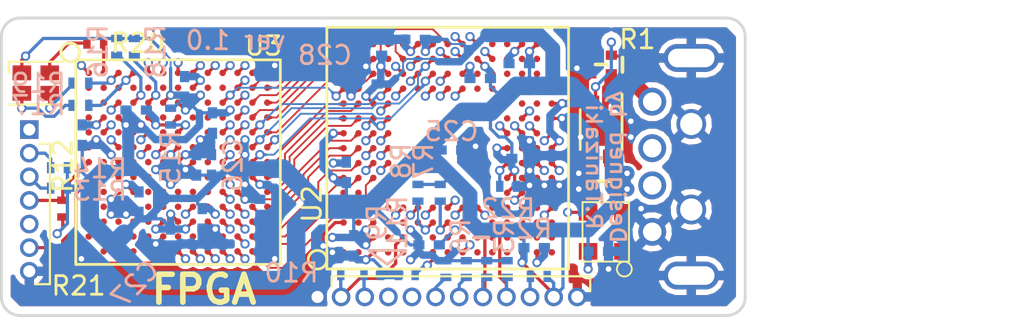
<source format=kicad_pcb>
(kicad_pcb (version 4) (host pcbnew 4.0.7)
  (title_block (date 2018-01-04))
  (layers (0 F.Cu signal) (1 In1.Cu signal) (2 In2.Cu signal) (31 B.Cu signal) (34 B.Paste user) (35 F.Paste user) (36 B.SilkS user) (37 F.SilkS user) (38 B.Mask user) (39 F.Mask user) (44 Edge.Cuts user))
  (net 0 "")
  (net 1 /A0)
  (net 2 GND)
  (net 3 +3V3)
  (net 4 /BCLK)
  (net 5 /D22)
  (net 6 /D23)
  (net 7 /D24)
  (net 8 /D25)
  (net 9 /D26)
  (net 10 /D27)
  (net 11 /D28)
  (net 12 /D29)
  (net 13 /D30)
  (net 14 /D31)
  (net 15 /WR2#)
  (net 16 /WR3#)
  (net 17 /D17)
  (net 18 /D16)
  (net 19 /D19)
  (net 20 /D18)
  (net 21 /D0)
  (net 22 /D21)
  (net 23 /D20)
  (net 24 /D1)
  (net 25 /D2)
  (net 26 /D3)
  (net 27 /D5)
  (net 28 /WR0#)
  (net 29 /WR1#)
  (net 30 /RD#)
  (net 31 /D4)
  (net 32 /D7)
  (net 33 /D6)
  (net 34 /D13)
  (net 35 /D14)
  (net 36 /A4)
  (net 37 /A5)
  (net 38 /D12)
  (net 39 /A3)
  (net 40 /D9)
  (net 41 /D8)
  (net 42 /D15)
  (net 43 /A1)
  (net 44 /A2)
  (net 45 /A7)
  (net 46 /A9)
  (net 47 /D10)
  (net 48 /D11)
  (net 49 /A6)
  (net 50 /A8)
  (net 51 "Net-(C2-Pad1)")
  (net 52 "Net-(C3-Pad1)")
  (net 53 /USB_DM)
  (net 54 /USB_DP)
  (net 55 /MCU_EMLE)
  (net 56 /MCU_UB)
  (net 57 /MCU_MD)
  (net 58 /MCU_RES#)
  (net 59 /MCU_TDI)
  (net 60 /MCU_TMS)
  (net 61 /MCU_TDO)
  (net 62 /MCU_TRST#)
  (net 63 /MCU_TCK)
  (net 64 /FPGA_TDI)
  (net 65 /FPAG_JTAGEN)
  (net 66 /FPGA_TMS)
  (net 67 /FPGA_TDO)
  (net 68 /FPGA_TCK)
  (net 69 "Net-(LED1-Pad2)")
  (net 70 "Net-(LED1-Pad3)")
  (net 71 "Net-(LED1-Pad4)")
  (net 72 /CLK24)
  (net 73 "Net-(R11-Pad1)")
  (net 74 "Net-(R15-Pad1)")
  (net 75 "Net-(R16-Pad1)")
  (net 76 /LED_R)
  (net 77 "Net-(R18-Pad1)")
  (net 78 /LED_G)
  (net 79 /LED_B)
  (net 80 "Net-(R22-Pad1)")
  (net 81 /CS#)
  (net 82 /FPGA_RES#)
  (module KiCad_Footprints:UBGA-169_A_1.55 (layer F.Cu) (at 109.9 75.55)
    (fp_text reference U3 (at 4.6 -6.25) (layer F.SilkS))
    (fp_text value MAX10_16SCU169_MagSim)
    (pad A1 smd circle (at -4.8 -4.8) (size 0.35 0.35) (layers F.Cu F.Paste F.Mask) (net 2 GND))
    (pad B1 smd circle (at -4.8 -4) (size 0.35 0.35) (layers F.Cu F.Paste F.Mask))
    (pad C1 smd circle (at -4.8 -3.2) (size 0.35 0.35) (layers F.Cu F.Paste F.Mask))
    (pad D1 smd circle (at -4.8 -2.4) (size 0.35 0.35) (layers F.Cu F.Paste F.Mask))
    (pad E1 smd circle (at -4.8 -1.6) (size 0.35 0.35) (layers F.Cu F.Paste F.Mask))
    (pad F1 smd circle (at -4.8 -0.8) (size 0.35 0.35) (layers F.Cu F.Paste F.Mask))
    (pad G1 smd circle (at -4.8 0) (size 0.35 0.35) (layers F.Cu F.Paste F.Mask) (net 66 /FPGA_TMS))
    (pad H1 smd circle (at -4.8 0.8) (size 0.35 0.35) (layers F.Cu F.Paste F.Mask))
    (pad J1 smd circle (at -4.8 1.6) (size 0.35 0.35) (layers F.Cu F.Paste F.Mask))
    (pad K1 smd circle (at -4.8 2.4) (size 0.35 0.35) (layers F.Cu F.Paste F.Mask))
    (pad L1 smd circle (at -4.8 3.2) (size 0.35 0.35) (layers F.Cu F.Paste F.Mask))
    (pad M1 smd circle (at -4.8 4) (size 0.35 0.35) (layers F.Cu F.Paste F.Mask))
    (pad N1 smd circle (at -4.8 4.8) (size 0.35 0.35) (layers F.Cu F.Paste F.Mask) (net 2 GND))
    (pad A2 smd circle (at -4 -4.8) (size 0.35 0.35) (layers F.Cu F.Paste F.Mask) (net 79 /LED_B))
    (pad B2 smd circle (at -4 -4) (size 0.35 0.35) (layers F.Cu F.Paste F.Mask))
    (pad C2 smd circle (at -4 -3.2) (size 0.35 0.35) (layers F.Cu F.Paste F.Mask))
    (pad D2 smd circle (at -4 -2.4) (size 0.35 0.35) (layers F.Cu F.Paste F.Mask) (net 2 GND))
    (pad E2 smd circle (at -4 -1.6) (size 0.35 0.35) (layers F.Cu F.Paste F.Mask) (net 2 GND))
    (pad F2 smd circle (at -4 -0.8) (size 0.35 0.35) (layers F.Cu F.Paste F.Mask) (net 3 +3V3))
    (pad G2 smd circle (at -4 0) (size 0.35 0.35) (layers F.Cu F.Paste F.Mask) (net 68 /FPGA_TCK))
    (pad H2 smd circle (at -4 0.8) (size 0.35 0.35) (layers F.Cu F.Paste F.Mask))
    (pad J2 smd circle (at -4 1.6) (size 0.35 0.35) (layers F.Cu F.Paste F.Mask))
    (pad K2 smd circle (at -4 2.4) (size 0.35 0.35) (layers F.Cu F.Paste F.Mask))
    (pad L2 smd circle (at -4 3.2) (size 0.35 0.35) (layers F.Cu F.Paste F.Mask))
    (pad M2 smd circle (at -4 4) (size 0.35 0.35) (layers F.Cu F.Paste F.Mask))
    (pad N2 smd circle (at -4 4.8) (size 0.35 0.35) (layers F.Cu F.Paste F.Mask))
    (pad A3 smd circle (at -3.2 -4.8) (size 0.35 0.35) (layers F.Cu F.Paste F.Mask) (net 78 /LED_G))
    (pad B3 smd circle (at -3.2 -4) (size 0.35 0.35) (layers F.Cu F.Paste F.Mask))
    (pad C3 smd circle (at -3.2 -3.2) (size 0.35 0.35) (layers F.Cu F.Paste F.Mask) (net 2 GND))
    (pad D3 smd circle (at -3.2 -2.4) (size 0.35 0.35) (layers F.Cu F.Paste F.Mask) (net 3 +3V3))
    (pad E3 smd circle (at -3.2 -1.6) (size 0.35 0.35) (layers F.Cu F.Paste F.Mask))
    (pad F3 smd circle (at -3.2 -0.8) (size 0.35 0.35) (layers F.Cu F.Paste F.Mask) (net 2 GND))
    (pad G3 smd circle (at -3.2 0) (size 0.35 0.35) (layers F.Cu F.Paste F.Mask) (net 3 +3V3))
    (pad H3 smd circle (at -3.2 0.8) (size 0.35 0.35) (layers F.Cu F.Paste F.Mask))
    (pad J3 smd circle (at -3.2 1.6) (size 0.35 0.35) (layers F.Cu F.Paste F.Mask) (net 3 +3V3))
    (pad K3 smd circle (at -3.2 2.4) (size 0.35 0.35) (layers F.Cu F.Paste F.Mask) (net 3 +3V3))
    (pad L3 smd circle (at -3.2 3.2) (size 0.35 0.35) (layers F.Cu F.Paste F.Mask))
    (pad M3 smd circle (at -3.2 4) (size 0.35 0.35) (layers F.Cu F.Paste F.Mask))
    (pad N3 smd circle (at -3.2 4.8) (size 0.35 0.35) (layers F.Cu F.Paste F.Mask))
    (pad A4 smd circle (at -2.4 -4.8) (size 0.35 0.35) (layers F.Cu F.Paste F.Mask) (net 76 /LED_R))
    (pad B4 smd circle (at -2.4 -4) (size 0.35 0.35) (layers F.Cu F.Paste F.Mask))
    (pad C4 smd circle (at -2.4 -3.2) (size 0.35 0.35) (layers F.Cu F.Paste F.Mask) (net 75 "Net-(R16-Pad1)"))
    (pad D4 smd circle (at -2.4 -2.4) (size 0.35 0.35) (layers F.Cu F.Paste F.Mask) (net 3 +3V3))
    (pad E4 smd circle (at -2.4 -1.6) (size 0.35 0.35) (layers F.Cu F.Paste F.Mask))
    (pad F4 smd circle (at -2.4 -0.8) (size 0.35 0.35) (layers F.Cu F.Paste F.Mask))
    (pad G4 smd circle (at -2.4 0) (size 0.35 0.35) (layers F.Cu F.Paste F.Mask))
    (pad H4 smd circle (at -2.4 0.8) (size 0.35 0.35) (layers F.Cu F.Paste F.Mask))
    (pad J4 smd circle (at -2.4 1.6) (size 0.35 0.35) (layers F.Cu F.Paste F.Mask) (net 2 GND))
    (pad K4 smd circle (at -2.4 2.4) (size 0.35 0.35) (layers F.Cu F.Paste F.Mask) (net 3 +3V3))
    (pad L4 smd circle (at -2.4 3.2) (size 0.35 0.35) (layers F.Cu F.Paste F.Mask))
    (pad M4 smd circle (at -2.4 4) (size 0.35 0.35) (layers F.Cu F.Paste F.Mask))
    (pad N4 smd circle (at -2.4 4.8) (size 0.35 0.35) (layers F.Cu F.Paste F.Mask))
    (pad A5 smd circle (at -1.6 -4.8) (size 0.35 0.35) (layers F.Cu F.Paste F.Mask) (net 50 /A8))
    (pad B5 smd circle (at -1.6 -4) (size 0.35 0.35) (layers F.Cu F.Paste F.Mask))
    (pad C5 smd circle (at -1.6 -3.2) (size 0.35 0.35) (layers F.Cu F.Paste F.Mask) (net 77 "Net-(R18-Pad1)"))
    (pad D5 smd circle (at -1.6 -2.4) (size 0.35 0.35) (layers F.Cu F.Paste F.Mask) (net 2 GND))
    (pad E5 smd circle (at -1.6 -1.6) (size 0.35 0.35) (layers F.Cu F.Paste F.Mask) (net 65 /FPAG_JTAGEN))
    (pad F5 smd circle (at -1.6 -0.8) (size 0.35 0.35) (layers F.Cu F.Paste F.Mask) (net 64 /FPGA_TDI))
    (pad G5 smd circle (at -1.6 0) (size 0.35 0.35) (layers F.Cu F.Paste F.Mask))
    (pad H5 smd circle (at -1.6 0.8) (size 0.35 0.35) (layers F.Cu F.Paste F.Mask))
    (pad J5 smd circle (at -1.6 1.6) (size 0.35 0.35) (layers F.Cu F.Paste F.Mask))
    (pad K5 smd circle (at -1.6 2.4) (size 0.35 0.35) (layers F.Cu F.Paste F.Mask))
    (pad L5 smd circle (at -1.6 3.2) (size 0.35 0.35) (layers F.Cu F.Paste F.Mask))
    (pad M5 smd circle (at -1.6 4) (size 0.35 0.35) (layers F.Cu F.Paste F.Mask))
    (pad N5 smd circle (at -1.6 4.8) (size 0.35 0.35) (layers F.Cu F.Paste F.Mask))
    (pad A6 smd circle (at -0.8 -4.8) (size 0.35 0.35) (layers F.Cu F.Paste F.Mask) (net 49 /A6))
    (pad B6 smd circle (at -0.8 -4) (size 0.35 0.35) (layers F.Cu F.Paste F.Mask))
    (pad C6 smd circle (at -0.8 -3.2) (size 0.35 0.35) (layers F.Cu F.Paste F.Mask) (net 3 +3V3))
    (pad D6 smd circle (at -0.8 -2.4) (size 0.35 0.35) (layers F.Cu F.Paste F.Mask))
    (pad E6 smd circle (at -0.8 -1.6) (size 0.35 0.35) (layers F.Cu F.Paste F.Mask))
    (pad F6 smd circle (at -0.8 -0.8) (size 0.35 0.35) (layers F.Cu F.Paste F.Mask) (net 67 /FPGA_TDO))
    (pad G6 smd circle (at -0.8 0) (size 0.35 0.35) (layers F.Cu F.Paste F.Mask) (net 3 +3V3))
    (pad H6 smd circle (at -0.8 0.8) (size 0.35 0.35) (layers F.Cu F.Paste F.Mask))
    (pad J6 smd circle (at -0.8 1.6) (size 0.35 0.35) (layers F.Cu F.Paste F.Mask))
    (pad K6 smd circle (at -0.8 2.4) (size 0.35 0.35) (layers F.Cu F.Paste F.Mask))
    (pad L6 smd circle (at -0.8 3.2) (size 0.35 0.35) (layers F.Cu F.Paste F.Mask) (net 3 +3V3))
    (pad M6 smd circle (at -0.8 4) (size 0.35 0.35) (layers F.Cu F.Paste F.Mask) (net 2 GND))
    (pad N6 smd circle (at -0.8 4.8) (size 0.35 0.35) (layers F.Cu F.Paste F.Mask))
    (pad A7 smd circle (at 0 -4.8) (size 0.35 0.35) (layers F.Cu F.Paste F.Mask) (net 45 /A7))
    (pad B7 smd circle (at 0 -4) (size 0.35 0.35) (layers F.Cu F.Paste F.Mask))
    (pad C7 smd circle (at 0 -3.2) (size 0.35 0.35) (layers F.Cu F.Paste F.Mask) (net 3 +3V3))
    (pad D7 smd circle (at 0 -2.4) (size 0.35 0.35) (layers F.Cu F.Paste F.Mask) (net 2 GND))
    (pad E7 smd circle (at 0 -1.6) (size 0.35 0.35) (layers F.Cu F.Paste F.Mask) (net 74 "Net-(R15-Pad1)"))
    (pad F7 smd circle (at 0 -0.8) (size 0.35 0.35) (layers F.Cu F.Paste F.Mask) (net 3 +3V3))
    (pad G7 smd circle (at 0 0) (size 0.35 0.35) (layers F.Cu F.Paste F.Mask) (net 2 GND))
    (pad H7 smd circle (at 0 0.8) (size 0.35 0.35) (layers F.Cu F.Paste F.Mask) (net 3 +3V3))
    (pad J7 smd circle (at 0 1.6) (size 0.35 0.35) (layers F.Cu F.Paste F.Mask))
    (pad K7 smd circle (at 0 2.4) (size 0.35 0.35) (layers F.Cu F.Paste F.Mask))
    (pad L7 smd circle (at 0 3.2) (size 0.35 0.35) (layers F.Cu F.Paste F.Mask) (net 3 +3V3))
    (pad M7 smd circle (at 0 4) (size 0.35 0.35) (layers F.Cu F.Paste F.Mask))
    (pad N7 smd circle (at 0 4.8) (size 0.35 0.35) (layers F.Cu F.Paste F.Mask) (net 15 /WR2#))
    (pad A8 smd circle (at 0.8 -4.8) (size 0.35 0.35) (layers F.Cu F.Paste F.Mask) (net 44 /A2))
    (pad B8 smd circle (at 0.8 -4) (size 0.35 0.35) (layers F.Cu F.Paste F.Mask) (net 2 GND))
    (pad C8 smd circle (at 0.8 -3.2) (size 0.35 0.35) (layers F.Cu F.Paste F.Mask) (net 3 +3V3))
    (pad D8 smd circle (at 0.8 -2.4) (size 0.35 0.35) (layers F.Cu F.Paste F.Mask))
    (pad E8 smd circle (at 0.8 -1.6) (size 0.35 0.35) (layers F.Cu F.Paste F.Mask))
    (pad F8 smd circle (at 0.8 -0.8) (size 0.35 0.35) (layers F.Cu F.Paste F.Mask))
    (pad G8 smd circle (at 0.8 0) (size 0.35 0.35) (layers F.Cu F.Paste F.Mask) (net 3 +3V3))
    (pad H8 smd circle (at 0.8 0.8) (size 0.35 0.35) (layers F.Cu F.Paste F.Mask))
    (pad J8 smd circle (at 0.8 1.6) (size 0.35 0.35) (layers F.Cu F.Paste F.Mask))
    (pad K8 smd circle (at 0.8 2.4) (size 0.35 0.35) (layers F.Cu F.Paste F.Mask) (net 4 /BCLK))
    (pad L8 smd circle (at 0.8 3.2) (size 0.35 0.35) (layers F.Cu F.Paste F.Mask) (net 3 +3V3))
    (pad M8 smd circle (at 0.8 4) (size 0.35 0.35) (layers F.Cu F.Paste F.Mask))
    (pad N8 smd circle (at 0.8 4.8) (size 0.35 0.35) (layers F.Cu F.Paste F.Mask) (net 16 /WR3#))
    (pad A9 smd circle (at 1.6 -4.8) (size 0.35 0.35) (layers F.Cu F.Paste F.Mask) (net 46 /A9))
    (pad B9 smd circle (at 1.6 -4) (size 0.35 0.35) (layers F.Cu F.Paste F.Mask))
    (pad C9 smd circle (at 1.6 -3.2) (size 0.35 0.35) (layers F.Cu F.Paste F.Mask))
    (pad D9 smd circle (at 1.6 -2.4) (size 0.35 0.35) (layers F.Cu F.Paste F.Mask))
    (pad E9 smd circle (at 1.6 -1.6) (size 0.35 0.35) (layers F.Cu F.Paste F.Mask))
    (pad F9 smd circle (at 1.6 -0.8) (size 0.35 0.35) (layers F.Cu F.Paste F.Mask))
    (pad G9 smd circle (at 1.6 0) (size 0.35 0.35) (layers F.Cu F.Paste F.Mask))
    (pad H9 smd circle (at 1.6 0.8) (size 0.35 0.35) (layers F.Cu F.Paste F.Mask))
    (pad J9 smd circle (at 1.6 1.6) (size 0.35 0.35) (layers F.Cu F.Paste F.Mask))
    (pad K9 smd circle (at 1.6 2.4) (size 0.35 0.35) (layers F.Cu F.Paste F.Mask) (net 3 +3V3))
    (pad L9 smd circle (at 1.6 3.2) (size 0.35 0.35) (layers F.Cu F.Paste F.Mask) (net 2 GND))
    (pad M9 smd circle (at 1.6 4) (size 0.35 0.35) (layers F.Cu F.Paste F.Mask))
    (pad N9 smd circle (at 1.6 4.8) (size 0.35 0.35) (layers F.Cu F.Paste F.Mask) (net 30 /RD#))
    (pad A10 smd circle (at 2.4 -4.8) (size 0.35 0.35) (layers F.Cu F.Paste F.Mask) (net 9 /D26))
    (pad B10 smd circle (at 2.4 -4) (size 0.35 0.35) (layers F.Cu F.Paste F.Mask))
    (pad C10 smd circle (at 2.4 -3.2) (size 0.35 0.35) (layers F.Cu F.Paste F.Mask) (net 82 /FPGA_RES#))
    (pad D10 smd circle (at 2.4 -2.4) (size 0.35 0.35) (layers F.Cu F.Paste F.Mask) (net 3 +3V3))
    (pad E10 smd circle (at 2.4 -1.6) (size 0.35 0.35) (layers F.Cu F.Paste F.Mask) (net 39 /A3))
    (pad F10 smd circle (at 2.4 -0.8) (size 0.35 0.35) (layers F.Cu F.Paste F.Mask) (net 81 /CS#))
    (pad G10 smd circle (at 2.4 0) (size 0.35 0.35) (layers F.Cu F.Paste F.Mask) (net 36 /A4))
    (pad H10 smd circle (at 2.4 0.8) (size 0.35 0.35) (layers F.Cu F.Paste F.Mask) (net 7 /D24))
    (pad J10 smd circle (at 2.4 1.6) (size 0.35 0.35) (layers F.Cu F.Paste F.Mask) (net 37 /A5))
    (pad K10 smd circle (at 2.4 2.4) (size 0.35 0.35) (layers F.Cu F.Paste F.Mask) (net 27 /D5))
    (pad L10 smd circle (at 2.4 3.2) (size 0.35 0.35) (layers F.Cu F.Paste F.Mask) (net 21 /D0))
    (pad M10 smd circle (at 2.4 4) (size 0.35 0.35) (layers F.Cu F.Paste F.Mask))
    (pad N10 smd circle (at 2.4 4.8) (size 0.35 0.35) (layers F.Cu F.Paste F.Mask) (net 29 /WR1#))
    (pad A11 smd circle (at 3.2 -4.8) (size 0.35 0.35) (layers F.Cu F.Paste F.Mask) (net 1 /A0))
    (pad B11 smd circle (at 3.2 -4) (size 0.35 0.35) (layers F.Cu F.Paste F.Mask) (net 11 /D28))
    (pad C11 smd circle (at 3.2 -3.2) (size 0.35 0.35) (layers F.Cu F.Paste F.Mask) (net 12 /D29))
    (pad D11 smd circle (at 3.2 -2.4) (size 0.35 0.35) (layers F.Cu F.Paste F.Mask) (net 35 /D14))
    (pad E11 smd circle (at 3.2 -1.6) (size 0.35 0.35) (layers F.Cu F.Paste F.Mask) (net 2 GND))
    (pad F11 smd circle (at 3.2 -0.8) (size 0.35 0.35) (layers F.Cu F.Paste F.Mask) (net 3 +3V3))
    (pad G11 smd circle (at 3.2 0) (size 0.35 0.35) (layers F.Cu F.Paste F.Mask) (net 3 +3V3))
    (pad H11 smd circle (at 3.2 0.8) (size 0.35 0.35) (layers F.Cu F.Paste F.Mask) (net 3 +3V3))
    (pad J11 smd circle (at 3.2 1.6) (size 0.35 0.35) (layers F.Cu F.Paste F.Mask) (net 3 +3V3))
    (pad K11 smd circle (at 3.2 2.4) (size 0.35 0.35) (layers F.Cu F.Paste F.Mask) (net 26 /D3))
    (pad L11 smd circle (at 3.2 3.2) (size 0.35 0.35) (layers F.Cu F.Paste F.Mask) (net 25 /D2))
    (pad M11 smd circle (at 3.2 4) (size 0.35 0.35) (layers F.Cu F.Paste F.Mask) (net 22 /D21))
    (pad N11 smd circle (at 3.2 4.8) (size 0.35 0.35) (layers F.Cu F.Paste F.Mask) (net 28 /WR0#))
    (pad A12 smd circle (at 4 -4.8) (size 0.35 0.35) (layers F.Cu F.Paste F.Mask) (net 14 /D31))
    (pad B12 smd circle (at 4 -4) (size 0.35 0.35) (layers F.Cu F.Paste F.Mask) (net 10 /D27))
    (pad C12 smd circle (at 4 -3.2) (size 0.35 0.35) (layers F.Cu F.Paste F.Mask) (net 47 /D10))
    (pad D12 smd circle (at 4 -2.4) (size 0.35 0.35) (layers F.Cu F.Paste F.Mask) (net 40 /D9))
    (pad E12 smd circle (at 4 -1.6) (size 0.35 0.35) (layers F.Cu F.Paste F.Mask) (net 34 /D13))
    (pad F12 smd circle (at 4 -0.8) (size 0.35 0.35) (layers F.Cu F.Paste F.Mask) (net 43 /A1))
    (pad G12 smd circle (at 4 0) (size 0.35 0.35) (layers F.Cu F.Paste F.Mask) (net 32 /D7))
    (pad H12 smd circle (at 4 0.8) (size 0.35 0.35) (layers F.Cu F.Paste F.Mask) (net 2 GND))
    (pad J12 smd circle (at 4 1.6) (size 0.35 0.35) (layers F.Cu F.Paste F.Mask) (net 31 /D4))
    (pad K12 smd circle (at 4 2.4) (size 0.35 0.35) (layers F.Cu F.Paste F.Mask) (net 23 /D20))
    (pad L12 smd circle (at 4 3.2) (size 0.35 0.35) (layers F.Cu F.Paste F.Mask) (net 20 /D18))
    (pad M12 smd circle (at 4 4) (size 0.35 0.35) (layers F.Cu F.Paste F.Mask) (net 18 /D16))
    (pad N12 smd circle (at 4 4.8) (size 0.35 0.35) (layers F.Cu F.Paste F.Mask) (net 19 /D19))
    (pad A13 smd circle (at 4.8 -4.8) (size 0.35 0.35) (layers F.Cu F.Paste F.Mask) (net 2 GND))
    (pad B13 smd circle (at 4.8 -4) (size 0.35 0.35) (layers F.Cu F.Paste F.Mask) (net 42 /D15))
    (pad C13 smd circle (at 4.8 -3.2) (size 0.35 0.35) (layers F.Cu F.Paste F.Mask) (net 48 /D11))
    (pad D13 smd circle (at 4.8 -2.4) (size 0.35 0.35) (layers F.Cu F.Paste F.Mask) (net 41 /D8))
    (pad E13 smd circle (at 4.8 -1.6) (size 0.35 0.35) (layers F.Cu F.Paste F.Mask) (net 38 /D12))
    (pad F13 smd circle (at 4.8 -0.8) (size 0.35 0.35) (layers F.Cu F.Paste F.Mask) (net 13 /D30))
    (pad G13 smd circle (at 4.8 0) (size 0.35 0.35) (layers F.Cu F.Paste F.Mask) (net 33 /D6))
    (pad H13 smd circle (at 4.8 0.8) (size 0.35 0.35) (layers F.Cu F.Paste F.Mask) (net 8 /D25))
    (pad J13 smd circle (at 4.8 1.6) (size 0.35 0.35) (layers F.Cu F.Paste F.Mask) (net 6 /D23))
    (pad K13 smd circle (at 4.8 2.4) (size 0.35 0.35) (layers F.Cu F.Paste F.Mask) (net 5 /D22))
    (pad L13 smd circle (at 4.8 3.2) (size 0.35 0.35) (layers F.Cu F.Paste F.Mask) (net 24 /D1))
    (pad M13 smd circle (at 4.8 4) (size 0.35 0.35) (layers F.Cu F.Paste F.Mask) (net 17 /D17))
    (pad N13 smd circle (at 4.8 4.8) (size 0.35 0.35) (layers F.Cu F.Paste F.Mask) (net 2 GND))
  )
  (module KiCad_Footprints:LFBGA_176 (layer F.Cu) (at 124.4 74.8)
    (fp_text reference U2 (at -7.3 3 90) (layer F.SilkS))
    (fp_text value R5F571MLDDBG_MagSim)
    (pad A1 smd circle (at -5.6 5.6 180) (size 0.35 0.35) (layers F.Cu F.Paste F.Mask) (net 2 GND))
    (pad B1 smd circle (at -4.8 5.6 180) (size 0.35 0.35) (layers F.Cu F.Paste F.Mask))
    (pad C1 smd circle (at -4 5.6 180) (size 0.35 0.35) (layers F.Cu F.Paste F.Mask) (net 2 GND))
    (pad D1 smd circle (at -3.2 5.6 180) (size 0.35 0.35) (layers F.Cu F.Paste F.Mask))
    (pad E1 smd circle (at -2.4 5.6 180) (size 0.35 0.35) (layers F.Cu F.Paste F.Mask))
    (pad F1 smd circle (at -1.6 5.6 180) (size 0.35 0.35) (layers F.Cu F.Paste F.Mask) (net 3 +3V3))
    (pad G1 smd circle (at -0.8 5.6 180) (size 0.35 0.35) (layers F.Cu F.Paste F.Mask) (net 73 "Net-(R11-Pad1)"))
    (pad H1 smd circle (at 0 5.6 180) (size 0.35 0.35) (layers F.Cu F.Paste F.Mask))
    (pad J1 smd circle (at 0.8 5.6 180) (size 0.35 0.35) (layers F.Cu F.Paste F.Mask) (net 72 /CLK24))
    (pad K1 smd circle (at 1.6 5.6 180) (size 0.35 0.35) (layers F.Cu F.Paste F.Mask))
    (pad L1 smd circle (at 2.4 5.6 180) (size 0.35 0.35) (layers F.Cu F.Paste F.Mask))
    (pad M1 smd circle (at 3.2 5.6 180) (size 0.35 0.35) (layers F.Cu F.Paste F.Mask))
    (pad N1 smd circle (at 4 5.6 180) (size 0.35 0.35) (layers F.Cu F.Paste F.Mask) (net 3 +3V3))
    (pad P1 smd circle (at 4.8 5.6 180) (size 0.35 0.35) (layers F.Cu F.Paste F.Mask) (net 2 GND))
    (pad R1 smd circle (at 5.6 5.6 180) (size 0.35 0.35) (layers F.Cu F.Paste F.Mask))
    (pad A2 smd circle (at -5.6 4.8 180) (size 0.35 0.35) (layers F.Cu F.Paste F.Mask) (net 3 +3V3))
    (pad B2 smd circle (at -4.8 4.8 180) (size 0.35 0.35) (layers F.Cu F.Paste F.Mask))
    (pad C2 smd circle (at -4 4.8 180) (size 0.35 0.35) (layers F.Cu F.Paste F.Mask) (net 3 +3V3))
    (pad D2 smd circle (at -3.2 4.8 180) (size 0.35 0.35) (layers F.Cu F.Paste F.Mask))
    (pad E2 smd circle (at -2.4 4.8 180) (size 0.35 0.35) (layers F.Cu F.Paste F.Mask) (net 55 /MCU_EMLE))
    (pad F2 smd circle (at -1.6 4.8 180) (size 0.35 0.35) (layers F.Cu F.Paste F.Mask) (net 3 +3V3))
    (pad G2 smd circle (at -0.8 4.8 180) (size 0.35 0.35) (layers F.Cu F.Paste F.Mask))
    (pad H2 smd circle (at 0 4.8 180) (size 0.35 0.35) (layers F.Cu F.Paste F.Mask) (net 2 GND))
    (pad J2 smd circle (at 0.8 4.8 180) (size 0.35 0.35) (layers F.Cu F.Paste F.Mask) (net 3 +3V3))
    (pad K2 smd circle (at 1.6 4.8 180) (size 0.35 0.35) (layers F.Cu F.Paste F.Mask))
    (pad L2 smd circle (at 2.4 4.8 180) (size 0.35 0.35) (layers F.Cu F.Paste F.Mask))
    (pad M2 smd circle (at 3.2 4.8 180) (size 0.35 0.35) (layers F.Cu F.Paste F.Mask))
    (pad N2 smd circle (at 4 4.8 180) (size 0.35 0.35) (layers F.Cu F.Paste F.Mask))
    (pad P2 smd circle (at 4.8 4.8 180) (size 0.35 0.35) (layers F.Cu F.Paste F.Mask))
    (pad R2 smd circle (at 5.6 4.8 180) (size 0.35 0.35) (layers F.Cu F.Paste F.Mask))
    (pad A3 smd circle (at -5.6 4 180) (size 0.35 0.35) (layers F.Cu F.Paste F.Mask) (net 2 GND))
    (pad B3 smd circle (at -4.8 4 180) (size 0.35 0.35) (layers F.Cu F.Paste F.Mask))
    (pad C3 smd circle (at -4 4 180) (size 0.35 0.35) (layers F.Cu F.Paste F.Mask) (net 3 +3V3))
    (pad D3 smd circle (at -3.2 4 180) (size 0.35 0.35) (layers F.Cu F.Paste F.Mask))
    (pad E3 smd circle (at -2.4 4 180) (size 0.35 0.35) (layers F.Cu F.Paste F.Mask))
    (pad F3 smd circle (at -1.6 4 180) (size 0.35 0.35) (layers F.Cu F.Paste F.Mask))
    (pad G3 smd circle (at -0.8 4 180) (size 0.35 0.35) (layers F.Cu F.Paste F.Mask) (net 57 /MCU_MD))
    (pad H3 smd circle (at 0 4 180) (size 0.35 0.35) (layers F.Cu F.Paste F.Mask) (net 58 /MCU_RES#))
    (pad J3 smd circle (at 0.8 4 180) (size 0.35 0.35) (layers F.Cu F.Paste F.Mask))
    (pad K3 smd circle (at 1.6 4 180) (size 0.35 0.35) (layers F.Cu F.Paste F.Mask) (net 59 /MCU_TDI))
    (pad L3 smd circle (at 2.4 4 180) (size 0.35 0.35) (layers F.Cu F.Paste F.Mask) (net 61 /MCU_TDO))
    (pad M3 smd circle (at 3.2 4 180) (size 0.35 0.35) (layers F.Cu F.Paste F.Mask))
    (pad N3 smd circle (at 4 4 180) (size 0.35 0.35) (layers F.Cu F.Paste F.Mask))
    (pad P3 smd circle (at 4.8 4 180) (size 0.35 0.35) (layers F.Cu F.Paste F.Mask))
    (pad R3 smd circle (at 5.6 4 180) (size 0.35 0.35) (layers F.Cu F.Paste F.Mask))
    (pad A4 smd circle (at -5.6 3.2 180) (size 0.35 0.35) (layers F.Cu F.Paste F.Mask))
    (pad B4 smd circle (at -4.8 3.2 180) (size 0.35 0.35) (layers F.Cu F.Paste F.Mask))
    (pad C4 smd circle (at -4 3.2 180) (size 0.35 0.35) (layers F.Cu F.Paste F.Mask))
    (pad D4 smd circle (at -3.2 3.2 180) (size 0.35 0.35) (layers F.Cu F.Paste F.Mask))
    (pad E4 smd circle (at -2.4 3.2 180) (size 0.35 0.35) (layers F.Cu F.Paste F.Mask) (net 2 GND))
    (pad F4 smd circle (at -1.6 3.2 180) (size 0.35 0.35) (layers F.Cu F.Paste F.Mask) (net 2 GND))
    (pad G4 smd circle (at -0.8 3.2 180) (size 0.35 0.35) (layers F.Cu F.Paste F.Mask) (net 62 /MCU_TRST#))
    (pad H4 smd circle (at 0 3.2 180) (size 0.35 0.35) (layers F.Cu F.Paste F.Mask) (net 2 GND))
    (pad J4 smd circle (at 0.8 3.2 180) (size 0.35 0.35) (layers F.Cu F.Paste F.Mask) (net 60 /MCU_TMS))
    (pad K4 smd circle (at 1.6 3.2 180) (size 0.35 0.35) (layers F.Cu F.Paste F.Mask) (net 63 /MCU_TCK))
    (pad L4 smd circle (at 2.4 3.2 180) (size 0.35 0.35) (layers F.Cu F.Paste F.Mask))
    (pad M4 smd circle (at 3.2 3.2 180) (size 0.35 0.35) (layers F.Cu F.Paste F.Mask))
    (pad N4 smd circle (at 4 3.2 180) (size 0.35 0.35) (layers F.Cu F.Paste F.Mask))
    (pad P4 smd circle (at 4.8 3.2 180) (size 0.35 0.35) (layers F.Cu F.Paste F.Mask))
    (pad R4 smd circle (at 5.6 3.2 180) (size 0.35 0.35) (layers F.Cu F.Paste F.Mask) (net 15 /WR2#))
    (pad A5 smd circle (at -5.6 2.4 180) (size 0.35 0.35) (layers F.Cu F.Paste F.Mask))
    (pad B5 smd circle (at -4.8 2.4 180) (size 0.35 0.35) (layers F.Cu F.Paste F.Mask))
    (pad C5 smd circle (at -4 2.4 180) (size 0.35 0.35) (layers F.Cu F.Paste F.Mask))
    (pad D5 smd circle (at -3.2 2.4 180) (size 0.35 0.35) (layers F.Cu F.Paste F.Mask))
    (pad M5 smd circle (at 3.2 2.4 180) (size 0.35 0.35) (layers F.Cu F.Paste F.Mask) (net 3 +3V3))
    (pad N5 smd circle (at 4 2.4 180) (size 0.35 0.35) (layers F.Cu F.Paste F.Mask) (net 16 /WR3#))
    (pad P5 smd circle (at 4.8 2.4 180) (size 0.35 0.35) (layers F.Cu F.Paste F.Mask))
    (pad R5 smd circle (at 5.6 2.4 180) (size 0.35 0.35) (layers F.Cu F.Paste F.Mask))
    (pad A6 smd circle (at -5.6 1.6 180) (size 0.35 0.35) (layers F.Cu F.Paste F.Mask) (net 3 +3V3))
    (pad B6 smd circle (at -4.8 1.6 180) (size 0.35 0.35) (layers F.Cu F.Paste F.Mask) (net 17 /D17))
    (pad C6 smd circle (at -4 1.6 180) (size 0.35 0.35) (layers F.Cu F.Paste F.Mask) (net 18 /D16))
    (pad D6 smd circle (at -3.2 1.6 180) (size 0.35 0.35) (layers F.Cu F.Paste F.Mask) (net 19 /D19))
    (pad M6 smd circle (at 3.2 1.6 180) (size 0.35 0.35) (layers F.Cu F.Paste F.Mask) (net 3 +3V3))
    (pad N6 smd circle (at 4 1.6 180) (size 0.35 0.35) (layers F.Cu F.Paste F.Mask) (net 2 GND))
    (pad P6 smd circle (at 4.8 1.6 180) (size 0.35 0.35) (layers F.Cu F.Paste F.Mask) (net 2 GND))
    (pad R6 smd circle (at 5.6 1.6 180) (size 0.35 0.35) (layers F.Cu F.Paste F.Mask) (net 2 GND))
    (pad A7 smd circle (at -5.6 0.8 180) (size 0.35 0.35) (layers F.Cu F.Paste F.Mask) (net 2 GND))
    (pad B7 smd circle (at -4.8 0.8 180) (size 0.35 0.35) (layers F.Cu F.Paste F.Mask) (net 20 /D18))
    (pad C7 smd circle (at -4 0.8 180) (size 0.35 0.35) (layers F.Cu F.Paste F.Mask) (net 21 /D0))
    (pad D7 smd circle (at -3.2 0.8 180) (size 0.35 0.35) (layers F.Cu F.Paste F.Mask) (net 22 /D21))
    (pad M7 smd circle (at 3.2 0.8 180) (size 0.35 0.35) (layers F.Cu F.Paste F.Mask) (net 80 "Net-(R22-Pad1)"))
    (pad N7 smd circle (at 4 0.8 180) (size 0.35 0.35) (layers F.Cu F.Paste F.Mask) (net 2 GND))
    (pad P7 smd circle (at 4.8 0.8 180) (size 0.35 0.35) (layers F.Cu F.Paste F.Mask) (net 53 /USB_DM))
    (pad R7 smd circle (at 5.6 0.8 180) (size 0.35 0.35) (layers F.Cu F.Paste F.Mask) (net 54 /USB_DP))
    (pad A8 smd circle (at -5.6 0 180) (size 0.35 0.35) (layers F.Cu F.Paste F.Mask) (net 23 /D20))
    (pad B8 smd circle (at -4.8 0 180) (size 0.35 0.35) (layers F.Cu F.Paste F.Mask) (net 24 /D1))
    (pad C8 smd circle (at -4 0 180) (size 0.35 0.35) (layers F.Cu F.Paste F.Mask) (net 25 /D2))
    (pad D8 smd circle (at -3.2 0 180) (size 0.35 0.35) (layers F.Cu F.Paste F.Mask) (net 2 GND))
    (pad M8 smd circle (at 3.2 0 180) (size 0.35 0.35) (layers F.Cu F.Paste F.Mask) (net 3 +3V3))
    (pad N8 smd circle (at 4 0 180) (size 0.35 0.35) (layers F.Cu F.Paste F.Mask) (net 2 GND))
    (pad P8 smd circle (at 4.8 0 180) (size 0.35 0.35) (layers F.Cu F.Paste F.Mask))
    (pad R8 smd circle (at 5.6 0 180) (size 0.35 0.35) (layers F.Cu F.Paste F.Mask) (net 3 +3V3))
    (pad A9 smd circle (at -5.6 -0.8 180) (size 0.35 0.35) (layers F.Cu F.Paste F.Mask) (net 3 +3V3))
    (pad B9 smd circle (at -4.8 -0.8 180) (size 0.35 0.35) (layers F.Cu F.Paste F.Mask) (net 5 /D22))
    (pad C9 smd circle (at -4 -0.8 180) (size 0.35 0.35) (layers F.Cu F.Paste F.Mask) (net 26 /D3))
    (pad D9 smd circle (at -3.2 -0.8 180) (size 0.35 0.35) (layers F.Cu F.Paste F.Mask) (net 27 /D5))
    (pad M9 smd circle (at 3.2 -0.8 180) (size 0.35 0.35) (layers F.Cu F.Paste F.Mask) (net 28 /WR0#))
    (pad N9 smd circle (at 4 -0.8 180) (size 0.35 0.35) (layers F.Cu F.Paste F.Mask) (net 29 /WR1#))
    (pad P9 smd circle (at 4.8 -0.8 180) (size 0.35 0.35) (layers F.Cu F.Paste F.Mask) (net 30 /RD#))
    (pad R9 smd circle (at 5.6 -0.8 180) (size 0.35 0.35) (layers F.Cu F.Paste F.Mask) (net 4 /BCLK))
    (pad A10 smd circle (at -5.6 -1.6 180) (size 0.35 0.35) (layers F.Cu F.Paste F.Mask) (net 6 /D23))
    (pad B10 smd circle (at -4.8 -1.6 180) (size 0.35 0.35) (layers F.Cu F.Paste F.Mask) (net 31 /D4))
    (pad C10 smd circle (at -4 -1.6 180) (size 0.35 0.35) (layers F.Cu F.Paste F.Mask) (net 7 /D24))
    (pad D10 smd circle (at -3.2 -1.6 180) (size 0.35 0.35) (layers F.Cu F.Paste F.Mask) (net 32 /D7))
    (pad M10 smd circle (at 3.2 -1.6 180) (size 0.35 0.35) (layers F.Cu F.Paste F.Mask))
    (pad N10 smd circle (at 4 -1.6 180) (size 0.35 0.35) (layers F.Cu F.Paste F.Mask) (net 56 /MCU_UB))
    (pad P10 smd circle (at 4.8 -1.6 180) (size 0.35 0.35) (layers F.Cu F.Paste F.Mask))
    (pad R10 smd circle (at 5.6 -1.6 180) (size 0.35 0.35) (layers F.Cu F.Paste F.Mask) (net 2 GND))
    (pad A11 smd circle (at -5.6 -2.4 180) (size 0.35 0.35) (layers F.Cu F.Paste F.Mask) (net 33 /D6))
    (pad B11 smd circle (at -4.8 -2.4 180) (size 0.35 0.35) (layers F.Cu F.Paste F.Mask) (net 8 /D25))
    (pad C11 smd circle (at -4 -2.4 180) (size 0.35 0.35) (layers F.Cu F.Paste F.Mask) (net 3 +3V3))
    (pad D11 smd circle (at -3.2 -2.4 180) (size 0.35 0.35) (layers F.Cu F.Paste F.Mask) (net 81 /CS#))
    (pad M11 smd circle (at 3.2 -2.4 180) (size 0.35 0.35) (layers F.Cu F.Paste F.Mask))
    (pad N11 smd circle (at 4 -2.4 180) (size 0.35 0.35) (layers F.Cu F.Paste F.Mask))
    (pad P11 smd circle (at 4.8 -2.4 180) (size 0.35 0.35) (layers F.Cu F.Paste F.Mask))
    (pad R11 smd circle (at 5.6 -2.4 180) (size 0.35 0.35) (layers F.Cu F.Paste F.Mask) (net 3 +3V3))
    (pad A12 smd circle (at -5.6 -3.2 180) (size 0.35 0.35) (layers F.Cu F.Paste F.Mask) (net 82 /FPGA_RES#))
    (pad B12 smd circle (at -4.8 -3.2 180) (size 0.35 0.35) (layers F.Cu F.Paste F.Mask) (net 2 GND))
    (pad C12 smd circle (at -4 -3.2 180) (size 0.35 0.35) (layers F.Cu F.Paste F.Mask))
    (pad D12 smd circle (at -3.2 -3.2 180) (size 0.35 0.35) (layers F.Cu F.Paste F.Mask) (net 34 /D13))
    (pad E12 smd circle (at -2.4 -3.2 180) (size 0.35 0.35) (layers F.Cu F.Paste F.Mask) (net 35 /D14))
    (pad F12 smd circle (at -1.6 -3.2 180) (size 0.35 0.35) (layers F.Cu F.Paste F.Mask))
    (pad G12 smd circle (at -0.8 -3.2 180) (size 0.35 0.35) (layers F.Cu F.Paste F.Mask) (net 12 /D29))
    (pad H12 smd circle (at 0 -3.2 180) (size 0.35 0.35) (layers F.Cu F.Paste F.Mask) (net 36 /A4))
    (pad J12 smd circle (at 0.8 -3.2 180) (size 0.35 0.35) (layers F.Cu F.Paste F.Mask) (net 37 /A5))
    (pad K12 smd circle (at 1.6 -3.2 180) (size 0.35 0.35) (layers F.Cu F.Paste F.Mask))
    (pad L12 smd circle (at 2.4 -3.2 180) (size 0.35 0.35) (layers F.Cu F.Paste F.Mask))
    (pad M12 smd circle (at 3.2 -3.2 180) (size 0.35 0.35) (layers F.Cu F.Paste F.Mask))
    (pad N12 smd circle (at 4 -3.2 180) (size 0.35 0.35) (layers F.Cu F.Paste F.Mask))
    (pad P12 smd circle (at 4.8 -3.2 180) (size 0.35 0.35) (layers F.Cu F.Paste F.Mask))
    (pad R12 smd circle (at 5.6 -3.2 180) (size 0.35 0.35) (layers F.Cu F.Paste F.Mask))
    (pad A13 smd circle (at -5.6 -4 180) (size 0.35 0.35) (layers F.Cu F.Paste F.Mask))
    (pad B13 smd circle (at -4.8 -4 180) (size 0.35 0.35) (layers F.Cu F.Paste F.Mask))
    (pad C13 smd circle (at -4 -4 180) (size 0.35 0.35) (layers F.Cu F.Paste F.Mask) (net 38 /D12))
    (pad D13 smd circle (at -3.2 -4 180) (size 0.35 0.35) (layers F.Cu F.Paste F.Mask) (net 3 +3V3))
    (pad E13 smd circle (at -2.4 -4 180) (size 0.35 0.35) (layers F.Cu F.Paste F.Mask) (net 9 /D26))
    (pad F13 smd circle (at -1.6 -4 180) (size 0.35 0.35) (layers F.Cu F.Paste F.Mask) (net 11 /D28))
    (pad G13 smd circle (at -0.8 -4 180) (size 0.35 0.35) (layers F.Cu F.Paste F.Mask) (net 13 /D30))
    (pad H13 smd circle (at 0 -4 180) (size 0.35 0.35) (layers F.Cu F.Paste F.Mask) (net 39 /A3))
    (pad J13 smd circle (at 0.8 -4 180) (size 0.35 0.35) (layers F.Cu F.Paste F.Mask) (net 2 GND))
    (pad K13 smd circle (at 1.6 -4 180) (size 0.35 0.35) (layers F.Cu F.Paste F.Mask))
    (pad L13 smd circle (at 2.4 -4 180) (size 0.35 0.35) (layers F.Cu F.Paste F.Mask))
    (pad M13 smd circle (at 3.2 -4 180) (size 0.35 0.35) (layers F.Cu F.Paste F.Mask))
    (pad N13 smd circle (at 4 -4 180) (size 0.35 0.35) (layers F.Cu F.Paste F.Mask))
    (pad P13 smd circle (at 4.8 -4 180) (size 0.35 0.35) (layers F.Cu F.Paste F.Mask))
    (pad R13 smd circle (at 5.6 -4 180) (size 0.35 0.35) (layers F.Cu F.Paste F.Mask))
    (pad A14 smd circle (at -5.6 -4.8 180) (size 0.35 0.35) (layers F.Cu F.Paste F.Mask) (net 40 /D9))
    (pad B14 smd circle (at -4.8 -4.8 180) (size 0.35 0.35) (layers F.Cu F.Paste F.Mask) (net 41 /D8))
    (pad C14 smd circle (at -4 -4.8 180) (size 0.35 0.35) (layers F.Cu F.Paste F.Mask) (net 2 GND))
    (pad D14 smd circle (at -3.2 -4.8 180) (size 0.35 0.35) (layers F.Cu F.Paste F.Mask) (net 42 /D15))
    (pad E14 smd circle (at -2.4 -4.8 180) (size 0.35 0.35) (layers F.Cu F.Paste F.Mask) (net 10 /D27))
    (pad F14 smd circle (at -1.6 -4.8 180) (size 0.35 0.35) (layers F.Cu F.Paste F.Mask) (net 1 /A0))
    (pad G14 smd circle (at -0.8 -4.8 180) (size 0.35 0.35) (layers F.Cu F.Paste F.Mask) (net 43 /A1))
    (pad H14 smd circle (at 0 -4.8 180) (size 0.35 0.35) (layers F.Cu F.Paste F.Mask) (net 44 /A2))
    (pad J14 smd circle (at 0.8 -4.8 180) (size 0.35 0.35) (layers F.Cu F.Paste F.Mask) (net 45 /A7))
    (pad K14 smd circle (at 1.6 -4.8 180) (size 0.35 0.35) (layers F.Cu F.Paste F.Mask) (net 3 +3V3))
    (pad L14 smd circle (at 2.4 -4.8 180) (size 0.35 0.35) (layers F.Cu F.Paste F.Mask) (net 46 /A9))
    (pad M14 smd circle (at 3.2 -4.8 180) (size 0.35 0.35) (layers F.Cu F.Paste F.Mask))
    (pad N14 smd circle (at 4 -4.8 180) (size 0.35 0.35) (layers F.Cu F.Paste F.Mask))
    (pad P14 smd circle (at 4.8 -4.8 180) (size 0.35 0.35) (layers F.Cu F.Paste F.Mask))
    (pad R14 smd circle (at 5.6 -4.8 180) (size 0.35 0.35) (layers F.Cu F.Paste F.Mask))
    (pad A15 smd circle (at -5.6 -5.6 180) (size 0.35 0.35) (layers F.Cu F.Paste F.Mask) (net 47 /D10))
    (pad B15 smd circle (at -4.8 -5.6 180) (size 0.35 0.35) (layers F.Cu F.Paste F.Mask) (net 48 /D11))
    (pad C15 smd circle (at -4 -5.6 180) (size 0.35 0.35) (layers F.Cu F.Paste F.Mask))
    (pad D15 smd circle (at -3.2 -5.6 180) (size 0.35 0.35) (layers F.Cu F.Paste F.Mask))
    (pad E15 smd circle (at -2.4 -5.6 180) (size 0.35 0.35) (layers F.Cu F.Paste F.Mask))
    (pad F15 smd circle (at -1.6 -5.6 180) (size 0.35 0.35) (layers F.Cu F.Paste F.Mask) (net 2 GND))
    (pad G15 smd circle (at -0.8 -5.6 180) (size 0.35 0.35) (layers F.Cu F.Paste F.Mask) (net 3 +3V3))
    (pad H15 smd circle (at 0 -5.6 180) (size 0.35 0.35) (layers F.Cu F.Paste F.Mask) (net 14 /D31))
    (pad J15 smd circle (at 0.8 -5.6 180) (size 0.35 0.35) (layers F.Cu F.Paste F.Mask) (net 49 /A6))
    (pad K15 smd circle (at 1.6 -5.6 180) (size 0.35 0.35) (layers F.Cu F.Paste F.Mask) (net 50 /A8))
    (pad L15 smd circle (at 2.4 -5.6 180) (size 0.35 0.35) (layers F.Cu F.Paste F.Mask))
    (pad M15 smd circle (at 3.2 -5.6 180) (size 0.35 0.35) (layers F.Cu F.Paste F.Mask))
    (pad N15 smd circle (at 4 -5.6 180) (size 0.35 0.35) (layers F.Cu F.Paste F.Mask) (net 2 GND))
    (pad P15 smd circle (at 4.8 -5.6 180) (size 0.35 0.35) (layers F.Cu F.Paste F.Mask) (net 3 +3V3))
    (pad R15 smd circle (at 5.6 -5.6 180) (size 0.35 0.35) (layers F.Cu F.Paste F.Mask))
  )
  (module Pin_Headers:Pin_Header_Straight_1x07_Pitch1.27mm (layer F.Cu) (at 101.9 73.8)
    (fp_text reference J3 hide)
    (fp_text value FPGA_JTAG)
    (pad 1 thru_hole rect (at 0 0) (size 1 1) (drill 0.65) (layers *.Cu *.Mask) (net 2 GND))
    (pad 2 thru_hole oval (at 0 1.27) (size 1 1) (drill 0.65) (layers *.Cu *.Mask) (net 65 /FPAG_JTAGEN))
    (pad 3 thru_hole oval (at 0 2.54) (size 1 1) (drill 0.65) (layers *.Cu *.Mask) (net 64 /FPGA_TDI))
    (pad 4 thru_hole oval (at 0 3.81) (size 1 1) (drill 0.65) (layers *.Cu *.Mask) (net 66 /FPGA_TMS))
    (pad 5 thru_hole oval (at 0 5.08) (size 1 1) (drill 0.65) (layers *.Cu *.Mask) (net 67 /FPGA_TDO))
    (pad 6 thru_hole oval (at 0 6.35) (size 1 1) (drill 0.65) (layers *.Cu *.Mask) (net 68 /FPGA_TCK))
    (pad 7 thru_hole oval (at 0 7.62) (size 1 1) (drill 0.65) (layers *.Cu *.Mask) (net 2 GND))
  )
  (module Pin_Headers:Pin_Header_Straight_1x12_Pitch1.27mm (layer F.Cu) (at 117.4 82.8 90)
    (fp_text reference J2 hide)
    (fp_text value MCU_JTAG)
    (pad 1 thru_hole rect (at 0 0 90) (size 1 1) (drill 0.65) (layers *.Cu *.Mask) (net 2 GND))
    (pad 2 thru_hole oval (at 0 1.27 90) (size 1 1) (drill 0.65) (layers *.Cu *.Mask) (net 55 /MCU_EMLE))
    (pad 3 thru_hole oval (at 0 2.54 90) (size 1 1) (drill 0.65) (layers *.Cu *.Mask) (net 62 /MCU_TRST#))
    (pad 4 thru_hole oval (at 0 3.81 90) (size 1 1) (drill 0.65) (layers *.Cu *.Mask) (net 57 /MCU_MD))
    (pad 5 thru_hole oval (at 0 5.08 90) (size 1 1) (drill 0.65) (layers *.Cu *.Mask) (net 58 /MCU_RES#))
    (pad 6 thru_hole oval (at 0 6.35 90) (size 1 1) (drill 0.65) (layers *.Cu *.Mask) (net 60 /MCU_TMS))
    (pad 7 thru_hole oval (at 0 7.62 90) (size 1 1) (drill 0.65) (layers *.Cu *.Mask) (net 63 /MCU_TCK))
    (pad 8 thru_hole oval (at 0 8.89 90) (size 1 1) (drill 0.65) (layers *.Cu *.Mask) (net 59 /MCU_TDI))
    (pad 9 thru_hole oval (at 0 10.16 90) (size 1 1) (drill 0.65) (layers *.Cu *.Mask) (net 61 /MCU_TDO))
    (pad 10 thru_hole oval (at 0 11.43 90) (size 1 1) (drill 0.65) (layers *.Cu *.Mask) (net 56 /MCU_UB))
    (pad 11 thru_hole oval (at 0 12.7 90) (size 1 1) (drill 0.65) (layers *.Cu *.Mask) (net 3 +3V3))
    (pad 12 thru_hole oval (at 0 13.97 90) (size 1 1) (drill 0.65) (layers *.Cu *.Mask) (net 2 GND))
  )
  (module DFN-8-1EP_3x2mm_Pitch0.5mm (layer F.Cu) (at 132.65 73.8 270)
    (fp_text reference U1 hide)
    (fp_text value MCP1725)
    (pad 1 smd rect (at -1.45 -0.75 270) (size 0.75 0.3) (layers F.Cu F.Paste F.Mask) (net 51 "Net-(C2-Pad1)"))
    (pad 2 smd rect (at -1.45 -0.25 270) (size 0.75 0.3) (layers F.Cu F.Paste F.Mask) (net 51 "Net-(C2-Pad1)"))
    (pad 3 smd rect (at -1.45 0.25 270) (size 0.75 0.3) (layers F.Cu F.Paste F.Mask) (net 52 "Net-(C3-Pad1)"))
    (pad 4 smd rect (at -1.45 0.75 270) (size 0.75 0.3) (layers F.Cu F.Paste F.Mask) (net 2 GND))
    (pad 5 smd rect (at 1.45 0.75 270) (size 0.75 0.3) (layers F.Cu F.Paste F.Mask))
    (pad 6 smd rect (at 1.45 0.25 270) (size 0.75 0.3) (layers F.Cu F.Paste F.Mask))
    (pad 7 smd rect (at 1.45 -0.25 270) (size 0.75 0.3) (layers F.Cu F.Paste F.Mask) (net 3 +3V3))
    (pad 8 smd rect (at 1.45 -0.75 270) (size 0.75 0.3) (layers F.Cu F.Paste F.Mask) (net 3 +3V3))
    (pad 9 smd rect (at 0.4375 0.3625 270) (size 0.875 0.725) (layers F.Cu F.Paste F.Mask) (net 2 GND))
    (pad 9 smd rect (at 0.4375 -0.3625 270) (size 0.875 0.725) (layers F.Cu F.Paste F.Mask) (net 2 GND))
    (pad 9 smd rect (at -0.4375 0.3625 270) (size 0.875 0.725) (layers F.Cu F.Paste F.Mask) (net 2 GND))
    (pad 9 smd rect (at -0.4375 -0.3625 270) (size 0.875 0.725) (layers F.Cu F.Paste F.Mask) (net 2 GND))
  )
  (module Capacitors_SMD:C_0402_NoSilk (layer F.Cu) (at 132.75 77 180)
    (fp_text reference C1 hide)
    (fp_text value 4.7u)
    (pad 1 smd rect (at -0.55 0 180) (size 0.6 0.5) (layers F.Cu F.Paste F.Mask) (net 3 +3V3))
    (pad 2 smd rect (at 0.55 0 180) (size 0.6 0.5) (layers F.Cu F.Paste F.Mask) (net 2 GND))
  )
  (module Capacitors_SMD:C_0402_NoSilk (layer F.Cu) (at 132.65 70.8 180)
    (fp_text reference C2 hide)
    (fp_text value 4.7u)
    (pad 1 smd rect (at -0.55 0 180) (size 0.6 0.5) (layers F.Cu F.Paste F.Mask) (net 51 "Net-(C2-Pad1)"))
    (pad 2 smd rect (at 0.55 0 180) (size 0.6 0.5) (layers F.Cu F.Paste F.Mask) (net 2 GND))
  )
  (module Capacitors_SMD:C_0402_NoSilk (layer F.Cu) (at 132.65 69.8 180)
    (fp_text reference C3 hide)
    (fp_text value 4.7u)
    (pad 1 smd rect (at -0.55 0 180) (size 0.6 0.5) (layers F.Cu F.Paste F.Mask) (net 52 "Net-(C3-Pad1)"))
    (pad 2 smd rect (at 0.55 0 180) (size 0.6 0.5) (layers F.Cu F.Paste F.Mask) (net 2 GND))
  )
  (module Capacitors_SMD:C_0402_NoSilk (layer B.Cu) (at 132.5 80.35)
    (fp_text reference C4 hide)
    (fp_text value 0.01u)
    (pad 1 smd rect (at -0.55 0) (size 0.6 0.5) (layers B.Cu B.Paste B.Mask) (net 3 +3V3))
    (pad 2 smd rect (at 0.55 0) (size 0.6 0.5) (layers B.Cu B.Paste B.Mask) (net 2 GND))
  )
  (module Capacitors_SMD:C_0402_NoSilk (layer B.Cu) (at 119.35 80.05 270)
    (fp_text reference C5 hide)
    (fp_text value 0.01u)
    (pad 1 smd rect (at -0.55 0 270) (size 0.6 0.5) (layers B.Cu B.Paste B.Mask) (net 3 +3V3))
    (pad 2 smd rect (at 0.55 0 270) (size 0.6 0.5) (layers B.Cu B.Paste B.Mask) (net 2 GND))
  )
  (module Capacitors_SMD:C_0402_NoSilk (layer B.Cu) (at 123.4 80)
    (fp_text reference C6 hide)
    (fp_text value 0.01u)
    (pad 1 smd rect (at -0.55 0) (size 0.6 0.5) (layers B.Cu B.Paste B.Mask) (net 3 +3V3))
    (pad 2 smd rect (at 0.55 0) (size 0.6 0.5) (layers B.Cu B.Paste B.Mask) (net 2 GND))
  )
  (module Capacitors_SMD:C_0402_NoSilk (layer B.Cu) (at 129.05 80.15)
    (fp_text reference C7 hide)
    (fp_text value 0.01u)
    (pad 1 smd rect (at -0.55 0) (size 0.6 0.5) (layers B.Cu B.Paste B.Mask) (net 3 +3V3))
    (pad 2 smd rect (at 0.55 0) (size 0.6 0.5) (layers B.Cu B.Paste B.Mask) (net 2 GND))
  )
  (module Capacitors_SMD:C_0402_NoSilk (layer B.Cu) (at 128.4 75.35)
    (fp_text reference C8 hide)
    (fp_text value 0.01u)
    (pad 1 smd rect (at -0.55 0) (size 0.6 0.5) (layers B.Cu B.Paste B.Mask) (net 3 +3V3))
    (pad 2 smd rect (at 0.55 0) (size 0.6 0.5) (layers B.Cu B.Paste B.Mask) (net 2 GND))
  )
  (module Capacitors_SMD:C_0402_NoSilk (layer B.Cu) (at 131.3 72.85 270)
    (fp_text reference C9 hide)
    (fp_text value 0.01u)
    (pad 1 smd rect (at -0.55 0 270) (size 0.6 0.5) (layers B.Cu B.Paste B.Mask) (net 3 +3V3))
    (pad 2 smd rect (at 0.55 0 270) (size 0.6 0.5) (layers B.Cu B.Paste B.Mask) (net 2 GND))
  )
  (module Capacitors_SMD:C_0402_NoSilk (layer B.Cu) (at 128.25 70.25 180)
    (fp_text reference C10 hide)
    (fp_text value 0.01u)
    (pad 1 smd rect (at -0.55 0 180) (size 0.6 0.5) (layers B.Cu B.Paste B.Mask) (net 3 +3V3))
    (pad 2 smd rect (at 0.55 0 180) (size 0.6 0.5) (layers B.Cu B.Paste B.Mask) (net 2 GND))
  )
  (module Capacitors_SMD:C_0402_NoSilk (layer B.Cu) (at 126.15 71.05 180)
    (fp_text reference C11 hide)
    (fp_text value 0.01u)
    (pad 1 smd rect (at -0.55 0 180) (size 0.6 0.5) (layers B.Cu B.Paste B.Mask) (net 3 +3V3))
    (pad 2 smd rect (at 0.55 0 180) (size 0.6 0.5) (layers B.Cu B.Paste B.Mask) (net 2 GND))
  )
  (module Capacitors_SMD:C_0402_NoSilk (layer B.Cu) (at 122.65 68.95 180)
    (fp_text reference C12 hide)
    (fp_text value 0.01u)
    (pad 1 smd rect (at -0.55 0 180) (size 0.6 0.5) (layers B.Cu B.Paste B.Mask) (net 3 +3V3))
    (pad 2 smd rect (at 0.55 0 180) (size 0.6 0.5) (layers B.Cu B.Paste B.Mask) (net 2 GND))
  )
  (module Capacitors_SMD:C_0402_NoSilk (layer B.Cu) (at 120.05 71.35 180)
    (fp_text reference C13 hide)
    (fp_text value 0.01u)
    (pad 1 smd rect (at -0.55 0 180) (size 0.6 0.5) (layers B.Cu B.Paste B.Mask) (net 3 +3V3))
    (pad 2 smd rect (at 0.55 0 180) (size 0.6 0.5) (layers B.Cu B.Paste B.Mask) (net 2 GND))
  )
  (module Capacitors_SMD:C_0402_NoSilk (layer B.Cu) (at 118.95 76.1 90)
    (fp_text reference C14 hide)
    (fp_text value 0.01u)
    (pad 1 smd rect (at -0.55 0 90) (size 0.6 0.5) (layers B.Cu B.Paste B.Mask) (net 3 +3V3))
    (pad 2 smd rect (at 0.55 0 90) (size 0.6 0.5) (layers B.Cu B.Paste B.Mask) (net 2 GND))
  )
  (module Capacitors_SMD:C_0402_NoSilk (layer B.Cu) (at 107.8 77.7 90)
    (fp_text reference C15 hide)
    (fp_text value 0.01u)
    (pad 1 smd rect (at -0.55 0 90) (size 0.6 0.5) (layers B.Cu B.Paste B.Mask) (net 3 +3V3))
    (pad 2 smd rect (at 0.55 0 90) (size 0.6 0.5) (layers B.Cu B.Paste B.Mask) (net 2 GND))
  )
  (module Capacitors_SMD:C_0402_NoSilk (layer B.Cu) (at 109.5 79.7 270)
    (fp_text reference C16 hide)
    (fp_text value 0.01u)
    (pad 1 smd rect (at -0.55 0 270) (size 0.6 0.5) (layers B.Cu B.Paste B.Mask) (net 3 +3V3))
    (pad 2 smd rect (at 0.55 0 270) (size 0.6 0.5) (layers B.Cu B.Paste B.Mask) (net 2 GND))
  )
  (module Capacitors_SMD:C_0402_NoSilk (layer B.Cu) (at 111.2 78.6 270)
    (fp_text reference C17 hide)
    (fp_text value 0.01u)
    (pad 1 smd rect (at -0.55 0 270) (size 0.6 0.5) (layers B.Cu B.Paste B.Mask) (net 3 +3V3))
    (pad 2 smd rect (at 0.55 0 270) (size 0.6 0.5) (layers B.Cu B.Paste B.Mask) (net 2 GND))
  )
  (module Capacitors_SMD:C_0402_NoSilk (layer B.Cu) (at 110.9 75.7 90)
    (fp_text reference C18 hide)
    (fp_text value 0.01u)
    (pad 1 smd rect (at -0.55 0 90) (size 0.6 0.5) (layers B.Cu B.Paste B.Mask) (net 3 +3V3))
    (pad 2 smd rect (at 0.55 0 90) (size 0.6 0.5) (layers B.Cu B.Paste B.Mask) (net 2 GND))
  )
  (module Capacitors_SMD:C_0402_NoSilk (layer B.Cu) (at 111.75 73.45 270)
    (fp_text reference C20 hide)
    (fp_text value 0.01u)
    (pad 1 smd rect (at -0.55 0 270) (size 0.6 0.5) (layers B.Cu B.Paste B.Mask) (net 3 +3V3))
    (pad 2 smd rect (at 0.55 0 270) (size 0.6 0.5) (layers B.Cu B.Paste B.Mask) (net 2 GND))
  )
  (module Capacitors_SMD:C_0402_NoSilk (layer B.Cu) (at 110.25 71.5 90)
    (fp_text reference C21 hide)
    (fp_text value 0.01u)
    (pad 1 smd rect (at -0.55 0 90) (size 0.6 0.5) (layers B.Cu B.Paste B.Mask) (net 3 +3V3))
    (pad 2 smd rect (at 0.55 0 90) (size 0.6 0.5) (layers B.Cu B.Paste B.Mask) (net 2 GND))
  )
  (module Capacitors_SMD:C_0402_NoSilk (layer B.Cu) (at 107.65 72.75)
    (fp_text reference C22 hide)
    (fp_text value 0.01u)
    (pad 1 smd rect (at -0.55 0) (size 0.6 0.5) (layers B.Cu B.Paste B.Mask) (net 3 +3V3))
    (pad 2 smd rect (at 0.55 0) (size 0.6 0.5) (layers B.Cu B.Paste B.Mask) (net 2 GND))
  )
  (module Capacitors_SMD:C_0402_NoSilk (layer B.Cu) (at 104.75 74.1 90)
    (fp_text reference C23 hide)
    (fp_text value 0.01u)
    (pad 1 smd rect (at -0.55 0 90) (size 0.6 0.5) (layers B.Cu B.Paste B.Mask) (net 3 +3V3))
    (pad 2 smd rect (at 0.55 0 90) (size 0.6 0.5) (layers B.Cu B.Paste B.Mask) (net 2 GND))
  )
  (module Capacitors_SMD:C_0402_NoSilk (layer F.Cu) (at 132.75 76.15 180)
    (fp_text reference C24 hide)
    (fp_text value 0.01u)
    (pad 1 smd rect (at -0.55 0 180) (size 0.6 0.5) (layers F.Cu F.Paste F.Mask) (net 3 +3V3))
    (pad 2 smd rect (at 0.55 0 180) (size 0.6 0.5) (layers F.Cu F.Paste F.Mask) (net 2 GND))
  )
  (module KiCad_Footprints:UP2-AH-TH (layer F.Cu) (at 140.4 75.8 90)
    (fp_text reference J1 hide)
    (fp_text value USB_A)
    (pad 1 thru_hole circle (at 3.5 -5 90) (size 1.5 1.5) (drill 1) (layers *.Cu *.Mask) (net 51 "Net-(C2-Pad1)"))
    (pad 2 thru_hole circle (at 1 -5 90) (size 1.5 1.5) (drill 1) (layers *.Cu *.Mask) (net 53 /USB_DM))
    (pad 3 thru_hole circle (at -1 -5 90) (size 1.5 1.5) (drill 1) (layers *.Cu *.Mask) (net 54 /USB_DP))
    (pad 4 thru_hole circle (at -3.5 -5 90) (size 1.5 1.5) (drill 1) (layers *.Cu *.Mask) (net 2 GND))
    (pad 5 thru_hole circle (at 2.3 -2.9 90) (size 1.6 1.6) (drill 1.2) (layers *.Cu *.Mask) (net 2 GND))
    (pad 5 thru_hole circle (at -2.3 -2.9 90) (size 1.6 1.6) (drill 1.2) (layers *.Cu *.Mask) (net 2 GND))
    (pad 5 thru_hole oval (at 5.85 -2.9 90) (size 1.5 3) (drill oval 1 2.5) (layers *.Cu *.Mask) (net 2 GND))
    (pad 5 thru_hole oval (at -5.85 -2.9 90) (size 1.5 3) (drill oval 1 2.5) (layers *.Cu *.Mask) (net 2 GND))
  )
  (module LEDs:LED_Cree-PLCC4_2x2mm_CW (layer F.Cu) (at 102.25 71.3)
    (fp_text reference LED1 hide)
    (fp_text value RGB_LED)
    (pad 1 smd rect (at -0.75 -0.55) (size 1 0.8) (layers F.Cu F.Paste F.Mask) (net 3 +3V3))
    (pad 2 smd rect (at 0.75 -0.55) (size 1 0.8) (layers F.Cu F.Paste F.Mask) (net 69 "Net-(LED1-Pad2)"))
    (pad 3 smd rect (at 0.75 0.55) (size 1 0.8) (layers F.Cu F.Paste F.Mask) (net 70 "Net-(LED1-Pad3)"))
    (pad 4 smd rect (at -0.75 0.55) (size 1 0.8) (layers F.Cu F.Paste F.Mask) (net 71 "Net-(LED1-Pad4)"))
  )
  (module KiCad_Footprints:DSC1001_CDFN-4_3.2x2.5 (layer F.Cu) (at 132.9 79.3 180)
    (fp_text reference O1 hide)
    (fp_text value DSC1001CI5-024.0000)
    (pad 2 smd rect (at -0.95 1.05 180) (size 1 0.9) (layers F.Cu F.Paste F.Mask) (net 2 GND))
    (pad 1 smd rect (at -0.95 -1.05 180) (size 1 0.9) (layers F.Cu F.Paste F.Mask))
    (pad 3 smd rect (at 0.95 1.05 180) (size 1 0.9) (layers F.Cu F.Paste F.Mask) (net 72 /CLK24))
    (pad 4 smd rect (at 0.95 -1.05 180) (size 1 0.9) (layers F.Cu F.Paste F.Mask) (net 3 +3V3))
  )
  (module Resistors_SMD:R_0402_NoSilk (layer F.Cu) (at 134.4 70.3 270)
    (fp_text reference R1 (at -1.35 -0.2 540) (layer F.SilkS))
    (fp_text value 100k)
    (pad 1 smd rect (at -0.45 0 270) (size 0.4 0.6) (layers F.Cu F.Paste F.Mask) (net 52 "Net-(C3-Pad1)"))
    (pad 2 smd rect (at 0.45 0 270) (size 0.4 0.6) (layers F.Cu F.Paste F.Mask) (net 51 "Net-(C2-Pad1)"))
  )
  (module Resistors_SMD:R_0402_NoSilk (layer B.Cu) (at 129.3 81.7 180)
    (fp_text reference R2 (at 0.25 2.55 180) (layer B.SilkS) (effects (justify mirror)))
    (fp_text value 4.7k)
    (pad 1 smd rect (at -0.45 0 180) (size 0.4 0.6) (layers B.Cu B.Paste B.Mask) (net 3 +3V3))
    (pad 2 smd rect (at 0.45 0 180) (size 0.4 0.6) (layers B.Cu B.Paste B.Mask) (net 56 /MCU_UB))
  )
  (module Resistors_SMD:R_0402_NoSilk (layer B.Cu) (at 127.6 81.3 270)
    (fp_text reference R3 (at -1.75 0.15 270) (layer B.SilkS) (effects (justify mirror)))
    (fp_text value 4.7k)
    (pad 1 smd rect (at -0.45 0 270) (size 0.4 0.6) (layers B.Cu B.Paste B.Mask) (net 3 +3V3))
    (pad 2 smd rect (at 0.45 0 270) (size 0.4 0.6) (layers B.Cu B.Paste B.Mask) (net 61 /MCU_TDO))
  )
  (module Resistors_SMD:R_0402_NoSilk (layer B.Cu) (at 126.5 81.3 270)
    (fp_text reference R4 hide)
    (fp_text value 4.7k)
    (pad 1 smd rect (at -0.45 0 270) (size 0.4 0.6) (layers B.Cu B.Paste B.Mask) (net 3 +3V3))
    (pad 2 smd rect (at 0.45 0 270) (size 0.4 0.6) (layers B.Cu B.Paste B.Mask) (net 59 /MCU_TDI))
  )
  (module Resistors_SMD:R_0402_NoSilk (layer B.Cu) (at 125.4 81.3 270)
    (fp_text reference R5 hide)
    (fp_text value 4.7k)
    (pad 1 smd rect (at -0.45 0 270) (size 0.4 0.6) (layers B.Cu B.Paste B.Mask) (net 3 +3V3))
    (pad 2 smd rect (at 0.45 0 270) (size 0.4 0.6) (layers B.Cu B.Paste B.Mask) (net 63 /MCU_TCK))
  )
  (module Resistors_SMD:R_0402_NoSilk (layer B.Cu) (at 124.3 81.3 270)
    (fp_text reference R6 (at -1.75 -0.8 270) (layer B.SilkS) (effects (justify mirror)))
    (fp_text value 4.7k)
    (pad 1 smd rect (at -0.45 0 270) (size 0.4 0.6) (layers B.Cu B.Paste B.Mask) (net 3 +3V3))
    (pad 2 smd rect (at 0.45 0 270) (size 0.4 0.6) (layers B.Cu B.Paste B.Mask) (net 60 /MCU_TMS))
  )
  (module Resistors_SMD:R_0402_NoSilk (layer B.Cu) (at 124 77.2 270)
    (fp_text reference R7 (at -1.7 0.9 270) (layer B.SilkS) (effects (justify mirror)))
    (fp_text value 4.7k)
    (pad 1 smd rect (at -0.45 0 270) (size 0.4 0.6) (layers B.Cu B.Paste B.Mask) (net 3 +3V3))
    (pad 2 smd rect (at 0.45 0 270) (size 0.4 0.6) (layers B.Cu B.Paste B.Mask) (net 58 /MCU_RES#))
  )
  (module Resistors_SMD:R_0402_NoSilk (layer B.Cu) (at 122.8 77.2 270)
    (fp_text reference R8 (at -1.7 0.9 270) (layer B.SilkS) (effects (justify mirror)))
    (fp_text value 4.7k)
    (pad 1 smd rect (at -0.45 0 270) (size 0.4 0.6) (layers B.Cu B.Paste B.Mask) (net 3 +3V3))
    (pad 2 smd rect (at 0.45 0 270) (size 0.4 0.6) (layers B.Cu B.Paste B.Mask) (net 57 /MCU_MD))
  )
  (module Resistors_SMD:R_0402_NoSilk (layer B.Cu) (at 120.35 81.6)
    (fp_text reference R9 (at 0.25 -2.8 270) (layer B.SilkS) (effects (justify mirror)))
    (fp_text value 4.7k)
    (pad 1 smd rect (at -0.45 0) (size 0.4 0.6) (layers B.Cu B.Paste B.Mask) (net 62 /MCU_TRST#))
    (pad 2 smd rect (at 0.45 0) (size 0.4 0.6) (layers B.Cu B.Paste B.Mask) (net 2 GND))
  )
  (module Resistors_SMD:R_0402_NoSilk (layer B.Cu) (at 118.2 81.6 180)
    (fp_text reference R10 (at 2.2 0.1 180) (layer B.SilkS) (effects (justify mirror)))
    (fp_text value 4.7k)
    (pad 1 smd rect (at -0.45 0 180) (size 0.4 0.6) (layers B.Cu B.Paste B.Mask) (net 55 /MCU_EMLE))
    (pad 2 smd rect (at 0.45 0 180) (size 0.4 0.6) (layers B.Cu B.Paste B.Mask) (net 2 GND))
  )
  (module Resistors_SMD:R_0402_NoSilk (layer B.Cu) (at 122.2 81.6 180)
    (fp_text reference R11 (at 0.5 2.8 270) (layer B.SilkS) (effects (justify mirror)))
    (fp_text value 4.7k)
    (pad 1 smd rect (at -0.45 0 180) (size 0.4 0.6) (layers B.Cu B.Paste B.Mask) (net 73 "Net-(R11-Pad1)"))
    (pad 2 smd rect (at 0.45 0 180) (size 0.4 0.6) (layers B.Cu B.Paste B.Mask) (net 2 GND))
  )
  (module Resistors_SMD:R_0402_NoSilk (layer F.Cu) (at 103.7 78.05 90)
    (fp_text reference R12 (at 2.3 0 90) (layer F.SilkS))
    (fp_text value 4.7k)
    (pad 1 smd rect (at -0.45 0 90) (size 0.4 0.6) (layers F.Cu F.Paste F.Mask) (net 3 +3V3))
    (pad 2 smd rect (at 0.45 0 90) (size 0.4 0.6) (layers F.Cu F.Paste F.Mask) (net 66 /FPGA_TMS))
  )
  (module Resistors_SMD:R_0402_NoSilk (layer B.Cu) (at 103.5 76.95 180)
    (fp_text reference R13 (at -2.2 -0.15 180) (layer B.SilkS) (effects (justify mirror)))
    (fp_text value 4.7k)
    (pad 1 smd rect (at -0.45 0 180) (size 0.4 0.6) (layers B.Cu B.Paste B.Mask) (net 3 +3V3))
    (pad 2 smd rect (at 0.45 0 180) (size 0.4 0.6) (layers B.Cu B.Paste B.Mask) (net 64 /FPGA_TDI))
  )
  (module Resistors_SMD:R_0402_NoSilk (layer B.Cu) (at 103.5 75.85 180)
    (fp_text reference R14 (at -2.2 -0.05 180) (layer B.SilkS) (effects (justify mirror)))
    (fp_text value 4.7k)
    (pad 1 smd rect (at -0.45 0 180) (size 0.4 0.6) (layers B.Cu B.Paste B.Mask) (net 3 +3V3))
    (pad 2 smd rect (at 0.45 0 180) (size 0.4 0.6) (layers B.Cu B.Paste B.Mask) (net 65 /FPAG_JTAGEN))
  )
  (module Resistors_SMD:R_0402_NoSilk (layer B.Cu) (at 109.5 73.1 90)
    (fp_text reference R15 (at -2.2 0 90) (layer B.SilkS) (effects (justify mirror)))
    (fp_text value 4.7k)
    (pad 1 smd rect (at -0.45 0 90) (size 0.4 0.6) (layers B.Cu B.Paste B.Mask) (net 74 "Net-(R15-Pad1)"))
    (pad 2 smd rect (at 0.45 0 90) (size 0.4 0.6) (layers B.Cu B.Paste B.Mask) (net 3 +3V3))
  )
  (module Resistors_SMD:R_0402_NoSilk (layer B.Cu) (at 106.6 69.35 90)
    (fp_text reference R16 (at -0.25 -1 90) (layer B.SilkS) (effects (justify mirror)))
    (fp_text value 4.7k)
    (pad 1 smd rect (at -0.45 0 90) (size 0.4 0.6) (layers B.Cu B.Paste B.Mask) (net 75 "Net-(R16-Pad1)"))
    (pad 2 smd rect (at 0.45 0 90) (size 0.4 0.6) (layers B.Cu B.Paste B.Mask) (net 3 +3V3))
  )
  (module Resistors_SMD:R_0402_NoSilk (layer B.Cu) (at 104.65 72.5)
    (fp_text reference R17 (at -2.25 0) (layer B.SilkS) (effects (justify mirror)))
    (fp_text value 330)
    (pad 1 smd rect (at -0.45 0) (size 0.4 0.6) (layers B.Cu B.Paste B.Mask) (net 71 "Net-(LED1-Pad4)"))
    (pad 2 smd rect (at 0.45 0) (size 0.4 0.6) (layers B.Cu B.Paste B.Mask) (net 76 /LED_R))
  )
  (module Resistors_SMD:R_0402_NoSilk (layer B.Cu) (at 107.55 69.35 90)
    (fp_text reference R18 (at -0.25 1.15 90) (layer B.SilkS) (effects (justify mirror)))
    (fp_text value 4.7k)
    (pad 1 smd rect (at -0.45 0 90) (size 0.4 0.6) (layers B.Cu B.Paste B.Mask) (net 77 "Net-(R18-Pad1)"))
    (pad 2 smd rect (at 0.45 0 90) (size 0.4 0.6) (layers B.Cu B.Paste B.Mask) (net 3 +3V3))
  )
  (module Resistors_SMD:R_0402_NoSilk (layer B.Cu) (at 104.65 71.3)
    (fp_text reference R19 (at -2.25 0) (layer B.SilkS) (effects (justify mirror)))
    (fp_text value 330)
    (pad 1 smd rect (at -0.45 0) (size 0.4 0.6) (layers B.Cu B.Paste B.Mask) (net 70 "Net-(LED1-Pad3)"))
    (pad 2 smd rect (at 0.45 0) (size 0.4 0.6) (layers B.Cu B.Paste B.Mask) (net 78 /LED_G))
  )
  (module Resistors_SMD:R_0402_NoSilk (layer F.Cu) (at 105.45 69.15)
    (fp_text reference R20 (at 2.3 0) (layer F.SilkS))
    (fp_text value 330)
    (pad 1 smd rect (at -0.45 0) (size 0.4 0.6) (layers F.Cu F.Paste F.Mask) (net 69 "Net-(LED1-Pad2)"))
    (pad 2 smd rect (at 0.45 0) (size 0.4 0.6) (layers F.Cu F.Paste F.Mask) (net 79 /LED_B))
  )
  (module Resistors_SMD:R_0402_NoSilk (layer F.Cu) (at 103.7 80.6 270)
    (fp_text reference R21 (at 1.6 -0.85 360) (layer F.SilkS))
    (fp_text value 4.7k)
    (pad 1 smd rect (at -0.45 0 270) (size 0.4 0.6) (layers F.Cu F.Paste F.Mask) (net 68 /FPGA_TCK))
    (pad 2 smd rect (at 0.45 0 270) (size 0.4 0.6) (layers F.Cu F.Paste F.Mask) (net 2 GND))
  )
  (module Resistors_SMD:R_0402_NoSilk (layer B.Cu) (at 127.65 76.85)
    (fp_text reference R22 (at 0 1.2) (layer B.SilkS) (effects (justify mirror)))
    (fp_text value 2.2k)
    (pad 1 smd rect (at -0.45 0) (size 0.4 0.6) (layers B.Cu B.Paste B.Mask) (net 80 "Net-(R22-Pad1)"))
    (pad 2 smd rect (at 0.45 0) (size 0.4 0.6) (layers B.Cu B.Paste B.Mask) (net 2 GND))
  )
  (module Capacitors_SMD:C_0402_NoSilk (layer B.Cu) (at 114.85 77.55)
    (fp_text reference C19 hide)
    (fp_text value 0.01u)
    (pad 1 smd rect (at -0.55 0) (size 0.6 0.5) (layers B.Cu B.Paste B.Mask) (net 3 +3V3))
    (pad 2 smd rect (at 0.55 0) (size 0.6 0.5) (layers B.Cu B.Paste B.Mask) (net 2 GND))
  )
  (module Capacitors_SMD:C_0402_NoSilk (layer B.Cu) (at 124.6 74.9)
    (fp_text reference C25 (at 0 -1) (layer B.SilkS) (effects (justify mirror)))
    (fp_text value 0.1u)
    (pad 1 smd rect (at -0.55 0) (size 0.6 0.5) (layers B.Cu B.Paste B.Mask) (net 3 +3V3))
    (pad 2 smd rect (at 0.55 0) (size 0.6 0.5) (layers B.Cu B.Paste B.Mask) (net 2 GND))
  )
  (module Capacitors_SMD:C_0402_NoSilk (layer B.Cu) (at 111.7 75.7 90)
    (fp_text reference C26 (at 0 1.15 90) (layer B.SilkS) (effects (justify mirror)))
    (fp_text value 0.1u)
    (pad 1 smd rect (at -0.55 0 90) (size 0.6 0.5) (layers B.Cu B.Paste B.Mask) (net 3 +3V3))
    (pad 2 smd rect (at 0.55 0 90) (size 0.6 0.5) (layers B.Cu B.Paste B.Mask) (net 2 GND))
  )
  (module Capacitors_SMD:C_0402_NoSilk (layer B.Cu) (at 106.8 81.3 225)
    (fp_text reference C27 (at 0 -1.131371 225) (layer B.SilkS) (effects (justify mirror)))
    (fp_text value 4.7u)
    (pad 1 smd rect (at -0.55 0 225) (size 0.6 0.5) (layers B.Cu B.Paste B.Mask) (net 3 +3V3))
    (pad 2 smd rect (at 0.55 0 225) (size 0.6 0.5) (layers B.Cu B.Paste B.Mask) (net 2 GND))
  )
  (module Capacitors_SMD:C_0402_NoSilk (layer B.Cu) (at 120.3 69.8 180)
    (fp_text reference C28 (at 2.5 0 180) (layer B.SilkS) (effects (justify mirror)))
    (fp_text value 4.7u)
    (pad 1 smd rect (at -0.55 0 180) (size 0.6 0.5) (layers B.Cu B.Paste B.Mask) (net 3 +3V3))
    (pad 2 smd rect (at 0.55 0 180) (size 0.6 0.5) (layers B.Cu B.Paste B.Mask) (net 2 GND))
  )
  (gr_line (start 122.15 80.3) (end 120.15 80.3) (layer B.SilkS) (width 0.15))
  (gr_line (start 121.15 81.05) (end 122.15 80.3) (layer B.SilkS) (width 0.15))
  (gr_line (start 120.15 80.3) (end 121.15 81.05) (layer B.SilkS) (width 0.15))
  (gr_line (start 133.8 69.925) (end 133.8 70.7) (layer F.SilkS) (width 0.2))
  (gr_line (start 132.35 70.3) (end 132.95 70.3) (layer F.SilkS) (width 0.2))
  (gr_line (start 132.45 76.575) (end 133.05 76.575) (layer F.SilkS) (width 0.2))
  (gr_text "ver 1.0" (at 113 69) (layer B.SilkS) (effects (font (size 1 1)) (justify mirror)))
  (gr_text FPGA (at 111.3 82.4) (layer F.SilkS) (effects (font (size 1.5 1.5) (thickness 0.3))))
  (gr_text "Designed by\nR.Tanizaki" (at 132.9 75.8 270) (layer B.SilkS) (effects (font (size 0.8 0.9)) (justify mirror)))
  (gr_line (start 125.8 79.6) (end 126.6 79.6) (layer B.SilkS) (width 0.2))
  (gr_arc (start 139.4 82.8) (end 140.4 82.8) (angle 90) (layer Edge.Cuts) (width 0.15))
  (gr_arc (start 139.4 68.8) (end 139.4 67.8) (angle 90) (layer Edge.Cuts) (width 0.15))
  (gr_arc (start 101.4 68.8) (end 100.4 68.8) (angle 90) (layer Edge.Cuts) (width 0.15))
  (gr_arc (start 101.4 82.8) (end 101.4 83.8) (angle 90) (layer Edge.Cuts) (width 0.15))
  (gr_line (start 100.4 68.8) (end 100.4 82.8) (layer Edge.Cuts) (width 0.15))
  (gr_line (start 139.4 83.8) (end 101.4 83.8) (layer Edge.Cuts) (width 0.15))
  (gr_line (start 140.4 68.8) (end 140.4 82.8) (layer Edge.Cuts) (width 0.15))
  (gr_line (start 101.4 67.8) (end 139.4 67.8) (layer Edge.Cuts) (width 0.15))
  (segment (start 113.1 70.75) (end 113.5 70.35) (width 0.175) (layer F.Cu) (net 1))
  (via (at 113.5 70.35) (size 0.4999) (drill 0.3) (layers F.Cu B.Cu) (net 1))
  (segment (start 122.8 70) (end 122.4 70.4) (width 0.175) (layer F.Cu) (net 1))
  (via (at 122.4 70.4) (size 0.4999) (drill 0.3) (layers F.Cu B.Cu) (net 1))
  (segment (start 107.1 76.75) (end 107.4 76.75) (width 0.4) (layer B.Cu) (net 2))
  (segment (start 107.4 76.75) (end 107.8 77.15) (width 0.4) (layer B.Cu) (net 2))
  (segment (start 111.1 74.35) (end 111.4 74.35) (width 0.4) (layer B.Cu) (net 2))
  (segment (start 111.4 74.35) (end 111.75 74) (width 0.4) (layer B.Cu) (net 2))
  (via (at 111.1 74.35) (size 0.4999) (drill 0.3) (layers F.Cu B.Cu) (net 2))
  (segment (start 111.65 74.5) (end 111.25 74.9) (width 0.4) (layer B.Cu) (net 2))
  (segment (start 111.7 74.5) (end 111.7 74.05) (width 0.4) (layer B.Cu) (net 2))
  (segment (start 111.7 75.15) (end 111.7 74.5) (width 0.4) (layer B.Cu) (net 2))
  (segment (start 111.7 74.5) (end 111.65 74.5) (width 0.4) (layer B.Cu) (net 2))
  (segment (start 110.3 75.15) (end 110.6 75.15) (width 0.4) (layer B.Cu) (net 2))
  (segment (start 110.6 75.15) (end 111.75 74) (width 0.4) (layer B.Cu) (net 2))
  (segment (start 111.7 74.05) (end 111.75 74) (width 0.4) (layer B.Cu) (net 2))
  (segment (start 111.7 75.15) (end 110.9 75.15) (width 0.4) (layer B.Cu) (net 2))
  (segment (start 110.3 75.15) (end 110.9 75.15) (width 0.4) (layer B.Cu) (net 2))
  (segment (start 111.9 79.15) (end 111.15 79.9) (width 0.4) (layer B.Cu) (net 2))
  (segment (start 125.6 70.4) (end 125.6 71.05) (width 0.4) (layer B.Cu) (net 2))
  (segment (start 128.8 76) (end 128.8 75.5) (width 0.4) (layer B.Cu) (net 2))
  (segment (start 128.8 75.5) (end 128.95 75.35) (width 0.4) (layer B.Cu) (net 2))
  (segment (start 131.5 70.9) (end 131.396518 70.9) (width 0.4) (layer F.Cu) (net 2))
  (segment (start 131.396518 70.9) (end 131.35 70.853482) (width 0.4) (layer F.Cu) (net 2))
  (segment (start 131.35 70.853482) (end 131.35 70.5) (width 0.4) (layer F.Cu) (net 2))
  (segment (start 131.5 71.8) (end 131.5 70.9) (width 0.4) (layer F.Cu) (net 2))
  (segment (start 131.9 72.2) (end 131.5 71.8) (width 0.4) (layer F.Cu) (net 2))
  (segment (start 131.9 72.35) (end 131.9 72.2) (width 0.4) (layer F.Cu) (net 2))
  (segment (start 131.800049 71.763977) (end 131.800049 71.099951) (width 0.4) (layer F.Cu) (net 2))
  (segment (start 131.9 72.35) (end 131.9 71.863928) (width 0.4) (layer F.Cu) (net 2))
  (segment (start 131.9 71.863928) (end 131.800049 71.763977) (width 0.4) (layer F.Cu) (net 2))
  (segment (start 131.800049 71.099951) (end 132.1 70.8) (width 0.4) (layer F.Cu) (net 2))
  (segment (start 131.55 74.2) (end 132.25 74.2) (width 0.4) (layer F.Cu) (net 2))
  (segment (start 132.25 74.2) (end 132.2875 74.2375) (width 0.4) (layer F.Cu) (net 2))
  (segment (start 134.25 73.35) (end 133.025 73.35) (width 0.4) (layer F.Cu) (net 2))
  (segment (start 133.025 73.35) (end 133.0125 73.3625) (width 0.4) (layer F.Cu) (net 2))
  (segment (start 134.25 74.2) (end 133.05 74.2) (width 0.4) (layer F.Cu) (net 2))
  (segment (start 133.05 74.2) (end 133.0125 74.2375) (width 0.4) (layer F.Cu) (net 2))
  (via (at 134.25 74.2) (size 0.4999) (drill 0.3) (layers F.Cu B.Cu) (net 2))
  (via (at 117.707808 80.057808) (size 0.4999) (drill 0.3) (layers F.Cu B.Cu) (net 2))
  (segment (start 117.707808 79.44469) (end 117.707808 80.057808) (width 0.175) (layer F.Cu) (net 2))
  (segment (start 118.352498 78.8) (end 117.707808 79.44469) (width 0.175) (layer F.Cu) (net 2))
  (segment (start 118.8 78.8) (end 118.352498 78.8) (width 0.175) (layer F.Cu) (net 2))
  (via (at 115.1 80.75) (size 0.4999) (drill 0.3) (layers F.Cu B.Cu) (net 2))
  (segment (start 114.7 80.35) (end 115.1 80.75) (width 0.175) (layer F.Cu) (net 2))
  (segment (start 127.7 70.25) (end 127.7 69.9) (width 0.4) (layer B.Cu) (net 2))
  (segment (start 127.7 69.9) (end 128 69.6) (width 0.4) (layer B.Cu) (net 2))
  (segment (start 105.5 73.55) (end 104.75 73.55) (width 0.4) (layer B.Cu) (net 2))
  (segment (start 108.7 73.55) (end 108.7 73.25) (width 0.4) (layer B.Cu) (net 2))
  (segment (start 108.7 73.25) (end 108.2 72.75) (width 0.4) (layer B.Cu) (net 2))
  (segment (start 120 80.8) (end 119.55 80.8) (width 0.4) (layer B.Cu) (net 2))
  (segment (start 119.55 80.8) (end 119.35 80.6) (width 0.4) (layer B.Cu) (net 2))
  (segment (start 115.4 77.4) (end 114.75 76.75) (width 0.4) (layer B.Cu) (net 2))
  (segment (start 114.75 76.75) (end 114.3 76.75) (width 0.4) (layer B.Cu) (net 2))
  (segment (start 115.4 77.55) (end 115.4 77.4) (width 0.4) (layer B.Cu) (net 2))
  (segment (start 111.2 79.15) (end 111.9 79.15) (width 0.4) (layer B.Cu) (net 2))
  (segment (start 110.25 70.95) (end 110.9 70.95) (width 0.4) (layer B.Cu) (net 2))
  (segment (start 110.9 70.95) (end 111.1 71.15) (width 0.4) (layer B.Cu) (net 2))
  (segment (start 119.2 72) (end 119.2 71.65) (width 0.4) (layer B.Cu) (net 2))
  (segment (start 119.2 71.65) (end 119.5 71.35) (width 0.4) (layer B.Cu) (net 2))
  (segment (start 128.95 75.35) (end 128.95 74.55) (width 0.4) (layer B.Cu) (net 2))
  (segment (start 128.95 74.55) (end 128.8 74.4) (width 0.4) (layer B.Cu) (net 2))
  (segment (start 131.3 73.4) (end 130.75 73.4) (width 0.4) (layer B.Cu) (net 2))
  (segment (start 130.75 73.4) (end 130.55 73.2) (width 0.4) (layer B.Cu) (net 2))
  (segment (start 129.6 80.15) (end 129.6 80.55) (width 0.4) (layer B.Cu) (net 2))
  (segment (start 129.6 80.55) (end 129.2 80.95) (width 0.4) (layer B.Cu) (net 2))
  (segment (start 120 70.4) (end 120 70.05) (width 0.4) (layer B.Cu) (net 2))
  (segment (start 120 70.05) (end 119.75 69.8) (width 0.4) (layer B.Cu) (net 2))
  (segment (start 119.750051 70.949949) (end 119.5 71.2) (width 0.4) (layer B.Cu) (net 2))
  (segment (start 119.5 71.2) (end 119.5 71.35) (width 0.4) (layer B.Cu) (net 2))
  (segment (start 120 70.4) (end 119.750051 70.649949) (width 0.4) (layer B.Cu) (net 2))
  (segment (start 119.750051 70.649949) (end 119.750051 70.949949) (width 0.4) (layer B.Cu) (net 2))
  (segment (start 125.15 74.9) (end 125.7 74.9) (width 0.4) (layer B.Cu) (net 2))
  (segment (start 125.7 74.9) (end 125.9 74.7) (width 0.4) (layer B.Cu) (net 2))
  (via (at 125.9 74.7) (size 0.4999) (drill 0.3) (layers F.Cu B.Cu) (net 2))
  (segment (start 128.1 76.85) (end 128.75 76.85) (width 0.4) (layer B.Cu) (net 2))
  (segment (start 128.75 76.85) (end 128.8 76.8) (width 0.4) (layer B.Cu) (net 2))
  (segment (start 122.1 68.95) (end 122.1 69.3) (width 0.4) (layer B.Cu) (net 2))
  (segment (start 122.1 69.3) (end 122.4 69.6) (width 0.4) (layer B.Cu) (net 2))
  (segment (start 131.1 73.55) (end 131.3125 73.55) (width 0.4) (layer F.Cu) (net 2))
  (segment (start 131.1 73.55) (end 131.1 70.75) (width 0.4) (layer F.Cu) (net 2))
  (segment (start 130.9 73.55) (end 131.1 73.55) (width 0.4) (layer F.Cu) (net 2))
  (segment (start 131.1 70.75) (end 131.35 70.5) (width 0.4) (layer F.Cu) (net 2))
  (segment (start 118.25 75.6) (end 118.9 75.6) (width 0.4) (layer B.Cu) (net 2))
  (segment (start 118.9 75.6) (end 118.95 75.55) (width 0.4) (layer B.Cu) (net 2))
  (segment (start 120.8 81.2) (end 120.8 81.6) (width 0.175) (layer B.Cu) (net 2))
  (segment (start 120.4 80.8) (end 120.8 81.2) (width 0.175) (layer B.Cu) (net 2))
  (segment (start 120 80.8) (end 120.4 80.8) (width 0.175) (layer B.Cu) (net 2))
  (segment (start 109.9 73.15) (end 109.5 73.55) (width 0.175) (layer F.Cu) (net 2))
  (segment (start 109.5 73.55) (end 108.7 73.55) (width 0.175) (layer F.Cu) (net 2))
  (segment (start 132.7 68.4) (end 133.5 68.4) (width 0.175) (layer F.Cu) (net 2))
  (segment (start 132.1 69) (end 132.7 68.4) (width 0.175) (layer F.Cu) (net 2))
  (segment (start 132.1 69.8) (end 132.1 69) (width 0.175) (layer F.Cu) (net 2))
  (segment (start 132.45 68.4) (end 133.5 68.4) (width 0.175) (layer B.Cu) (net 2))
  (segment (start 131.35 69.5) (end 132.45 68.4) (width 0.175) (layer B.Cu) (net 2))
  (segment (start 131.35 70.5) (end 131.35 69.5) (width 0.175) (layer B.Cu) (net 2))
  (segment (start 115.1 70.35) (end 113.25 68.5) (width 0.175) (layer B.Cu) (net 2))
  (segment (start 113.25 68.5) (end 108.85 68.5) (width 0.175) (layer B.Cu) (net 2))
  (segment (start 108.85 68.5) (end 108.8 68.55) (width 0.175) (layer B.Cu) (net 2))
  (via (at 108.8 68.55) (size 0.4999) (drill 0.3) (layers F.Cu B.Cu) (net 2))
  (segment (start 132.2875 73.3625) (end 131.5 73.3625) (width 0.4) (layer F.Cu) (net 2))
  (segment (start 131.3125 73.55) (end 131.5 73.3625) (width 0.4) (layer F.Cu) (net 2))
  (segment (start 130.55 73.2) (end 130.9 73.55) (width 0.4) (layer F.Cu) (net 2))
  (via (at 134.25 73.35) (size 0.4999) (drill 0.3) (layers F.Cu B.Cu) (net 2))
  (via (at 131.55 74.2) (size 0.4999) (drill 0.3) (layers F.Cu B.Cu) (net 2))
  (segment (start 132.1 70.8) (end 131.65 70.8) (width 0.4) (layer F.Cu) (net 2))
  (segment (start 131.65 70.8) (end 131.35 70.5) (width 0.4) (layer F.Cu) (net 2))
  (via (at 131.35 70.5) (size 0.4999) (drill 0.3) (layers F.Cu B.Cu) (net 2))
  (segment (start 125.2 70.8) (end 125.6 70.4) (width 0.175) (layer F.Cu) (net 2))
  (segment (start 117.707808 80.057808) (end 117.857808 80.057808) (width 0.175) (layer B.Cu) (net 2))
  (segment (start 117.857808 80.057808) (end 118.2 80.4) (width 0.175) (layer B.Cu) (net 2))
  (segment (start 120.8 81.6) (end 121.75 81.6) (width 0.175) (layer B.Cu) (net 2))
  (segment (start 106.7 74.75) (end 106.3 74.35) (width 0.175) (layer F.Cu) (net 2))
  (via (at 106.3 74.35) (size 0.4999) (drill 0.3) (layers F.Cu B.Cu) (net 2))
  (segment (start 103.7 81.05) (end 104.4 81.05) (width 0.175) (layer F.Cu) (net 2))
  (segment (start 104.4 81.05) (end 104.7 80.75) (width 0.175) (layer F.Cu) (net 2))
  (segment (start 105.9 73.95) (end 106.3 73.55) (width 0.175) (layer F.Cu) (net 2))
  (via (at 106.3 73.55) (size 0.4999) (drill 0.3) (layers F.Cu B.Cu) (net 2))
  (segment (start 105.9 73.15) (end 105.5 73.55) (width 0.175) (layer F.Cu) (net 2))
  (via (at 105.5 73.55) (size 0.4999) (drill 0.3) (layers F.Cu B.Cu) (net 2))
  (segment (start 106.7 72.35) (end 106.3 72.75) (width 0.175) (layer F.Cu) (net 2))
  (via (at 106.3 72.75) (size 0.4999) (drill 0.3) (layers F.Cu B.Cu) (net 2))
  (segment (start 109.9 75.55) (end 110.3 75.15) (width 0.175) (layer F.Cu) (net 2))
  (via (at 110.3 75.15) (size 0.4999) (drill 0.3) (layers F.Cu B.Cu) (net 2))
  (segment (start 108.3 73.15) (end 108.7 73.55) (width 0.175) (layer F.Cu) (net 2))
  (via (at 108.7 73.55) (size 0.4999) (drill 0.3) (layers F.Cu B.Cu) (net 2))
  (segment (start 107.5 77.15) (end 107.1 76.75) (width 0.175) (layer F.Cu) (net 2))
  (via (at 107.1 76.75) (size 0.4999) (drill 0.3) (layers F.Cu B.Cu) (net 2))
  (segment (start 108.7 79.95) (end 109.2 79.95) (width 0.175) (layer B.Cu) (net 2))
  (segment (start 109.2 79.95) (end 109.5 80.25) (width 0.175) (layer B.Cu) (net 2))
  (segment (start 133.05 80.35) (end 133.05 81.3) (width 0.175) (layer B.Cu) (net 2))
  (via (at 133.05 81.3) (size 0.4999) (drill 0.3) (layers F.Cu B.Cu) (net 2))
  (segment (start 128.4 69.2) (end 128 69.6) (width 0.175) (layer F.Cu) (net 2))
  (via (at 128 69.6) (size 0.4999) (drill 0.3) (layers F.Cu B.Cu) (net 2))
  (segment (start 130 73.2) (end 130.55 73.2) (width 0.175) (layer F.Cu) (net 2))
  (via (at 130.55 73.2) (size 0.4999) (drill 0.3) (layers F.Cu B.Cu) (net 2))
  (segment (start 130 76.4) (end 130.4 76.8) (width 0.175) (layer F.Cu) (net 2))
  (via (at 130.4 76.8) (size 0.4999) (drill 0.3) (layers F.Cu B.Cu) (net 2))
  (segment (start 129.2 76.4) (end 129.6 76.8) (width 0.175) (layer F.Cu) (net 2))
  (via (at 129.6 76.8) (size 0.4999) (drill 0.3) (layers F.Cu B.Cu) (net 2))
  (segment (start 128.4 76.4) (end 128.8 76.8) (width 0.175) (layer F.Cu) (net 2))
  (via (at 128.8 76.8) (size 0.4999) (drill 0.3) (layers F.Cu B.Cu) (net 2))
  (segment (start 128.4 75.6) (end 128.8 76) (width 0.175) (layer F.Cu) (net 2))
  (via (at 128.8 76) (size 0.4999) (drill 0.3) (layers F.Cu B.Cu) (net 2))
  (segment (start 128.4 74.8) (end 128.8 74.4) (width 0.175) (layer F.Cu) (net 2))
  (via (at 128.8 74.4) (size 0.4999) (drill 0.3) (layers F.Cu B.Cu) (net 2))
  (segment (start 105.1 80.35) (end 104.7 80.75) (width 0.175) (layer F.Cu) (net 2))
  (via (at 104.7 80.75) (size 0.4999) (drill 0.3) (layers F.Cu B.Cu) (net 2))
  (segment (start 105.1 70.75) (end 104.7 70.35) (width 0.175) (layer F.Cu) (net 2))
  (via (at 104.7 70.35) (size 0.4999) (drill 0.3) (layers F.Cu B.Cu) (net 2))
  (segment (start 114.7 70.75) (end 115.1 70.35) (width 0.175) (layer F.Cu) (net 2))
  (via (at 115.1 70.35) (size 0.4999) (drill 0.3) (layers F.Cu B.Cu) (net 2))
  (segment (start 113.1 73.95) (end 113.5 73.55) (width 0.175) (layer F.Cu) (net 2))
  (via (at 113.5 73.55) (size 0.4999) (drill 0.3) (layers F.Cu B.Cu) (net 2))
  (segment (start 113.9 76.35) (end 114.3 76.75) (width 0.175) (layer F.Cu) (net 2))
  (via (at 114.3 76.75) (size 0.4999) (drill 0.3) (layers F.Cu B.Cu) (net 2))
  (segment (start 118.8 75.6) (end 118.25 75.6) (width 0.175) (layer F.Cu) (net 2))
  (via (at 118.25 75.6) (size 0.4999) (drill 0.3) (layers F.Cu B.Cu) (net 2))
  (segment (start 121.2 74.8) (end 120.8 75.2) (width 0.175) (layer F.Cu) (net 2))
  (via (at 120.8 75.2) (size 0.4999) (drill 0.3) (layers F.Cu B.Cu) (net 2))
  (segment (start 120.4 70) (end 120 70.4) (width 0.175) (layer F.Cu) (net 2))
  (via (at 120 70.4) (size 0.4999) (drill 0.3) (layers F.Cu B.Cu) (net 2))
  (segment (start 122.8 69.2) (end 122.4 69.6) (width 0.175) (layer F.Cu) (net 2))
  (via (at 122.4 69.6) (size 0.4999) (drill 0.3) (layers F.Cu B.Cu) (net 2))
  (via (at 125.6 70.4) (size 0.4999) (drill 0.3) (layers F.Cu B.Cu) (net 2))
  (segment (start 119.6 71.6) (end 119.2 72) (width 0.175) (layer F.Cu) (net 2))
  (via (at 119.2 72) (size 0.4999) (drill 0.3) (layers F.Cu B.Cu) (net 2))
  (segment (start 124.4 78) (end 124.8 77.6) (width 0.175) (layer F.Cu) (net 2))
  (via (at 124.8 77.6) (size 0.4999) (drill 0.3) (layers F.Cu B.Cu) (net 2))
  (segment (start 129.2 80.4) (end 129.2 80.95) (width 0.175) (layer F.Cu) (net 2))
  (via (at 129.2 80.95) (size 0.4999) (drill 0.3) (layers F.Cu B.Cu) (net 2))
  (segment (start 133.85 78.25) (end 134.6 78.25) (width 0.4) (layer F.Cu) (net 2))
  (segment (start 134.6 78.25) (end 134.8 78.05) (width 0.4) (layer F.Cu) (net 2))
  (via (at 134.8 78.05) (size 0.4999) (drill 0.3) (layers F.Cu B.Cu) (net 2))
  (segment (start 132.2 77) (end 131.45 77) (width 0.4) (layer F.Cu) (net 2))
  (via (at 131.45 77) (size 0.4999) (drill 0.3) (layers F.Cu B.Cu) (net 2))
  (segment (start 132.2 76.15) (end 131.45 76.15) (width 0.4) (layer F.Cu) (net 2))
  (via (at 131.45 76.15) (size 0.4999) (drill 0.3) (layers F.Cu B.Cu) (net 2))
  (segment (start 132.2 77) (end 132.2 76.15) (width 0.4) (layer F.Cu) (net 2))
  (segment (start 132.1 69.8) (end 132.1 70.8) (width 0.175) (layer F.Cu) (net 2))
  (segment (start 110.7 71.55) (end 111.1 71.15) (width 0.175) (layer F.Cu) (net 2))
  (via (at 111.1 71.15) (size 0.4999) (drill 0.3) (layers F.Cu B.Cu) (net 2))
  (segment (start 109.1 79.55) (end 108.7 79.95) (width 0.175) (layer F.Cu) (net 2))
  (via (at 108.7 79.95) (size 0.4999) (drill 0.3) (layers F.Cu B.Cu) (net 2))
  (segment (start 111.5 78.75) (end 111.9 79.15) (width 0.175) (layer F.Cu) (net 2))
  (via (at 111.9 79.15) (size 0.4999) (drill 0.3) (layers F.Cu B.Cu) (net 2))
  (segment (start 117.75 81.6) (end 117.75 82.45) (width 0.175) (layer B.Cu) (net 2))
  (segment (start 117.75 82.45) (end 117.4 82.8) (width 0.175) (layer B.Cu) (net 2))
  (segment (start 122 78) (end 121.6 78.4) (width 0.175) (layer F.Cu) (net 2))
  (via (at 121.6 78.4) (size 0.4999) (drill 0.3) (layers F.Cu B.Cu) (net 2))
  (segment (start 122.8 78) (end 122.4 78.4) (width 0.175) (layer F.Cu) (net 2))
  (via (at 122.4 78.4) (size 0.4999) (drill 0.3) (layers F.Cu B.Cu) (net 2))
  (segment (start 124.8 79.2) (end 124.75 79.2) (width 0.175) (layer B.Cu) (net 2))
  (segment (start 124.75 79.2) (end 123.95 80) (width 0.175) (layer B.Cu) (net 2))
  (segment (start 124.4 79.6) (end 124.8 79.2) (width 0.175) (layer F.Cu) (net 2))
  (via (at 124.8 79.2) (size 0.4999) (drill 0.3) (layers F.Cu B.Cu) (net 2))
  (segment (start 120.4 80.4) (end 120 80.8) (width 0.175) (layer F.Cu) (net 2))
  (via (at 120 80.8) (size 0.5) (drill 0.3) (layers F.Cu B.Cu) (net 2))
  (segment (start 118.2 80.4) (end 119.15 80.4) (width 0.175) (layer B.Cu) (net 2))
  (segment (start 119.15 80.4) (end 119.35 80.6) (width 0.175) (layer B.Cu) (net 2))
  (segment (start 118.8 80.4) (end 118.2 80.4) (width 0.175) (layer F.Cu) (net 2))
  (via (at 118.2 80.4) (size 0.5) (drill 0.3) (layers F.Cu B.Cu) (net 2))
  (segment (start 128.8 71.45) (end 130.05 71.45) (width 1) (layer B.Cu) (net 3))
  (segment (start 112.55 75.9) (end 112.85 75.9) (width 0.4) (layer B.Cu) (net 3))
  (segment (start 112.1 76.35) (end 112.55 75.9) (width 0.4) (layer B.Cu) (net 3))
  (segment (start 107.349949 73.799949) (end 107.349949 75.5) (width 0.4) (layer B.Cu) (net 3))
  (segment (start 107.349949 75.5) (end 107.349949 75.799949) (width 0.4) (layer B.Cu) (net 3))
  (segment (start 107.95 76.1) (end 107.949949 76.1) (width 0.4) (layer B.Cu) (net 3))
  (segment (start 107.949949 76.1) (end 107.349949 75.5) (width 0.4) (layer B.Cu) (net 3))
  (segment (start 107.1 75.55) (end 107.35 75.8) (width 0.4) (layer B.Cu) (net 3))
  (segment (start 107.1 73.55) (end 107.349949 73.799949) (width 0.4) (layer B.Cu) (net 3))
  (segment (start 107.349949 75.799949) (end 107.35 75.8) (width 0.4) (layer B.Cu) (net 3))
  (segment (start 107.1 75.55) (end 107.1 74.75) (width 0.4) (layer B.Cu) (net 3))
  (segment (start 108.686072 74.336072) (end 110.3 74.336072) (width 0.4) (layer B.Cu) (net 3))
  (segment (start 110.3 74.336072) (end 111.036072 73.6) (width 0.4) (layer B.Cu) (net 3))
  (segment (start 111.036072 73.6) (end 111.05 73.6) (width 0.4) (layer B.Cu) (net 3))
  (segment (start 108.3 81.9) (end 106.85 80.45) (width 1) (layer B.Cu) (net 3))
  (segment (start 106.85 80.45) (end 106.5 80.1) (width 1) (layer B.Cu) (net 3))
  (segment (start 107.188909 80.911091) (end 106.85 80.572182) (width 0.175) (layer B.Cu) (net 3))
  (segment (start 106.85 80.572182) (end 106.85 80.45) (width 0.175) (layer B.Cu) (net 3))
  (segment (start 106.5 79.9) (end 107 79.4) (width 1) (layer B.Cu) (net 3))
  (segment (start 111.7 76.25) (end 110.9 76.25) (width 0.175) (layer B.Cu) (net 3))
  (segment (start 112.1 76.25) (end 112.1 76.35) (width 0.4) (layer B.Cu) (net 3))
  (segment (start 112.1 76.35) (end 110.95 77.5) (width 0.4) (layer B.Cu) (net 3))
  (segment (start 110.95 77.5) (end 110.95 77.8) (width 0.175) (layer B.Cu) (net 3))
  (segment (start 124.05 75.740072) (end 123.209928 74.9) (width 0.8) (layer B.Cu) (net 3))
  (segment (start 124.659928 76.35) (end 124.05 75.740072) (width 0.8) (layer B.Cu) (net 3))
  (segment (start 123.157928 74.9) (end 122.357928 75.7) (width 1) (layer B.Cu) (net 3))
  (segment (start 122.357928 75.7) (end 120.407928 77.65) (width 1) (layer B.Cu) (net 3))
  (segment (start 124.05 75.740072) (end 122.398 75.740072) (width 0.8) (layer B.Cu) (net 3))
  (segment (start 122.398 75.740072) (end 122.357928 75.7) (width 0.8) (layer B.Cu) (net 3))
  (segment (start 117.15 77.5) (end 120.257928 77.5) (width 0.4) (layer B.Cu) (net 3))
  (segment (start 120.257928 77.5) (end 120.407928 77.65) (width 0.4) (layer B.Cu) (net 3))
  (segment (start 119.35 78.1) (end 117.15 78.1) (width 1) (layer B.Cu) (net 3))
  (segment (start 117.15 78.1) (end 116.25 79) (width 1) (layer B.Cu) (net 3))
  (segment (start 111.05 73.6) (end 111.05 72.9) (width 0.4) (layer B.Cu) (net 3))
  (segment (start 111.7 76.25) (end 112.1 76.25) (width 0.4) (layer B.Cu) (net 3))
  (segment (start 113.8 75.9) (end 112.85 75.9) (width 0.8) (layer B.Cu) (net 3))
  (segment (start 112.85 75.9) (end 112.849951 75.899951) (width 0.8) (layer B.Cu) (net 3))
  (segment (start 110.95 77.8) (end 111.2 78.05) (width 0.175) (layer B.Cu) (net 3))
  (segment (start 110.95 77.5) (end 109.35 77.5) (width 0.4) (layer B.Cu) (net 3))
  (segment (start 110.9 76.25) (end 110 76.25) (width 0.4) (layer B.Cu) (net 3))
  (segment (start 110 76.25) (end 109.5 76.75) (width 0.4) (layer B.Cu) (net 3))
  (segment (start 110.3 75.95) (end 110.6 75.95) (width 0.4) (layer B.Cu) (net 3))
  (segment (start 110.6 75.95) (end 110.9 76.25) (width 0.4) (layer B.Cu) (net 3))
  (segment (start 111.75 72.9) (end 112.55 72.9) (width 0.4) (layer B.Cu) (net 3))
  (segment (start 112.55 72.9) (end 112.7 72.75) (width 0.4) (layer B.Cu) (net 3))
  (segment (start 111.75 72.9) (end 111.05 72.9) (width 0.175) (layer B.Cu) (net 3))
  (segment (start 111.05 72.9) (end 110.9 72.75) (width 0.175) (layer B.Cu) (net 3))
  (segment (start 113.5 76.2) (end 113.8 75.9) (width 0.4) (layer B.Cu) (net 3))
  (segment (start 113.8 75.9) (end 114.95 75.9) (width 0.8) (layer B.Cu) (net 3))
  (segment (start 113.5 76.75) (end 113.5 76.2) (width 0.4) (layer B.Cu) (net 3))
  (segment (start 109 77.85) (end 109 77.5) (width 0.4) (layer B.Cu) (net 3))
  (segment (start 109 77.5) (end 109 77.15) (width 0.4) (layer B.Cu) (net 3))
  (segment (start 115.55 75.9) (end 114.95 75.9) (width 1) (layer B.Cu) (net 3))
  (segment (start 117.15 77.5) (end 115.55 75.9) (width 1) (layer B.Cu) (net 3))
  (segment (start 117.15 78.1) (end 117.15 77.5) (width 1) (layer B.Cu) (net 3))
  (segment (start 108.75 76.9) (end 108.75 77.1) (width 0.4) (layer B.Cu) (net 3))
  (segment (start 108.75 77.1) (end 108.75 78.1) (width 0.4) (layer B.Cu) (net 3))
  (segment (start 107.65 76.1) (end 107.840002 76.1) (width 0.4) (layer B.Cu) (net 3))
  (segment (start 107.840002 76.1) (end 108.75 77.009998) (width 0.4) (layer B.Cu) (net 3))
  (segment (start 108.75 77.009998) (end 108.75 77.1) (width 0.4) (layer B.Cu) (net 3))
  (segment (start 107.1 75.55) (end 107.1 75.9) (width 0.4) (layer B.Cu) (net 3))
  (segment (start 107.1 75.9) (end 107.1 76.1) (width 0.4) (layer B.Cu) (net 3))
  (segment (start 107.95 76.1) (end 108.75 76.9) (width 0.4) (layer B.Cu) (net 3))
  (segment (start 106.75 75.9) (end 107.1 75.55) (width 0.4) (layer B.Cu) (net 3))
  (segment (start 106.5 80.1) (end 105.15 78.75) (width 1) (layer B.Cu) (net 3))
  (segment (start 110.25 72.1) (end 110.5 72.35) (width 0.175) (layer B.Cu) (net 3))
  (segment (start 110.5 72.35) (end 110.6 72.45) (width 0.175) (layer B.Cu) (net 3))
  (segment (start 110.9 72.75) (end 110.5 72.35) (width 0.175) (layer B.Cu) (net 3))
  (segment (start 107.8 78.25) (end 107.4 78.25) (width 0.4) (layer B.Cu) (net 3))
  (segment (start 107.4 78.25) (end 107.2 78.25) (width 0.4) (layer B.Cu) (net 3))
  (segment (start 107.1 77.55) (end 107.1 77.95) (width 0.4) (layer B.Cu) (net 3))
  (segment (start 107.1 77.95) (end 107.4 78.25) (width 0.4) (layer B.Cu) (net 3))
  (segment (start 128.1 71.45) (end 127.45 72.1) (width 1) (layer B.Cu) (net 3))
  (segment (start 126.7 71.05) (end 126.7 71.475) (width 0.175) (layer B.Cu) (net 3))
  (segment (start 127.45 72.1) (end 126.700049 72.849951) (width 1) (layer B.Cu) (net 3))
  (segment (start 126.7 71.475) (end 127.325 72.1) (width 0.175) (layer B.Cu) (net 3))
  (segment (start 127.325 72.1) (end 127.45 72.1) (width 0.175) (layer B.Cu) (net 3))
  (segment (start 126.386072 68.8) (end 125.886072 69.3) (width 0.4) (layer B.Cu) (net 3))
  (segment (start 125.35 69.336072) (end 125.85 69.336072) (width 0.175) (layer B.Cu) (net 3))
  (segment (start 125.886072 69.3) (end 125.6 69.586072) (width 0.4) (layer B.Cu) (net 3))
  (segment (start 125.85 69.336072) (end 125.886072 69.3) (width 0.175) (layer B.Cu) (net 3))
  (segment (start 125.35 69.336072) (end 125.6 69.586072) (width 0.175) (layer B.Cu) (net 3))
  (segment (start 125.213977 69.200049) (end 125.35 69.336072) (width 0.175) (layer B.Cu) (net 3))
  (segment (start 125.6 69.613928) (end 125.363928 69.85) (width 0.4) (layer B.Cu) (net 3))
  (segment (start 125.363928 69.85) (end 125.063928 70.15) (width 0.4) (layer B.Cu) (net 3))
  (segment (start 125.35 69.336072) (end 125.35 69.836072) (width 0.175) (layer B.Cu) (net 3))
  (segment (start 125.35 69.836072) (end 125.363928 69.85) (width 0.175) (layer B.Cu) (net 3))
  (segment (start 125.1 69.200049) (end 125.213977 69.200049) (width 0.175) (layer B.Cu) (net 3))
  (segment (start 126.55 68.7) (end 126.55 68.8) (width 0.4) (layer B.Cu) (net 3))
  (segment (start 126.55 68.8) (end 126.386072 68.8) (width 0.4) (layer B.Cu) (net 3))
  (segment (start 125.6 69.586072) (end 125.6 69.613928) (width 0.4) (layer B.Cu) (net 3))
  (segment (start 129.3 68.7) (end 126.55 68.7) (width 0.8) (layer B.Cu) (net 3))
  (segment (start 125.063928 70.15) (end 125.063928 70.149951) (width 0.4) (layer B.Cu) (net 3))
  (segment (start 128.8 69.6) (end 128.8 70.25) (width 0.4) (layer B.Cu) (net 3))
  (segment (start 130.05 69.45) (end 129.3 68.7) (width 0.8) (layer B.Cu) (net 3))
  (segment (start 130.05 71.45) (end 130.05 69.45) (width 0.8) (layer B.Cu) (net 3))
  (segment (start 131.042072 71.45) (end 130.05 71.45) (width 1) (layer B.Cu) (net 3))
  (segment (start 108.15 73.8) (end 108.686072 74.336072) (width 0.4) (layer B.Cu) (net 3))
  (segment (start 108.15 73.8) (end 107.4 73.8) (width 0.4) (layer B.Cu) (net 3))
  (segment (start 107.9 73.55) (end 108.15 73.8) (width 0.4) (layer B.Cu) (net 3))
  (segment (start 107.1 74.1) (end 107.3 73.9) (width 0.4) (layer B.Cu) (net 3))
  (segment (start 107.3 73.9) (end 107.65 73.55) (width 0.4) (layer B.Cu) (net 3))
  (segment (start 107.4 73.8) (end 107.3 73.9) (width 0.4) (layer B.Cu) (net 3))
  (segment (start 106.3 78.35) (end 107.1 77.55) (width 0.4) (layer B.Cu) (net 3))
  (segment (start 106.3 77.55) (end 107.1 78.35) (width 0.4) (layer B.Cu) (net 3))
  (segment (start 120 80) (end 120 79.2) (width 0.4) (layer B.Cu) (net 3))
  (segment (start 119.35 79.5) (end 119.7 79.5) (width 0.4) (layer B.Cu) (net 3))
  (segment (start 119.7 79.5) (end 120 79.2) (width 0.4) (layer B.Cu) (net 3))
  (segment (start 120 80) (end 119.85 80) (width 0.4) (layer B.Cu) (net 3))
  (segment (start 119.85 80) (end 119.35 79.5) (width 0.4) (layer B.Cu) (net 3))
  (segment (start 118.2 79.6) (end 119.25 79.6) (width 0.4) (layer B.Cu) (net 3))
  (segment (start 119.25 79.6) (end 119.35 79.5) (width 0.4) (layer B.Cu) (net 3))
  (segment (start 118.25 76.4) (end 117.700049 75.850049) (width 0.4) (layer B.Cu) (net 3))
  (segment (start 117.700049 75.850049) (end 117.700049 74.549951) (width 0.4) (layer B.Cu) (net 3))
  (segment (start 117.700049 74.549951) (end 118.000051 74.249949) (width 0.4) (layer B.Cu) (net 3))
  (segment (start 118.000051 74.249949) (end 118.25 74) (width 0.4) (layer B.Cu) (net 3))
  (segment (start 118.95 76.65) (end 118.5 76.65) (width 0.4) (layer B.Cu) (net 3))
  (segment (start 118.5 76.65) (end 118.25 76.4) (width 0.4) (layer B.Cu) (net 3))
  (segment (start 113.5 75.15) (end 113.5 74.35) (width 0.4) (layer B.Cu) (net 3))
  (segment (start 113.5 76.75) (end 113.5 75.15) (width 0.4) (layer B.Cu) (net 3))
  (segment (start 113.5 77.05) (end 113.5 76.75) (width 0.4) (layer B.Cu) (net 3))
  (segment (start 113.5 77.55) (end 113.5 77.05) (width 0.4) (layer B.Cu) (net 3))
  (segment (start 113.5 77.05) (end 113.5 77.15) (width 0.4) (layer B.Cu) (net 3))
  (segment (start 114.3 77.55) (end 113.9 77.55) (width 0.4) (layer B.Cu) (net 3))
  (segment (start 113.9 77.55) (end 113.5 77.55) (width 0.4) (layer B.Cu) (net 3))
  (segment (start 113.5 77.15) (end 113.9 77.55) (width 0.4) (layer B.Cu) (net 3))
  (segment (start 114.3 77.55) (end 113.5 76.75) (width 0.4) (layer B.Cu) (net 3))
  (segment (start 111.2 78.05) (end 111.6 78.05) (width 0.4) (layer B.Cu) (net 3))
  (segment (start 111.6 78.05) (end 111.9 78.35) (width 0.4) (layer B.Cu) (net 3))
  (segment (start 109.5 79.15) (end 110.3 79.15) (width 0.4) (layer B.Cu) (net 3))
  (segment (start 109.5 78.35) (end 109.5 79.15) (width 0.4) (layer B.Cu) (net 3))
  (segment (start 108.7 79.15) (end 109.5 79.15) (width 0.4) (layer B.Cu) (net 3))
  (segment (start 106.3 75.15) (end 105.5 74.35) (width 0.4) (layer B.Cu) (net 3))
  (segment (start 104.75 74.65) (end 105.8 74.65) (width 0.4) (layer B.Cu) (net 3))
  (segment (start 105.8 74.65) (end 106.3 75.15) (width 0.4) (layer B.Cu) (net 3))
  (segment (start 104.75 74.65) (end 105.2 74.65) (width 0.4) (layer B.Cu) (net 3))
  (segment (start 105.2 74.65) (end 105.5 74.35) (width 0.4) (layer B.Cu) (net 3))
  (segment (start 107.1 74.3) (end 107.1 73.95) (width 0.4) (layer B.Cu) (net 3))
  (segment (start 107.1 73.55) (end 107.65 73.55) (width 0.4) (layer B.Cu) (net 3))
  (segment (start 107.1 74.75) (end 107.1 74.3) (width 0.4) (layer B.Cu) (net 3))
  (segment (start 107.65 73.55) (end 107.9 73.55) (width 0.4) (layer B.Cu) (net 3))
  (segment (start 107.1 74.3) (end 107.1 74.1) (width 0.4) (layer B.Cu) (net 3))
  (segment (start 107.9 73.55) (end 107.4 73.05) (width 0.4) (layer B.Cu) (net 3))
  (segment (start 107.4 73.05) (end 107.1 72.75) (width 0.4) (layer B.Cu) (net 3))
  (segment (start 107.1 73.55) (end 107.4 73.25) (width 0.4) (layer B.Cu) (net 3))
  (segment (start 107.4 73.25) (end 107.4 73.05) (width 0.4) (layer B.Cu) (net 3))
  (segment (start 108.7 75.95) (end 109.1 75.95) (width 0.4) (layer B.Cu) (net 3))
  (segment (start 109.1 75.95) (end 109.5 75.55) (width 0.4) (layer B.Cu) (net 3))
  (segment (start 109.5 75.15) (end 109.5 75.55) (width 0.4) (layer B.Cu) (net 3))
  (segment (start 109.5 75.55) (end 109.9 75.95) (width 0.4) (layer B.Cu) (net 3))
  (segment (start 108.7 75.95) (end 109.15 75.95) (width 0.4) (layer B.Cu) (net 3))
  (segment (start 109.15 75.95) (end 109.9 75.95) (width 0.4) (layer B.Cu) (net 3))
  (segment (start 109.5 76.75) (end 109.5 76.396518) (width 0.4) (layer B.Cu) (net 3))
  (segment (start 109.5 76.396518) (end 109.15 76.046518) (width 0.4) (layer B.Cu) (net 3))
  (segment (start 109.15 76.046518) (end 109.15 75.95) (width 0.4) (layer B.Cu) (net 3))
  (segment (start 109.9 75.95) (end 110.3 75.95) (width 0.4) (layer B.Cu) (net 3))
  (segment (start 109.5 76.75) (end 109.5 76.35) (width 0.4) (layer B.Cu) (net 3))
  (segment (start 109.5 76.35) (end 109.9 75.95) (width 0.4) (layer B.Cu) (net 3))
  (segment (start 109.5 76.75) (end 109.5 75.15) (width 0.4) (layer B.Cu) (net 3))
  (segment (start 107.2 78.25) (end 107.1 78.35) (width 0.4) (layer B.Cu) (net 3))
  (segment (start 106.3 77.55) (end 107.1 77.55) (width 0.4) (layer B.Cu) (net 3))
  (segment (start 107.1 77.55) (end 107.8 78.25) (width 0.4) (layer B.Cu) (net 3))
  (segment (start 106.3 77.55) (end 106.3 78.35) (width 0.4) (layer B.Cu) (net 3))
  (segment (start 107.1 78.35) (end 106.3 78.35) (width 0.4) (layer B.Cu) (net 3))
  (segment (start 110.3 72.75) (end 111.1 71.95) (width 0.4) (layer B.Cu) (net 3))
  (segment (start 110.3 72.75) (end 110.3 72.1) (width 0.4) (layer B.Cu) (net 3))
  (segment (start 110.3 72.1) (end 110.25 72.05) (width 0.4) (layer B.Cu) (net 3))
  (segment (start 109.5 71.95) (end 110.15 71.95) (width 0.4) (layer B.Cu) (net 3))
  (segment (start 110.15 71.95) (end 110.25 72.05) (width 0.4) (layer B.Cu) (net 3))
  (segment (start 110.25 72.05) (end 111 72.05) (width 0.4) (layer B.Cu) (net 3))
  (segment (start 111 72.05) (end 111.1 71.95) (width 0.4) (layer B.Cu) (net 3))
  (segment (start 123.9 68.95) (end 124.357974 68.95) (width 0.175) (layer B.Cu) (net 3))
  (segment (start 123.2 68.95) (end 123.9 68.95) (width 0.4) (layer B.Cu) (net 3))
  (segment (start 123.2 68.95) (end 123.2 69.6) (width 0.4) (layer B.Cu) (net 3))
  (segment (start 121.597428 71.05) (end 122.000049 70.647379) (width 0.175) (layer B.Cu) (net 3))
  (segment (start 120.6 71.35) (end 121.3 71.35) (width 0.4) (layer B.Cu) (net 3))
  (segment (start 121.3 71.35) (end 121.597428 71.052572) (width 0.4) (layer B.Cu) (net 3))
  (segment (start 121.597428 71.052572) (end 121.597428 71.05) (width 0.4) (layer B.Cu) (net 3))
  (segment (start 120 72) (end 120 71.95) (width 0.4) (layer B.Cu) (net 3))
  (segment (start 120 71.95) (end 120.6 71.35) (width 0.4) (layer B.Cu) (net 3))
  (segment (start 131.95 80.35) (end 131.95 81.3) (width 0.4) (layer B.Cu) (net 3))
  (segment (start 128.5 80.15) (end 128.5 80.85) (width 0.4) (layer B.Cu) (net 3))
  (segment (start 128.5 80.85) (end 128.4 80.95) (width 0.4) (layer B.Cu) (net 3))
  (segment (start 124.800002 80) (end 124.800002 80.349998) (width 0.4) (layer B.Cu) (net 3))
  (segment (start 124.800002 80.349998) (end 124.3 80.85) (width 0.4) (layer B.Cu) (net 3))
  (segment (start 122.85 80.35) (end 123.050001 80.550001) (width 0.4) (layer B.Cu) (net 3))
  (segment (start 123.050001 80.550001) (end 123.563929 80.550001) (width 0.4) (layer B.Cu) (net 3))
  (segment (start 123.563929 80.550001) (end 123.863928 80.85) (width 0.4) (layer B.Cu) (net 3))
  (segment (start 123.863928 80.85) (end 124.3 80.85) (width 0.4) (layer B.Cu) (net 3))
  (segment (start 122.85 80) (end 122.85 80.35) (width 0.4) (layer B.Cu) (net 3))
  (segment (start 122.85 80.35) (end 122.4 80.8) (width 0.4) (layer B.Cu) (net 3))
  (segment (start 122.85 80) (end 122.85 79.65) (width 0.4) (layer B.Cu) (net 3))
  (segment (start 122.85 79.65) (end 122.4 79.2) (width 0.4) (layer B.Cu) (net 3))
  (segment (start 130.55 72.4) (end 131.2 72.4) (width 0.4) (layer B.Cu) (net 3))
  (segment (start 131.2 72.4) (end 131.3 72.3) (width 0.4) (layer B.Cu) (net 3))
  (segment (start 129.9 73.05) (end 129.9 73.9) (width 0.4) (layer B.Cu) (net 3))
  (segment (start 129.9 73.9) (end 130.4 74.4) (width 0.4) (layer B.Cu) (net 3))
  (segment (start 130.55 72.4) (end 129.9 73.05) (width 0.4) (layer B.Cu) (net 3))
  (segment (start 127.85 75.35) (end 127.85 75.85) (width 0.4) (layer B.Cu) (net 3))
  (segment (start 127.85 75.85) (end 128 76) (width 0.4) (layer B.Cu) (net 3))
  (segment (start 127.314968 75.41845) (end 127.78155 75.41845) (width 0.4) (layer B.Cu) (net 3))
  (segment (start 127.78155 75.41845) (end 127.85 75.35) (width 0.4) (layer B.Cu) (net 3))
  (segment (start 127.05 74.8) (end 127.05 75.153482) (width 0.4) (layer B.Cu) (net 3))
  (segment (start 127.05 75.153482) (end 127.314968 75.41845) (width 0.4) (layer B.Cu) (net 3))
  (segment (start 120.85 69.8) (end 120.85 70.35) (width 0.4) (layer B.Cu) (net 3))
  (segment (start 120.85 70.35) (end 120.8 70.4) (width 0.4) (layer B.Cu) (net 3))
  (segment (start 120.8 70.4) (end 120.8 71.15) (width 0.4) (layer B.Cu) (net 3))
  (segment (start 120.8 71.15) (end 120.6 71.35) (width 0.4) (layer B.Cu) (net 3))
  (segment (start 124.05 74.9) (end 123.209928 74.9) (width 0.4) (layer B.Cu) (net 3))
  (segment (start 127.5 74.2) (end 127.85 74.55) (width 0.175) (layer B.Cu) (net 3))
  (segment (start 127.85 74.55) (end 127.85 75.35) (width 0.175) (layer B.Cu) (net 3))
  (segment (start 127.152572 74.2) (end 127.5 74.2) (width 0.175) (layer B.Cu) (net 3))
  (segment (start 126.700049 72.849951) (end 126.700049 73.747477) (width 0.175) (layer B.Cu) (net 3))
  (segment (start 126.700049 73.747477) (end 127.152572 74.2) (width 0.175) (layer B.Cu) (net 3))
  (segment (start 125.6 77.290072) (end 124.659928 76.35) (width 0.8) (layer B.Cu) (net 3))
  (segment (start 109 77.85) (end 109.35 77.5) (width 0.4) (layer B.Cu) (net 3))
  (segment (start 108.7 78.15) (end 109 77.85) (width 0.4) (layer B.Cu) (net 3))
  (segment (start 108.75 76.9) (end 108.95 77.1) (width 0.4) (layer B.Cu) (net 3))
  (segment (start 108.95 77.1) (end 109.35 77.5) (width 0.4) (layer B.Cu) (net 3))
  (segment (start 109 77.15) (end 108.95 77.1) (width 0.4) (layer B.Cu) (net 3))
  (segment (start 108.75 78.1) (end 108.7 78.15) (width 0.4) (layer B.Cu) (net 3))
  (segment (start 107 79.4) (end 107.8 78.6) (width 0.4) (layer B.Cu) (net 3))
  (segment (start 122.6 70.000049) (end 123.5 70.000049) (width 0.1) (layer B.Cu) (net 3))
  (segment (start 122.208023 70.000049) (end 122.6 70.000049) (width 0.1) (layer B.Cu) (net 3))
  (segment (start 122.6 70.000049) (end 123 70.000049) (width 0.175) (layer B.Cu) (net 3))
  (segment (start 123.9 70.15) (end 123.9 70.147428) (width 0.175) (layer B.Cu) (net 3))
  (segment (start 123.9 70.147428) (end 123.752621 70.000049) (width 0.175) (layer B.Cu) (net 3))
  (segment (start 123.752621 70.000049) (end 123.5 70.000049) (width 0.175) (layer B.Cu) (net 3))
  (segment (start 122.375 80) (end 121.675 79.3) (width 0.175) (layer B.Cu) (net 3))
  (segment (start 121.675 79.3) (end 120.407928 78.032928) (width 0.4) (layer B.Cu) (net 3))
  (segment (start 120.407928 78.032928) (end 120.407928 77.65) (width 0.4) (layer B.Cu) (net 3))
  (segment (start 134.05 76.15) (end 134.05 77) (width 0.4) (layer B.Cu) (net 3))
  (segment (start 133.3 77) (end 134.05 77) (width 0.4) (layer F.Cu) (net 3))
  (segment (start 133.4 76.05) (end 133.3 76.15) (width 0.4) (layer F.Cu) (net 3))
  (segment (start 133.3 76.15) (end 134.05 76.15) (width 0.4) (layer F.Cu) (net 3))
  (segment (start 133.4 76.15) (end 133.35 76.1) (width 0.4) (layer B.Cu) (net 3))
  (segment (start 133.3 76.15) (end 133.3 77) (width 0.4) (layer F.Cu) (net 3))
  (segment (start 132.9 75.75) (end 133.3 76.15) (width 0.175) (layer F.Cu) (net 3))
  (segment (start 134.05 77) (end 133.5 77) (width 0.8) (layer B.Cu) (net 3))
  (segment (start 134.05 76.15) (end 133.4 76.15) (width 0.8) (layer B.Cu) (net 3))
  (segment (start 132.9 75.25) (end 132.9 75.75) (width 0.175) (layer F.Cu) (net 3))
  (segment (start 131.95 79.2) (end 130.6 79.2) (width 0.8) (layer B.Cu) (net 3))
  (segment (start 130.599999 79.200001) (end 130.6 79.2) (width 0.175) (layer B.Cu) (net 3))
  (segment (start 130.6 79.2) (end 128.5 79.2) (width 0.8) (layer B.Cu) (net 3))
  (segment (start 130.1 82.8) (end 130.599999 82.300001) (width 0.175) (layer B.Cu) (net 3))
  (segment (start 130.599999 82.300001) (end 130.599999 79.200001) (width 0.175) (layer B.Cu) (net 3))
  (segment (start 131.95 80.35) (end 131.95 79.925) (width 0.175) (layer B.Cu) (net 3))
  (segment (start 131.95 79.925) (end 131.95 79.2) (width 0.175) (layer B.Cu) (net 3))
  (segment (start 130.1 82.8) (end 130.1 82.05) (width 0.175) (layer B.Cu) (net 3))
  (segment (start 130.1 82.05) (end 129.75 81.7) (width 0.175) (layer B.Cu) (net 3))
  (segment (start 128.5 79.2) (end 126.090072 79.2) (width 0.8) (layer B.Cu) (net 3))
  (segment (start 128.5 80.15) (end 128.5 79.725) (width 0.175) (layer B.Cu) (net 3))
  (segment (start 128.5 79.725) (end 128.5 79.2) (width 0.175) (layer B.Cu) (net 3))
  (segment (start 109.242026 69.75) (end 109.5 70.007974) (width 0.1) (layer B.Cu) (net 3))
  (segment (start 107.55 68.9) (end 108.392026 68.9) (width 0.175) (layer B.Cu) (net 3))
  (segment (start 108.392026 68.9) (end 109.242026 69.75) (width 0.175) (layer B.Cu) (net 3))
  (segment (start 109.5 70.007974) (end 109.5 70.5) (width 0.1) (layer B.Cu) (net 3))
  (segment (start 109.5 71.95) (end 109.5 71.596518) (width 0.175) (layer B.Cu) (net 3))
  (segment (start 109.5 71.596518) (end 109.5 70.5) (width 0.175) (layer B.Cu) (net 3))
  (segment (start 110.25 72.1) (end 110.25 72.05) (width 0.175) (layer B.Cu) (net 3))
  (segment (start 108.7 78.6) (end 107.8 78.6) (width 0.175) (layer B.Cu) (net 3))
  (segment (start 109 78.6) (end 108.7 78.6) (width 0.175) (layer B.Cu) (net 3))
  (segment (start 108.25 78.6) (end 108.7 78.15) (width 0.4) (layer B.Cu) (net 3))
  (segment (start 108.7 78.6) (end 108.7 78.15) (width 0.175) (layer B.Cu) (net 3))
  (segment (start 107.8 78.6) (end 108.25 78.6) (width 0.4) (layer B.Cu) (net 3))
  (segment (start 107.1 76.1) (end 107.65 76.1) (width 0.4) (layer B.Cu) (net 3))
  (segment (start 107.65 76.1) (end 107.95 76.1) (width 0.4) (layer B.Cu) (net 3))
  (segment (start 106.55 76.1) (end 106.75 75.9) (width 0.4) (layer B.Cu) (net 3))
  (segment (start 106.75 75.9) (end 106.05 75.9) (width 0.4) (layer B.Cu) (net 3))
  (segment (start 106.05 75.9) (end 105.85 76.1) (width 0.4) (layer B.Cu) (net 3))
  (segment (start 106.1 76.1) (end 107.1 76.1) (width 0.4) (layer B.Cu) (net 3))
  (segment (start 111.2 78) (end 111.2 78.05) (width 0.175) (layer B.Cu) (net 3))
  (segment (start 106.1 76.1) (end 106.55 76.1) (width 0.4) (layer B.Cu) (net 3))
  (segment (start 105.85 76.1) (end 106.1 76.1) (width 0.4) (layer B.Cu) (net 3))
  (segment (start 107.1 73.95) (end 107.1 73.55) (width 0.4) (layer B.Cu) (net 3))
  (segment (start 104.75 74.65) (end 104.75 76.1) (width 0.175) (layer B.Cu) (net 3))
  (segment (start 105.15 76.8) (end 105.15 76.5) (width 0.175) (layer B.Cu) (net 3))
  (segment (start 105.15 76.5) (end 104.75 76.1) (width 0.175) (layer B.Cu) (net 3))
  (segment (start 103.95 76.95) (end 105 76.95) (width 0.4) (layer B.Cu) (net 3))
  (segment (start 105 76.95) (end 105.15 76.8) (width 0.4) (layer B.Cu) (net 3))
  (segment (start 107.8 78.25) (end 107.8 78.6) (width 0.175) (layer B.Cu) (net 3))
  (segment (start 109.5 79.1) (end 109 78.6) (width 0.175) (layer B.Cu) (net 3))
  (segment (start 109.5 79.15) (end 109.5 79.1) (width 0.175) (layer B.Cu) (net 3))
  (segment (start 107.1 73.55) (end 107.1 72.75) (width 0.4) (layer B.Cu) (net 3))
  (segment (start 118.95 76.65) (end 118.95 77.7) (width 0.175) (layer B.Cu) (net 3))
  (segment (start 118.95 77.7) (end 119.35 78.1) (width 0.175) (layer B.Cu) (net 3))
  (segment (start 122.000049 70.647379) (end 122.000049 70.591879) (width 0.175) (layer B.Cu) (net 3))
  (segment (start 122.000049 70.591879) (end 122.000049 70.208023) (width 0.1) (layer B.Cu) (net 3))
  (segment (start 122.000049 70.208023) (end 122.208023 70.000049) (width 0.1) (layer B.Cu) (net 3))
  (segment (start 125.063928 70.15) (end 123.9 70.15) (width 0.4) (layer B.Cu) (net 3))
  (segment (start 126.7 71.05) (end 126.7 70.7) (width 0.4) (layer B.Cu) (net 3))
  (segment (start 126.7 70.7) (end 126.4 70.4) (width 0.4) (layer B.Cu) (net 3))
  (segment (start 127.8 71.45) (end 128.1 71.45) (width 0.4) (layer B.Cu) (net 3))
  (segment (start 124.4 68.992026) (end 124.608023 69.200049) (width 0.1) (layer B.Cu) (net 3))
  (segment (start 124.357974 68.95) (end 124.4 68.992026) (width 0.175) (layer B.Cu) (net 3))
  (segment (start 124.608023 69.200049) (end 125.1 69.200049) (width 0.1) (layer B.Cu) (net 3))
  (segment (start 133.35 76.85) (end 133.35 76.1) (width 1) (layer B.Cu) (net 3))
  (segment (start 133.35 76.1) (end 133.35 73.757928) (width 1) (layer B.Cu) (net 3))
  (segment (start 119.957928 78.1) (end 119.35 78.1) (width 1) (layer B.Cu) (net 3))
  (segment (start 119.35 79.5) (end 119.35 79.025) (width 0.175) (layer B.Cu) (net 3))
  (segment (start 119.35 79.025) (end 119.35 78.1) (width 0.175) (layer B.Cu) (net 3))
  (segment (start 120.407928 77.65) (end 119.957928 78.1) (width 1) (layer B.Cu) (net 3))
  (segment (start 122.85 80) (end 122.375 80) (width 0.175) (layer B.Cu) (net 3))
  (segment (start 126.090072 79.2) (end 125.6 78.709928) (width 0.8) (layer B.Cu) (net 3))
  (segment (start 125.6 78.709928) (end 125.6 77.290072) (width 0.8) (layer B.Cu) (net 3))
  (segment (start 124 76.75) (end 124.1 76.75) (width 0.175) (layer B.Cu) (net 3))
  (segment (start 124.1 76.75) (end 124.5 76.35) (width 0.175) (layer B.Cu) (net 3))
  (segment (start 124.5 76.35) (end 124.659928 76.35) (width 0.175) (layer B.Cu) (net 3))
  (segment (start 122.8 76.75) (end 124 76.75) (width 0.175) (layer B.Cu) (net 3))
  (segment (start 133.35 73.757928) (end 131.5 71.907928) (width 1) (layer B.Cu) (net 3))
  (segment (start 131.5 71.907928) (end 131.042072 71.45) (width 1) (layer B.Cu) (net 3))
  (segment (start 131.3 72.3) (end 131.3 72.107928) (width 0.175) (layer B.Cu) (net 3))
  (segment (start 131.3 72.107928) (end 131.5 71.907928) (width 0.175) (layer B.Cu) (net 3))
  (segment (start 128.8 71.45) (end 128.1 71.45) (width 1) (layer B.Cu) (net 3))
  (segment (start 128.8 70.25) (end 128.8 70.675) (width 0.175) (layer B.Cu) (net 3))
  (segment (start 128.8 70.675) (end 128.8 71.45) (width 0.175) (layer B.Cu) (net 3))
  (segment (start 125.207977 72.849951) (end 123.157928 74.9) (width 1) (layer B.Cu) (net 3))
  (segment (start 123.209928 74.9) (end 123.157928 74.9) (width 0.8) (layer B.Cu) (net 3))
  (segment (start 133.5 77.65) (end 131.95 79.2) (width 0.8) (layer B.Cu) (net 3))
  (segment (start 133.5 77) (end 133.5 77.65) (width 0.8) (layer B.Cu) (net 3))
  (segment (start 105.15 76.8) (end 105.85 76.1) (width 1) (layer B.Cu) (net 3))
  (segment (start 105.15 78.75) (end 105.15 76.8) (width 1) (layer B.Cu) (net 3))
  (segment (start 115.55 81.9) (end 108.3 81.9) (width 1) (layer B.Cu) (net 3))
  (segment (start 116.25 81.2) (end 115.55 81.9) (width 1) (layer B.Cu) (net 3))
  (segment (start 116.25 79) (end 116.25 81.2) (width 1) (layer B.Cu) (net 3))
  (segment (start 126.700049 72.849951) (end 125.207977 72.849951) (width 1) (layer B.Cu) (net 3))
  (segment (start 101.7 69.85) (end 102.65 68.9) (width 0.175) (layer B.Cu) (net 3))
  (segment (start 102.65 68.9) (end 106.6 68.9) (width 0.175) (layer B.Cu) (net 3))
  (segment (start 101.5 70.75) (end 101.5 70.05) (width 0.175) (layer F.Cu) (net 3))
  (segment (start 101.5 70.05) (end 101.7 69.85) (width 0.175) (layer F.Cu) (net 3))
  (via (at 101.7 69.85) (size 0.4999) (drill 0.3) (layers F.Cu B.Cu) (net 3))
  (segment (start 109.5 72.65) (end 109.65 72.65) (width 0.175) (layer B.Cu) (net 3))
  (segment (start 109.65 72.65) (end 110.25 72.05) (width 0.175) (layer B.Cu) (net 3))
  (segment (start 103.95 75.85) (end 103.95 76.95) (width 0.175) (layer B.Cu) (net 3))
  (segment (start 103.4 79.4) (end 103.95 78.85) (width 0.175) (layer B.Cu) (net 3))
  (segment (start 103.95 78.85) (end 103.95 76.95) (width 0.175) (layer B.Cu) (net 3))
  (segment (start 103.7 78.5) (end 103.7 79.1) (width 0.175) (layer F.Cu) (net 3))
  (segment (start 103.7 79.1) (end 103.4 79.4) (width 0.175) (layer F.Cu) (net 3))
  (via (at 103.4 79.4) (size 0.4999) (drill 0.3) (layers F.Cu B.Cu) (net 3))
  (segment (start 106.7 75.55) (end 106.3 75.15) (width 0.175) (layer F.Cu) (net 3))
  (via (at 106.3 75.15) (size 0.4999) (drill 0.3) (layers F.Cu B.Cu) (net 3))
  (segment (start 105.9 74.75) (end 105.5 74.35) (width 0.175) (layer F.Cu) (net 3))
  (via (at 105.5 74.35) (size 0.4999) (drill 0.3) (layers F.Cu B.Cu) (net 3))
  (segment (start 108.95 75.7) (end 109.3 75.35) (width 0.175) (layer B.Cu) (net 3))
  (segment (start 109.7 75.35) (end 110.05 75.7) (width 0.175) (layer B.Cu) (net 3))
  (segment (start 108.95 76.2) (end 108.7 75.95) (width 0.175) (layer B.Cu) (net 3))
  (segment (start 109.25 76.5) (end 108.95 76.2) (width 0.175) (layer B.Cu) (net 3))
  (segment (start 108.7 75.95) (end 108.95 75.7) (width 0.175) (layer B.Cu) (net 3))
  (segment (start 109.75 76.5) (end 110.05 76.2) (width 0.175) (layer B.Cu) (net 3))
  (segment (start 109.5 76.75) (end 109.75 76.5) (width 0.175) (layer B.Cu) (net 3))
  (segment (start 109.5 76.75) (end 109.25 76.5) (width 0.175) (layer B.Cu) (net 3))
  (segment (start 110.05 75.7) (end 110.3 75.95) (width 0.175) (layer B.Cu) (net 3))
  (segment (start 110.05 76.2) (end 110.3 75.95) (width 0.175) (layer B.Cu) (net 3))
  (segment (start 109.3 75.35) (end 109.5 75.15) (width 0.175) (layer B.Cu) (net 3))
  (segment (start 109.5 75.15) (end 109.7 75.35) (width 0.175) (layer B.Cu) (net 3))
  (segment (start 109.9 76.35) (end 109.5 76.75) (width 0.175) (layer F.Cu) (net 3))
  (via (at 109.5 76.75) (size 0.4999) (drill 0.3) (layers F.Cu B.Cu) (net 3))
  (segment (start 109.1 75.55) (end 108.7 75.95) (width 0.175) (layer F.Cu) (net 3))
  (via (at 108.7 75.95) (size 0.4999) (drill 0.3) (layers F.Cu B.Cu) (net 3))
  (segment (start 109.9 74.75) (end 109.5 75.15) (width 0.175) (layer F.Cu) (net 3))
  (via (at 109.5 75.15) (size 0.4999) (drill 0.3) (layers F.Cu B.Cu) (net 3))
  (segment (start 110.7 75.55) (end 110.3 75.95) (width 0.175) (layer F.Cu) (net 3))
  (via (at 110.3 75.95) (size 0.4999) (drill 0.3) (layers F.Cu B.Cu) (net 3))
  (segment (start 106.6 68.9) (end 107.55 68.9) (width 0.175) (layer B.Cu) (net 3))
  (segment (start 106.7 73.15) (end 107.1 73.55) (width 0.175) (layer F.Cu) (net 3))
  (via (at 107.1 73.55) (size 0.4999) (drill 0.3) (layers F.Cu B.Cu) (net 3))
  (segment (start 107.5 73.15) (end 107.9 73.55) (width 0.175) (layer F.Cu) (net 3))
  (via (at 107.9 73.55) (size 0.4999) (drill 0.3) (layers F.Cu B.Cu) (net 3))
  (segment (start 106.7 77.15) (end 106.3 77.55) (width 0.175) (layer F.Cu) (net 3))
  (via (at 106.3 77.55) (size 0.4999) (drill 0.3) (layers F.Cu B.Cu) (net 3))
  (segment (start 106.7 77.95) (end 106.3 78.35) (width 0.175) (layer F.Cu) (net 3))
  (via (at 106.3 78.35) (size 0.4999) (drill 0.3) (layers F.Cu B.Cu) (net 3))
  (segment (start 107.5 77.95) (end 107.1 78.35) (width 0.175) (layer F.Cu) (net 3))
  (via (at 107.1 78.35) (size 0.4999) (drill 0.3) (layers F.Cu B.Cu) (net 3))
  (segment (start 128.4 80.95) (end 130.1 82.65) (width 0.175) (layer F.Cu) (net 3))
  (segment (start 130.1 82.65) (end 130.1 82.8) (width 0.175) (layer F.Cu) (net 3))
  (segment (start 131.95 81.3) (end 131.95 80.35) (width 0.175) (layer F.Cu) (net 3))
  (via (at 131.95 81.3) (size 0.4999) (drill 0.3) (layers F.Cu B.Cu) (net 3))
  (segment (start 129.2 69.2) (end 128.8 69.6) (width 0.175) (layer F.Cu) (net 3))
  (via (at 128.8 69.6) (size 0.4999) (drill 0.3) (layers F.Cu B.Cu) (net 3))
  (segment (start 127.8 76.2) (end 128 76) (width 0.175) (layer F.Cu) (net 3))
  (segment (start 127.6 76.4) (end 127.8 76.2) (width 0.175) (layer F.Cu) (net 3))
  (segment (start 128 76.8) (end 128 76.25) (width 0.175) (layer F.Cu) (net 3))
  (segment (start 128 76.25) (end 128 76) (width 0.175) (layer F.Cu) (net 3))
  (segment (start 127.8 76.2) (end 127.95 76.2) (width 0.175) (layer F.Cu) (net 3))
  (segment (start 127.95 76.2) (end 128 76.25) (width 0.175) (layer F.Cu) (net 3))
  (segment (start 127.6 77.2) (end 128 76.8) (width 0.175) (layer F.Cu) (net 3))
  (segment (start 130 72.4) (end 130.55 72.4) (width 0.175) (layer F.Cu) (net 3))
  (via (at 130.55 72.4) (size 0.4999) (drill 0.3) (layers F.Cu B.Cu) (net 3))
  (segment (start 130 74.8) (end 130.4 74.4) (width 0.175) (layer F.Cu) (net 3))
  (via (at 130.4 74.4) (size 0.4999) (drill 0.3) (layers F.Cu B.Cu) (net 3))
  (segment (start 127.6 74.8) (end 127.05 74.8) (width 0.175) (layer F.Cu) (net 3))
  (via (at 127.05 74.8) (size 0.4999) (drill 0.3) (layers F.Cu B.Cu) (net 3))
  (via (at 128 76) (size 0.4999) (drill 0.3) (layers F.Cu B.Cu) (net 3))
  (segment (start 112.3 73.15) (end 112.7 72.75) (width 0.175) (layer F.Cu) (net 3))
  (via (at 112.7 72.75) (size 0.4999) (drill 0.3) (layers F.Cu B.Cu) (net 3))
  (segment (start 113.1 74.75) (end 113.5 74.35) (width 0.175) (layer F.Cu) (net 3))
  (via (at 113.5 74.35) (size 0.4999) (drill 0.3) (layers F.Cu B.Cu) (net 3))
  (segment (start 113.1 75.55) (end 113.5 75.15) (width 0.175) (layer F.Cu) (net 3))
  (via (at 113.5 75.15) (size 0.4999) (drill 0.3) (layers F.Cu B.Cu) (net 3))
  (segment (start 113.1 77.15) (end 113.5 77.55) (width 0.175) (layer F.Cu) (net 3))
  (via (at 113.5 77.55) (size 0.4999) (drill 0.3) (layers F.Cu B.Cu) (net 3))
  (segment (start 113.1 76.35) (end 113.5 76.75) (width 0.175) (layer F.Cu) (net 3))
  (via (at 113.5 76.75) (size 0.4999) (drill 0.3) (layers F.Cu B.Cu) (net 3))
  (segment (start 118.8 74) (end 118.25 74) (width 0.175) (layer F.Cu) (net 3))
  (via (at 118.25 74) (size 0.4999) (drill 0.3) (layers F.Cu B.Cu) (net 3))
  (segment (start 118.8 76.4) (end 118.25 76.4) (width 0.175) (layer F.Cu) (net 3))
  (via (at 118.25 76.4) (size 0.4999) (drill 0.3) (layers F.Cu B.Cu) (net 3))
  (segment (start 121.2 70.8) (end 120.8 70.4) (width 0.175) (layer F.Cu) (net 3))
  (via (at 120.8 70.4) (size 0.4999) (drill 0.3) (layers F.Cu B.Cu) (net 3))
  (segment (start 123.6 69.2) (end 123.2 69.6) (width 0.175) (layer F.Cu) (net 3))
  (via (at 123.2 69.6) (size 0.4999) (drill 0.3) (layers F.Cu B.Cu) (net 3))
  (segment (start 126 70) (end 126.4 70.4) (width 0.175) (layer F.Cu) (net 3))
  (via (at 126.4 70.4) (size 0.4999) (drill 0.3) (layers F.Cu B.Cu) (net 3))
  (segment (start 120.4 72.4) (end 120 72) (width 0.175) (layer F.Cu) (net 3))
  (via (at 120 72) (size 0.4999) (drill 0.3) (layers F.Cu B.Cu) (net 3))
  (segment (start 125.2 79.600002) (end 124.800002 80) (width 0.175) (layer F.Cu) (net 3))
  (segment (start 125.2 79.6) (end 125.2 79.600002) (width 0.175) (layer F.Cu) (net 3))
  (via (at 124.800002 80) (size 0.4999) (drill 0.3) (layers F.Cu B.Cu) (net 3))
  (segment (start 128.4 80.4) (end 128.4 80.95) (width 0.175) (layer F.Cu) (net 3))
  (via (at 128.4 80.95) (size 0.4999) (drill 0.3) (layers F.Cu B.Cu) (net 3))
  (via (at 134.05 76.15) (size 0.4999) (drill 0.3) (layers F.Cu B.Cu) (net 3))
  (via (at 134.05 77) (size 0.4999) (drill 0.3) (layers F.Cu B.Cu) (net 3))
  (segment (start 133.4 75.25) (end 133.4 76.05) (width 0.4) (layer F.Cu) (net 3))
  (segment (start 109.1 72.35) (end 109.5 71.95) (width 0.175) (layer F.Cu) (net 3))
  (via (at 109.5 71.95) (size 0.4999) (drill 0.3) (layers F.Cu B.Cu) (net 3))
  (segment (start 110.7 72.35) (end 111.1 71.95) (width 0.175) (layer F.Cu) (net 3))
  (via (at 111.1 71.95) (size 0.4999) (drill 0.3) (layers F.Cu B.Cu) (net 3))
  (segment (start 109.9 72.35) (end 110.3 72.75) (width 0.175) (layer F.Cu) (net 3))
  (via (at 110.3 72.75) (size 0.4999) (drill 0.3) (layers F.Cu B.Cu) (net 3))
  (segment (start 109.9 78.75) (end 109.5 78.35) (width 0.175) (layer F.Cu) (net 3))
  (via (at 109.5 78.35) (size 0.4999) (drill 0.3) (layers F.Cu B.Cu) (net 3))
  (segment (start 109.1 78.75) (end 108.7 79.15) (width 0.175) (layer F.Cu) (net 3))
  (via (at 108.7 79.15) (size 0.4999) (drill 0.3) (layers F.Cu B.Cu) (net 3))
  (segment (start 110.7 78.75) (end 110.3 79.15) (width 0.175) (layer F.Cu) (net 3))
  (via (at 110.3 79.15) (size 0.4999) (drill 0.3) (layers F.Cu B.Cu) (net 3))
  (segment (start 111.5 77.95) (end 111.9 78.35) (width 0.175) (layer F.Cu) (net 3))
  (via (at 111.9 78.35) (size 0.4999) (drill 0.3) (layers F.Cu B.Cu) (net 3))
  (segment (start 125.4 80.85) (end 124.3 80.85) (width 0.175) (layer B.Cu) (net 3))
  (segment (start 126.5 80.85) (end 125.4 80.85) (width 0.175) (layer B.Cu) (net 3))
  (segment (start 127.6 80.85) (end 126.5 80.85) (width 0.175) (layer B.Cu) (net 3))
  (segment (start 122.9 80) (end 122.85 80) (width 0.175) (layer B.Cu) (net 3))
  (segment (start 122.8 79.6) (end 122.4 79.2) (width 0.175) (layer F.Cu) (net 3))
  (via (at 122.4 79.2) (size 0.4999) (drill 0.3) (layers F.Cu B.Cu) (net 3))
  (segment (start 120.4 78.8) (end 120 79.2) (width 0.175) (layer F.Cu) (net 3))
  (via (at 120 79.2) (size 0.5) (drill 0.3) (layers F.Cu B.Cu) (net 3))
  (segment (start 120.4 79.6) (end 120 80) (width 0.175) (layer F.Cu) (net 3))
  (via (at 120 80) (size 0.5) (drill 0.3) (layers F.Cu B.Cu) (net 3))
  (segment (start 118.8 79.6) (end 118.2 79.6) (width 0.175) (layer F.Cu) (net 3))
  (via (at 118.2 79.6) (size 0.5) (drill 0.3) (layers F.Cu B.Cu) (net 3))
  (segment (start 122.8 80.4) (end 122.4 80.8) (width 0.175) (layer F.Cu) (net 3))
  (via (at 122.4 80.8) (size 0.5) (drill 0.3) (layers F.Cu B.Cu) (net 3))
  (segment (start 130 74) (end 129.6 74.4) (width 0.175) (layer F.Cu) (net 4))
  (via (at 129.6 74.4) (size 0.4999) (drill 0.3) (layers F.Cu B.Cu) (net 4))
  (segment (start 110.7 77.95) (end 110.3 78.35) (width 0.175) (layer F.Cu) (net 4))
  (via (at 110.3 78.35) (size 0.4999) (drill 0.3) (layers F.Cu B.Cu) (net 4))
  (segment (start 119.45 74.15) (end 119.2 74.4) (width 0.1) (layer F.Cu) (net 5))
  (segment (start 119.6 74) (end 119.45 74.15) (width 0.175) (layer F.Cu) (net 5))
  (segment (start 115.1 77.95) (end 114.9 77.95) (width 0.1) (layer F.Cu) (net 5))
  (segment (start 114.7 77.95) (end 114.9 77.95) (width 0.175) (layer F.Cu) (net 5))
  (segment (start 119.2 74.4) (end 118.05 74.4) (width 0.1) (layer F.Cu) (net 5))
  (segment (start 118.05 74.4) (end 116.4 76.05) (width 0.1) (layer F.Cu) (net 5))
  (segment (start 116.4 76.05) (end 116.4 76.65) (width 0.1) (layer F.Cu) (net 5))
  (segment (start 116.4 76.65) (end 115.1 77.95) (width 0.1) (layer F.Cu) (net 5))
  (segment (start 118.6 73.2) (end 117.95 73.2) (width 0.1) (layer F.Cu) (net 6))
  (segment (start 118.8 73.2) (end 118.6 73.2) (width 0.175) (layer F.Cu) (net 6))
  (segment (start 115.1 77.15) (end 114.9 77.15) (width 0.1) (layer F.Cu) (net 6))
  (segment (start 114.7 77.15) (end 114.9 77.15) (width 0.175) (layer F.Cu) (net 6))
  (segment (start 115.9 76.35) (end 115.1 77.15) (width 0.1) (layer F.Cu) (net 6))
  (segment (start 115.9 75.25) (end 115.9 76.35) (width 0.1) (layer F.Cu) (net 6))
  (segment (start 117.95 73.2) (end 115.9 75.25) (width 0.1) (layer F.Cu) (net 6))
  (segment (start 112.3 76.35) (end 112.7 76.75) (width 0.175) (layer F.Cu) (net 7))
  (via (at 112.7 76.75) (size 0.4999) (drill 0.3) (layers F.Cu B.Cu) (net 7))
  (segment (start 120.4 73.2) (end 120 73.6) (width 0.175) (layer F.Cu) (net 7))
  (via (at 120 73.6) (size 0.4999) (drill 0.3) (layers F.Cu B.Cu) (net 7))
  (segment (start 119.45 72.55) (end 119.2 72.8) (width 0.1) (layer F.Cu) (net 8))
  (segment (start 119.6 72.4) (end 119.45 72.55) (width 0.175) (layer F.Cu) (net 8))
  (segment (start 115.1 76.35) (end 114.9 76.35) (width 0.1) (layer F.Cu) (net 8))
  (segment (start 114.7 76.35) (end 114.9 76.35) (width 0.175) (layer F.Cu) (net 8))
  (segment (start 115.65 75.8) (end 115.1 76.35) (width 0.1) (layer F.Cu) (net 8))
  (segment (start 115.65 75.1) (end 115.65 75.8) (width 0.1) (layer F.Cu) (net 8))
  (segment (start 117.95 72.8) (end 115.65 75.1) (width 0.1) (layer F.Cu) (net 8))
  (segment (start 119.2 72.8) (end 117.95 72.8) (width 0.1) (layer F.Cu) (net 8))
  (segment (start 112.3 70.75) (end 112.7 70.35) (width 0.175) (layer F.Cu) (net 9))
  (via (at 112.7 70.35) (size 0.4999) (drill 0.3) (layers F.Cu B.Cu) (net 9))
  (segment (start 122 70.8) (end 121.6 70.4) (width 0.175) (layer F.Cu) (net 9))
  (via (at 121.6 70.4) (size 0.4999) (drill 0.3) (layers F.Cu B.Cu) (net 9))
  (segment (start 121.85 69.85) (end 121.6 69.6) (width 0.1) (layer F.Cu) (net 10))
  (segment (start 122 70) (end 121.85 69.85) (width 0.175) (layer F.Cu) (net 10))
  (segment (start 114.3 71.15) (end 114.05 71.4) (width 0.1) (layer F.Cu) (net 10))
  (segment (start 113.9 71.55) (end 114.05 71.4) (width 0.175) (layer F.Cu) (net 10))
  (segment (start 115.2 71.15) (end 114.3 71.15) (width 0.1) (layer F.Cu) (net 10))
  (segment (start 117.75001 68.59999) (end 115.2 71.15) (width 0.1) (layer F.Cu) (net 10))
  (segment (start 121.6 68.9) (end 121.29999 68.59999) (width 0.1) (layer F.Cu) (net 10))
  (segment (start 121.29999 68.59999) (end 117.75001 68.59999) (width 0.1) (layer F.Cu) (net 10))
  (segment (start 121.6 69.6) (end 121.6 68.9) (width 0.1) (layer F.Cu) (net 10))
  (segment (start 113.1 71.55) (end 113.5 71.15) (width 0.175) (layer F.Cu) (net 11))
  (via (at 113.5 71.15) (size 0.4999) (drill 0.3) (layers F.Cu B.Cu) (net 11))
  (segment (start 122.8 70.8) (end 122.4 71.2) (width 0.175) (layer F.Cu) (net 11))
  (via (at 122.4 71.2) (size 0.4999) (drill 0.3) (layers F.Cu B.Cu) (net 11))
  (segment (start 113.1 72.35) (end 113.5 71.95) (width 0.175) (layer F.Cu) (net 12))
  (via (at 113.5 71.95) (size 0.4999) (drill 0.3) (layers F.Cu B.Cu) (net 12))
  (segment (start 123.6 71.6) (end 123.2 72) (width 0.175) (layer F.Cu) (net 12))
  (via (at 123.2 72) (size 0.4999) (drill 0.3) (layers F.Cu B.Cu) (net 12))
  (segment (start 116.5 72.95) (end 115.3 74.15) (width 0.1) (layer B.Cu) (net 13))
  (segment (start 115.1 74.35) (end 115.3 74.15) (width 0.175) (layer B.Cu) (net 13))
  (segment (start 123.03751 71.490307) (end 121.327768 73.200049) (width 0.1) (layer B.Cu) (net 13))
  (segment (start 121.327768 73.200049) (end 120.580307 73.200049) (width 0.1) (layer B.Cu) (net 13))
  (segment (start 120.580307 73.200049) (end 120.330258 72.95) (width 0.1) (layer B.Cu) (net 13))
  (segment (start 120.330258 72.95) (end 116.5 72.95) (width 0.1) (layer B.Cu) (net 13))
  (segment (start 123.2 71.2) (end 123.2 71.327817) (width 0.175) (layer B.Cu) (net 13))
  (segment (start 123.2 71.327817) (end 123.03751 71.490307) (width 0.175) (layer B.Cu) (net 13))
  (segment (start 123.03751 71.490307) (end 122.976517 71.5513) (width 0.175) (layer B.Cu) (net 13))
  (segment (start 114.7 74.75) (end 115.1 74.35) (width 0.175) (layer F.Cu) (net 13))
  (via (at 115.1 74.35) (size 0.4999) (drill 0.3) (layers F.Cu B.Cu) (net 13))
  (segment (start 123.6 70.8) (end 123.2 71.2) (width 0.175) (layer F.Cu) (net 13))
  (via (at 123.2 71.2) (size 0.4999) (drill 0.3) (layers F.Cu B.Cu) (net 13))
  (segment (start 124.25 69.05) (end 123.6 68.4) (width 0.1) (layer F.Cu) (net 14))
  (segment (start 124.4 69.2) (end 124.25 69.05) (width 0.175) (layer F.Cu) (net 14))
  (segment (start 115.3 69.35) (end 114.05 70.6) (width 0.1) (layer F.Cu) (net 14))
  (segment (start 113.9 70.75) (end 114.05 70.6) (width 0.175) (layer F.Cu) (net 14))
  (segment (start 116.6 69.35) (end 115.3 69.35) (width 0.1) (layer F.Cu) (net 14))
  (segment (start 117.55002 68.39998) (end 116.6 69.35) (width 0.1) (layer F.Cu) (net 14))
  (segment (start 123.6 68.4) (end 121.382856 68.4) (width 0.1) (layer F.Cu) (net 14))
  (segment (start 121.382856 68.4) (end 121.382836 68.39998) (width 0.1) (layer F.Cu) (net 14))
  (segment (start 121.382836 68.39998) (end 117.55002 68.39998) (width 0.1) (layer F.Cu) (net 14))
  (segment (start 109.9 80.35) (end 110.3 80.75) (width 0.175) (layer F.Cu) (net 15))
  (via (at 110.3 80.75) (size 0.4999) (drill 0.3) (layers F.Cu B.Cu) (net 15))
  (segment (start 130 78) (end 129.6 78.4) (width 0.175) (layer F.Cu) (net 15))
  (via (at 129.6 78.4) (size 0.4999) (drill 0.3) (layers F.Cu B.Cu) (net 15))
  (via (at 128 77.6) (size 0.4999) (drill 0.3) (layers F.Cu B.Cu) (net 16))
  (segment (start 128.4 77.2) (end 128 77.6) (width 0.175) (layer F.Cu) (net 16))
  (segment (start 110.7 80.35) (end 111.1 80.75) (width 0.175) (layer F.Cu) (net 16))
  (via (at 111.1 80.75) (size 0.4999) (drill 0.3) (layers F.Cu B.Cu) (net 16))
  (segment (start 119.45 76.55) (end 119.2 76.8) (width 0.1) (layer F.Cu) (net 17))
  (segment (start 119.6 76.4) (end 119.45 76.55) (width 0.175) (layer F.Cu) (net 17))
  (segment (start 115.65 79.55) (end 114.9 79.55) (width 0.1) (layer F.Cu) (net 17))
  (segment (start 114.7 79.55) (end 114.9 79.55) (width 0.175) (layer F.Cu) (net 17))
  (segment (start 118.4 76.8) (end 115.65 79.55) (width 0.1) (layer F.Cu) (net 17))
  (segment (start 119.2 76.8) (end 118.4 76.8) (width 0.1) (layer F.Cu) (net 17))
  (segment (start 120.25 76.55) (end 119.997982 76.802018) (width 0.1) (layer F.Cu) (net 18))
  (segment (start 120.4 76.4) (end 120.25 76.55) (width 0.175) (layer F.Cu) (net 18))
  (segment (start 114.3 79.95) (end 114.05 79.7) (width 0.1) (layer F.Cu) (net 18))
  (segment (start 113.9 79.55) (end 114.05 79.7) (width 0.175) (layer F.Cu) (net 18))
  (segment (start 119.997982 76.802018) (end 119.997982 77.325506) (width 0.1) (layer F.Cu) (net 18))
  (segment (start 119.997982 77.325506) (end 119.723488 77.6) (width 0.1) (layer F.Cu) (net 18))
  (segment (start 119.723488 77.6) (end 118.4 77.6) (width 0.1) (layer F.Cu) (net 18))
  (segment (start 118.4 77.6) (end 116.05 79.95) (width 0.1) (layer F.Cu) (net 18))
  (segment (start 116.05 79.95) (end 114.3 79.95) (width 0.1) (layer F.Cu) (net 18))
  (segment (start 121.05 76.55) (end 120.805096 76.794904) (width 0.1) (layer F.Cu) (net 19))
  (segment (start 121.2 76.4) (end 121.05 76.55) (width 0.175) (layer F.Cu) (net 19))
  (segment (start 114.074999 80.524999) (end 114.05 80.5) (width 0.1) (layer F.Cu) (net 19))
  (segment (start 113.9 80.35) (end 114.05 80.5) (width 0.175) (layer F.Cu) (net 19))
  (segment (start 114.785989 81.235989) (end 114.074999 80.524999) (width 0.1) (layer F.Cu) (net 19))
  (segment (start 118.355875 78.4) (end 115.519886 81.235989) (width 0.1) (layer F.Cu) (net 19))
  (segment (start 119.700199 78.4) (end 118.355875 78.4) (width 0.1) (layer F.Cu) (net 19))
  (segment (start 120.009561 77.881299) (end 120.009561 78.090638) (width 0.1) (layer F.Cu) (net 19))
  (segment (start 120.517954 77.604673) (end 120.286187 77.604673) (width 0.1) (layer F.Cu) (net 19))
  (segment (start 120.286187 77.604673) (end 120.009561 77.881299) (width 0.1) (layer F.Cu) (net 19))
  (segment (start 120.805096 77.317531) (end 120.517954 77.604673) (width 0.1) (layer F.Cu) (net 19))
  (segment (start 115.519886 81.235989) (end 114.785989 81.235989) (width 0.1) (layer F.Cu) (net 19))
  (segment (start 120.805096 76.794904) (end 120.805096 77.317531) (width 0.1) (layer F.Cu) (net 19))
  (segment (start 120.009561 78.090638) (end 119.700199 78.4) (width 0.1) (layer F.Cu) (net 19))
  (segment (start 119.45 75.75) (end 119.200049 75.999951) (width 0.1) (layer F.Cu) (net 20))
  (segment (start 119.6 75.6) (end 119.45 75.75) (width 0.175) (layer F.Cu) (net 20))
  (segment (start 114.3 79.15) (end 114.05 78.9) (width 0.1) (layer F.Cu) (net 20))
  (segment (start 113.9 78.75) (end 114.05 78.9) (width 0.175) (layer F.Cu) (net 20))
  (segment (start 115.4 79.15) (end 114.3 79.15) (width 0.1) (layer F.Cu) (net 20))
  (segment (start 119.200049 75.999951) (end 118.058121 75.999951) (width 0.1) (layer F.Cu) (net 20))
  (segment (start 118.058121 75.999951) (end 117.440504 76.617568) (width 0.1) (layer F.Cu) (net 20))
  (segment (start 117.440504 76.617568) (end 117.440504 77.109496) (width 0.1) (layer F.Cu) (net 20))
  (segment (start 117.440504 77.109496) (end 115.4 79.15) (width 0.1) (layer F.Cu) (net 20))
  (segment (start 112.3 78.75) (end 112.7 79.15) (width 0.175) (layer F.Cu) (net 21))
  (via (at 112.7 79.15) (size 0.4999) (drill 0.3) (layers F.Cu B.Cu) (net 21))
  (segment (start 120.4 75.6) (end 120 76) (width 0.175) (layer F.Cu) (net 21))
  (via (at 120 76) (size 0.4999) (drill 0.3) (layers F.Cu B.Cu) (net 21))
  (segment (start 113.1 79.55) (end 113.5 79.95) (width 0.175) (layer F.Cu) (net 22))
  (via (at 113.5 79.95) (size 0.4999) (drill 0.3) (layers F.Cu B.Cu) (net 22))
  (segment (start 121.2 75.6) (end 120.8 76) (width 0.175) (layer F.Cu) (net 22))
  (via (at 120.8 76) (size 0.4999) (drill 0.3) (layers F.Cu B.Cu) (net 22))
  (segment (start 118.6 74.8) (end 118.05 74.8) (width 0.1) (layer F.Cu) (net 23))
  (segment (start 118.8 74.8) (end 118.6 74.8) (width 0.175) (layer F.Cu) (net 23))
  (segment (start 114.3 78.35) (end 114.05 78.1) (width 0.1) (layer F.Cu) (net 23))
  (segment (start 113.9 77.95) (end 114.05 78.1) (width 0.175) (layer F.Cu) (net 23))
  (segment (start 118.05 74.8) (end 116.65 76.2) (width 0.1) (layer F.Cu) (net 23))
  (segment (start 115.1 78.35) (end 114.3 78.35) (width 0.1) (layer F.Cu) (net 23))
  (segment (start 116.65 76.2) (end 116.65 76.8) (width 0.1) (layer F.Cu) (net 23))
  (segment (start 116.65 76.8) (end 115.1 78.35) (width 0.1) (layer F.Cu) (net 23))
  (segment (start 119.45 74.95) (end 119.199951 75.200049) (width 0.1) (layer F.Cu) (net 24))
  (segment (start 119.6 74.8) (end 119.45 74.95) (width 0.175) (layer F.Cu) (net 24))
  (segment (start 115.1 78.75) (end 114.9 78.75) (width 0.1) (layer F.Cu) (net 24))
  (segment (start 114.7 78.75) (end 114.9 78.75) (width 0.175) (layer F.Cu) (net 24))
  (segment (start 116.9 76.95) (end 115.1 78.75) (width 0.1) (layer F.Cu) (net 24))
  (segment (start 116.9 76.358072) (end 116.9 76.95) (width 0.1) (layer F.Cu) (net 24))
  (segment (start 119.199951 75.200049) (end 118.058023 75.200049) (width 0.1) (layer F.Cu) (net 24))
  (segment (start 118.058023 75.200049) (end 116.9 76.358072) (width 0.1) (layer F.Cu) (net 24))
  (segment (start 113.1 78.75) (end 113.5 79.15) (width 0.175) (layer F.Cu) (net 25))
  (via (at 113.5 79.15) (size 0.4999) (drill 0.3) (layers F.Cu B.Cu) (net 25))
  (segment (start 120.4 74.8) (end 120 75.2) (width 0.175) (layer F.Cu) (net 25))
  (via (at 120 75.2) (size 0.4999) (drill 0.3) (layers F.Cu B.Cu) (net 25))
  (segment (start 113.1 77.95) (end 113.5 78.35) (width 0.175) (layer F.Cu) (net 26))
  (via (at 113.5 78.35) (size 0.4999) (drill 0.3) (layers F.Cu B.Cu) (net 26))
  (segment (start 120.4 74) (end 120 74.4) (width 0.175) (layer F.Cu) (net 26))
  (via (at 120 74.4) (size 0.4999) (drill 0.3) (layers F.Cu B.Cu) (net 26))
  (segment (start 112.3 77.95) (end 112.7 78.35) (width 0.175) (layer F.Cu) (net 27))
  (via (at 112.7 78.35) (size 0.4999) (drill 0.3) (layers F.Cu B.Cu) (net 27))
  (segment (start 121.2 74) (end 120.8 74.4) (width 0.175) (layer F.Cu) (net 27))
  (via (at 120.8 74.4) (size 0.4999) (drill 0.3) (layers F.Cu B.Cu) (net 27))
  (segment (start 113.1 80.35) (end 113.5 80.75) (width 0.175) (layer F.Cu) (net 28))
  (via (at 113.5 80.75) (size 0.4999) (drill 0.3) (layers F.Cu B.Cu) (net 28))
  (segment (start 127.6 74) (end 127.2 73.6) (width 0.175) (layer F.Cu) (net 28))
  (via (at 127.2 73.6) (size 0.4999) (drill 0.3) (layers F.Cu B.Cu) (net 28))
  (segment (start 112.3 80.35) (end 112.7 80.75) (width 0.175) (layer F.Cu) (net 29))
  (via (at 112.7 80.75) (size 0.4999) (drill 0.3) (layers F.Cu B.Cu) (net 29))
  (segment (start 128.4 74) (end 128 73.6) (width 0.175) (layer F.Cu) (net 29))
  (via (at 128 73.6) (size 0.4999) (drill 0.3) (layers F.Cu B.Cu) (net 29))
  (segment (start 111.5 80.35) (end 111.9 80.75) (width 0.175) (layer F.Cu) (net 30))
  (via (at 111.9 80.75) (size 0.4999) (drill 0.3) (layers F.Cu B.Cu) (net 30))
  (segment (start 129.2 74) (end 128.8 73.6) (width 0.175) (layer F.Cu) (net 30))
  (via (at 128.8 73.6) (size 0.4999) (drill 0.3) (layers F.Cu B.Cu) (net 30))
  (segment (start 119.45 73.35) (end 119.2 73.6) (width 0.1) (layer F.Cu) (net 31))
  (segment (start 119.6 73.2) (end 119.45 73.35) (width 0.175) (layer F.Cu) (net 31))
  (segment (start 114.3 77.55) (end 114.05 77.3) (width 0.1) (layer F.Cu) (net 31))
  (segment (start 113.9 77.15) (end 114.05 77.3) (width 0.175) (layer F.Cu) (net 31))
  (segment (start 115.1 77.55) (end 114.3 77.55) (width 0.1) (layer F.Cu) (net 31))
  (segment (start 116.15 76.5) (end 115.1 77.55) (width 0.1) (layer F.Cu) (net 31))
  (segment (start 116.15 75.4) (end 116.15 76.5) (width 0.1) (layer F.Cu) (net 31))
  (segment (start 117.95 73.6) (end 116.15 75.4) (width 0.1) (layer F.Cu) (net 31))
  (segment (start 119.2 73.6) (end 117.95 73.6) (width 0.1) (layer F.Cu) (net 31))
  (segment (start 115.05 75.15) (end 114.6 75.15) (width 0.1) (layer B.Cu) (net 32))
  (segment (start 114.3 75.15) (end 114.6 75.15) (width 0.175) (layer B.Cu) (net 32))
  (segment (start 120.391928 73.4) (end 120.191928 73.2) (width 0.1) (layer B.Cu) (net 32))
  (segment (start 120.8 73.6) (end 120.591928 73.6) (width 0.175) (layer B.Cu) (net 32))
  (segment (start 120.591928 73.6) (end 120.391928 73.4) (width 0.175) (layer B.Cu) (net 32))
  (segment (start 117 73.2) (end 115.05 75.15) (width 0.1) (layer B.Cu) (net 32))
  (segment (start 120.191928 73.2) (end 117 73.2) (width 0.1) (layer B.Cu) (net 32))
  (segment (start 113.9 75.55) (end 114.3 75.15) (width 0.175) (layer F.Cu) (net 32))
  (via (at 114.3 75.15) (size 0.4999) (drill 0.3) (layers F.Cu B.Cu) (net 32))
  (segment (start 121.2 73.2) (end 120.8 73.6) (width 0.175) (layer F.Cu) (net 32))
  (via (at 120.8 73.6) (size 0.4999) (drill 0.3) (layers F.Cu B.Cu) (net 32))
  (segment (start 118.6 72.430932) (end 117.919068 72.430932) (width 0.1) (layer F.Cu) (net 33))
  (segment (start 118.6 72.430932) (end 118.769068 72.430932) (width 0.175) (layer F.Cu) (net 33))
  (segment (start 118.769068 72.430932) (end 118.8 72.4) (width 0.175) (layer F.Cu) (net 33))
  (segment (start 115.1 75.55) (end 114.9 75.55) (width 0.1) (layer F.Cu) (net 33))
  (segment (start 114.7 75.55) (end 114.9 75.55) (width 0.175) (layer F.Cu) (net 33))
  (segment (start 117.919068 72.430932) (end 115.4 74.95) (width 0.1) (layer F.Cu) (net 33))
  (segment (start 115.4 74.95) (end 115.4 75.25) (width 0.1) (layer F.Cu) (net 33))
  (segment (start 115.4 75.25) (end 115.1 75.55) (width 0.1) (layer F.Cu) (net 33))
  (segment (start 115.420637 72.429363) (end 114.5 73.35) (width 0.1) (layer B.Cu) (net 34))
  (segment (start 114.3 73.55) (end 114.5 73.35) (width 0.175) (layer B.Cu) (net 34))
  (segment (start 120.391928 72.2) (end 120.162565 72.429363) (width 0.1) (layer B.Cu) (net 34))
  (segment (start 120.162565 72.429363) (end 115.420637 72.429363) (width 0.1) (layer B.Cu) (net 34))
  (segment (start 120.8 72) (end 120.591928 72) (width 0.175) (layer B.Cu) (net 34))
  (segment (start 120.591928 72) (end 120.391928 72.2) (width 0.175) (layer B.Cu) (net 34))
  (segment (start 121.2 71.6) (end 120.8 72) (width 0.175) (layer F.Cu) (net 34))
  (segment (start 113.9 73.95) (end 114.3 73.55) (width 0.175) (layer F.Cu) (net 34))
  (via (at 114.3 73.55) (size 0.4999) (drill 0.3) (layers F.Cu B.Cu) (net 34))
  (via (at 120.8 72) (size 0.4999) (drill 0.3) (layers F.Cu B.Cu) (net 34))
  (segment (start 113.1 73.15) (end 113.5 72.75) (width 0.175) (layer F.Cu) (net 35))
  (via (at 113.5 72.75) (size 0.4999) (drill 0.3) (layers F.Cu B.Cu) (net 35))
  (segment (start 122 71.6) (end 121.6 72) (width 0.175) (layer F.Cu) (net 35))
  (via (at 121.6 72) (size 0.4999) (drill 0.3) (layers F.Cu B.Cu) (net 35))
  (segment (start 112.3 75.55) (end 112.7 75.15) (width 0.175) (layer F.Cu) (net 36))
  (via (at 112.7 75.15) (size 0.4999) (drill 0.3) (layers F.Cu B.Cu) (net 36))
  (segment (start 124.4 71.6) (end 124 72) (width 0.175) (layer F.Cu) (net 36))
  (via (at 124 72) (size 0.4999) (drill 0.3) (layers F.Cu B.Cu) (net 36))
  (segment (start 112.3 77.15) (end 112.7 77.55) (width 0.175) (layer F.Cu) (net 37))
  (via (at 112.7 77.55) (size 0.4999) (drill 0.3) (layers F.Cu B.Cu) (net 37))
  (segment (start 125.2 71.6) (end 124.8 72) (width 0.175) (layer F.Cu) (net 37))
  (via (at 124.8 72) (size 0.4999) (drill 0.3) (layers F.Cu B.Cu) (net 37))
  (segment (start 120.25 70.95) (end 120 71.2) (width 0.1) (layer F.Cu) (net 38))
  (segment (start 120.4 70.8) (end 120.25 70.95) (width 0.175) (layer F.Cu) (net 38))
  (segment (start 115.2 73.95) (end 114.9 73.95) (width 0.1) (layer F.Cu) (net 38))
  (segment (start 114.7 73.95) (end 114.9 73.95) (width 0.175) (layer F.Cu) (net 38))
  (segment (start 117.95 71.2) (end 115.2 73.95) (width 0.1) (layer F.Cu) (net 38))
  (segment (start 120 71.2) (end 117.95 71.2) (width 0.1) (layer F.Cu) (net 38))
  (segment (start 112.3 73.95) (end 112.7 73.55) (width 0.175) (layer F.Cu) (net 39))
  (via (at 112.7 73.55) (size 0.4999) (drill 0.3) (layers F.Cu B.Cu) (net 39))
  (segment (start 124.4 70.8) (end 124 71.2) (width 0.175) (layer F.Cu) (net 39))
  (via (at 124 71.2) (size 0.4999) (drill 0.3) (layers F.Cu B.Cu) (net 39))
  (segment (start 118.6 70) (end 117.95 70) (width 0.1) (layer F.Cu) (net 40))
  (segment (start 118.8 70) (end 118.6 70) (width 0.175) (layer F.Cu) (net 40))
  (segment (start 114.3 72.75) (end 114.05 73) (width 0.1) (layer F.Cu) (net 40))
  (segment (start 113.9 73.15) (end 114.05 73) (width 0.175) (layer F.Cu) (net 40))
  (segment (start 117.95 70) (end 115.2 72.75) (width 0.1) (layer F.Cu) (net 40))
  (segment (start 115.2 72.75) (end 114.3 72.75) (width 0.1) (layer F.Cu) (net 40))
  (segment (start 119.45 70.15) (end 119.2 70.4) (width 0.1) (layer F.Cu) (net 41))
  (segment (start 119.6 70) (end 119.45 70.15) (width 0.175) (layer F.Cu) (net 41))
  (segment (start 115.2 73.15) (end 114.9 73.15) (width 0.1) (layer F.Cu) (net 41))
  (segment (start 114.7 73.15) (end 114.9 73.15) (width 0.175) (layer F.Cu) (net 41))
  (segment (start 117.95 70.4) (end 115.2 73.15) (width 0.1) (layer F.Cu) (net 41))
  (segment (start 119.2 70.4) (end 117.95 70.4) (width 0.1) (layer F.Cu) (net 41))
  (segment (start 121.05 69.85) (end 120.8 69.6) (width 0.1) (layer F.Cu) (net 42))
  (segment (start 121.2 70) (end 121.05 69.85) (width 0.175) (layer F.Cu) (net 42))
  (segment (start 115.2 71.55) (end 114.9 71.55) (width 0.1) (layer F.Cu) (net 42))
  (segment (start 114.7 71.55) (end 114.9 71.55) (width 0.175) (layer F.Cu) (net 42))
  (segment (start 120.8 69.6) (end 120.8 69.1) (width 0.1) (layer F.Cu) (net 42))
  (segment (start 120.8 69.1) (end 120.5 68.8) (width 0.1) (layer F.Cu) (net 42))
  (segment (start 120.5 68.8) (end 117.95 68.8) (width 0.1) (layer F.Cu) (net 42))
  (segment (start 117.95 68.8) (end 115.2 71.55) (width 0.1) (layer F.Cu) (net 42))
  (segment (start 116 72.65) (end 114.5 74.15) (width 0.1) (layer B.Cu) (net 43))
  (segment (start 114.3 74.35) (end 114.5 74.15) (width 0.175) (layer B.Cu) (net 43))
  (segment (start 122.95 70.65) (end 122.8 70.8) (width 0.1) (layer B.Cu) (net 43))
  (segment (start 123.2 70.4) (end 122.950051 70.649949) (width 0.175) (layer B.Cu) (net 43))
  (segment (start 122.950051 70.649949) (end 122.95 70.65) (width 0.175) (layer B.Cu) (net 43))
  (segment (start 122.8 70.8) (end 122.8 71.391928) (width 0.1) (layer B.Cu) (net 43))
  (segment (start 122.8 71.391928) (end 121.791879 72.400049) (width 0.1) (layer B.Cu) (net 43))
  (segment (start 120.33245 72.65) (end 116 72.65) (width 0.1) (layer B.Cu) (net 43))
  (segment (start 121.791879 72.400049) (end 120.582401 72.400049) (width 0.1) (layer B.Cu) (net 43))
  (segment (start 120.582401 72.400049) (end 120.33245 72.65) (width 0.1) (layer B.Cu) (net 43))
  (segment (start 113.9 74.75) (end 114.3 74.35) (width 0.175) (layer F.Cu) (net 43))
  (via (at 114.3 74.35) (size 0.4999) (drill 0.3) (layers F.Cu B.Cu) (net 43))
  (segment (start 123.6 70) (end 123.2 70.4) (width 0.175) (layer F.Cu) (net 43))
  (via (at 123.2 70.4) (size 0.4999) (drill 0.3) (layers F.Cu B.Cu) (net 43))
  (segment (start 110.7 70.75) (end 111.1 70.35) (width 0.175) (layer F.Cu) (net 44))
  (via (at 111.1 70.35) (size 0.4999) (drill 0.3) (layers F.Cu B.Cu) (net 44))
  (segment (start 124.4 70) (end 124 69.6) (width 0.175) (layer F.Cu) (net 44))
  (via (at 124 69.6) (size 0.4999) (drill 0.3) (layers F.Cu B.Cu) (net 44))
  (segment (start 109.9 70.75) (end 109.9 70.2) (width 0.175) (layer F.Cu) (net 45))
  (via (at 109.9 70.2) (size 0.4999) (drill 0.3) (layers F.Cu B.Cu) (net 45))
  (segment (start 125.2 70) (end 124.8 69.6) (width 0.175) (layer F.Cu) (net 45))
  (via (at 124.8 69.6) (size 0.4999) (drill 0.3) (layers F.Cu B.Cu) (net 45))
  (segment (start 111.5 70.75) (end 111.9 70.35) (width 0.175) (layer F.Cu) (net 46))
  (via (at 111.9 70.35) (size 0.4999) (drill 0.3) (layers F.Cu B.Cu) (net 46))
  (segment (start 126.8 70) (end 126.4 69.6) (width 0.175) (layer F.Cu) (net 46))
  (via (at 126.4 69.6) (size 0.4999) (drill 0.3) (layers F.Cu B.Cu) (net 46))
  (segment (start 118.6 69.2) (end 117.95 69.2) (width 0.1) (layer F.Cu) (net 47))
  (segment (start 118.8 69.2) (end 118.6 69.2) (width 0.175) (layer F.Cu) (net 47))
  (segment (start 114.3 71.95) (end 114.05 72.2) (width 0.1) (layer F.Cu) (net 47))
  (segment (start 113.9 72.35) (end 114.05 72.2) (width 0.175) (layer F.Cu) (net 47))
  (segment (start 115.2 71.95) (end 114.3 71.95) (width 0.1) (layer F.Cu) (net 47))
  (segment (start 117.95 69.2) (end 115.2 71.95) (width 0.1) (layer F.Cu) (net 47))
  (segment (start 119.45 69.35) (end 119.2 69.6) (width 0.1) (layer F.Cu) (net 48))
  (segment (start 119.6 69.2) (end 119.45 69.35) (width 0.175) (layer F.Cu) (net 48))
  (segment (start 115.2 72.35) (end 114.9 72.35) (width 0.1) (layer F.Cu) (net 48))
  (segment (start 114.7 72.35) (end 114.9 72.35) (width 0.175) (layer F.Cu) (net 48))
  (segment (start 117.95 69.6) (end 115.2 72.35) (width 0.1) (layer F.Cu) (net 48))
  (segment (start 119.2 69.6) (end 117.95 69.6) (width 0.1) (layer F.Cu) (net 48))
  (segment (start 109.1 70.75) (end 109.1 70.2) (width 0.175) (layer F.Cu) (net 49))
  (via (at 109.1 70.2) (size 0.4999) (drill 0.3) (layers F.Cu B.Cu) (net 49))
  (segment (start 125.2 69.2) (end 124.8 68.8) (width 0.175) (layer F.Cu) (net 49))
  (via (at 124.8 68.8) (size 0.4999) (drill 0.3) (layers F.Cu B.Cu) (net 49))
  (segment (start 108.3 70.75) (end 108.3 70.2) (width 0.175) (layer F.Cu) (net 50))
  (via (at 108.3 70.2) (size 0.4999) (drill 0.3) (layers F.Cu B.Cu) (net 50))
  (segment (start 126 69.2) (end 125.6 68.8) (width 0.175) (layer F.Cu) (net 50))
  (via (at 125.6 68.8) (size 0.4999) (drill 0.3) (layers F.Cu B.Cu) (net 50))
  (segment (start 134.4 70.75) (end 134.4 71.35) (width 0.4) (layer F.Cu) (net 51))
  (segment (start 134.4 71.35) (end 134.5 71.45) (width 0.4) (layer F.Cu) (net 51))
  (segment (start 134.5 71.45) (end 134.55 71.45) (width 0.4) (layer F.Cu) (net 51))
  (segment (start 133.55 71.45) (end 133.25 71.45) (width 0.4) (layer F.Cu) (net 51))
  (segment (start 133.25 71.45) (end 133.025 71.45) (width 0.4) (layer F.Cu) (net 51))
  (segment (start 133.2 70.8) (end 133.2 71.4) (width 0.4) (layer F.Cu) (net 51))
  (segment (start 133.2 71.4) (end 133.25 71.45) (width 0.4) (layer F.Cu) (net 51))
  (segment (start 133.025 71.45) (end 133.025 70.975) (width 0.4) (layer F.Cu) (net 51))
  (segment (start 133.025 70.975) (end 133.2 70.8) (width 0.4) (layer F.Cu) (net 51))
  (segment (start 133.025 71.45) (end 132.9 71.575) (width 0.4) (layer F.Cu) (net 51))
  (segment (start 132.9 71.575) (end 132.9 72.35) (width 0.4) (layer F.Cu) (net 51))
  (segment (start 133.4 72.35) (end 133.4 71.575) (width 0.4) (layer F.Cu) (net 51))
  (segment (start 133.4 71.575) (end 133.525 71.45) (width 0.4) (layer F.Cu) (net 51))
  (segment (start 133.525 71.45) (end 133.55 71.45) (width 0.4) (layer F.Cu) (net 51))
  (segment (start 133.55 71.45) (end 133.55 71.15) (width 0.4) (layer F.Cu) (net 51))
  (segment (start 133.55 71.15) (end 133.2 70.8) (width 0.4) (layer F.Cu) (net 51))
  (segment (start 134.55 71.45) (end 133.55 71.45) (width 0.8) (layer F.Cu) (net 51))
  (segment (start 135.4 72.3) (end 134.55 71.45) (width 0.8) (layer F.Cu) (net 51))
  (segment (start 132.35 71.5) (end 132.35 72.3) (width 0.175) (layer F.Cu) (net 52))
  (segment (start 132.35 72.3) (end 132.4 72.35) (width 0.175) (layer F.Cu) (net 52))
  (segment (start 133.2 69.1) (end 133.2 70.65) (width 0.175) (layer B.Cu) (net 52))
  (segment (start 133.2 70.65) (end 132.35 71.5) (width 0.175) (layer B.Cu) (net 52))
  (via (at 132.35 71.5) (size 0.4999) (drill 0.3) (layers F.Cu B.Cu) (net 52))
  (segment (start 133.2 69.8) (end 133.2 69.1) (width 0.175) (layer F.Cu) (net 52))
  (via (at 133.2 69.1) (size 0.4999) (drill 0.3) (layers F.Cu B.Cu) (net 52))
  (segment (start 134.4 69.85) (end 133.25 69.85) (width 0.175) (layer F.Cu) (net 52))
  (segment (start 133.25 69.85) (end 133.2 69.8) (width 0.175) (layer F.Cu) (net 52))
  (segment (start 129.2 75.6) (end 129.6 76) (width 0.175) (layer F.Cu) (net 53))
  (via (at 129.6 76) (size 0.4999) (drill 0.3) (layers F.Cu B.Cu) (net 53))
  (segment (start 130 75.6) (end 130.4 76) (width 0.175) (layer F.Cu) (net 54))
  (via (at 130.4 76) (size 0.4999) (drill 0.3) (layers F.Cu B.Cu) (net 54))
  (segment (start 118.65 81.6) (end 118.65 82.78) (width 0.175) (layer B.Cu) (net 55))
  (segment (start 118.65 82.78) (end 118.67 82.8) (width 0.175) (layer B.Cu) (net 55))
  (segment (start 120.8 81.8) (end 119.67 81.8) (width 0.175) (layer F.Cu) (net 55))
  (segment (start 119.67 81.8) (end 118.67 82.8) (width 0.175) (layer F.Cu) (net 55))
  (segment (start 121.6 81) (end 120.8 81.8) (width 0.175) (layer F.Cu) (net 55))
  (segment (start 122 79.6) (end 121.6 80) (width 0.175) (layer F.Cu) (net 55))
  (segment (start 121.6 80) (end 121.6 81) (width 0.175) (layer F.Cu) (net 55))
  (segment (start 128.4 73.2) (end 128.8 72.8) (width 0.175) (layer F.Cu) (net 56))
  (via (at 128.8 72.8) (size 0.4999) (drill 0.3) (layers F.Cu B.Cu) (net 56))
  (segment (start 128.83 82.8) (end 128.83 81.72) (width 0.175) (layer B.Cu) (net 56))
  (segment (start 128.83 81.72) (end 128.85 81.7) (width 0.175) (layer B.Cu) (net 56))
  (segment (start 122.8 78.1) (end 122.8 78.65) (width 0.1) (layer B.Cu) (net 57))
  (segment (start 122.8 77.65) (end 122.8 78.1) (width 0.175) (layer B.Cu) (net 57))
  (segment (start 123.2 79.2) (end 122.8 78.8) (width 0.175) (layer B.Cu) (net 57))
  (segment (start 122.8 78.8) (end 122.8 78.65) (width 0.175) (layer B.Cu) (net 57))
  (segment (start 123.6 78.8) (end 123.2 79.2) (width 0.175) (layer F.Cu) (net 57))
  (via (at 123.2 79.2) (size 0.4999) (drill 0.3) (layers F.Cu B.Cu) (net 57))
  (segment (start 124 77.65) (end 124 79.2) (width 0.175) (layer B.Cu) (net 58))
  (segment (start 124.4 78.8) (end 124 79.2) (width 0.175) (layer F.Cu) (net 58))
  (via (at 124 79.2) (size 0.4999) (drill 0.3) (layers F.Cu B.Cu) (net 58))
  (segment (start 126.29 82.8) (end 126.29 81.96) (width 0.175) (layer B.Cu) (net 59))
  (segment (start 126.29 81.96) (end 126.5 81.75) (width 0.175) (layer B.Cu) (net 59))
  (segment (start 126.4 79.2) (end 126.4 82.69) (width 0.175) (layer F.Cu) (net 59))
  (segment (start 126.4 82.69) (end 126.29 82.8) (width 0.175) (layer F.Cu) (net 59))
  (segment (start 126 78.8) (end 126.4 79.2) (width 0.175) (layer F.Cu) (net 59))
  (segment (start 125.2 78) (end 124.8 78.4) (width 0.175) (layer F.Cu) (net 60))
  (via (at 124.8 78.4) (size 0.4999) (drill 0.3) (layers F.Cu B.Cu) (net 60))
  (segment (start 123.75 82.8) (end 123.75 82.3) (width 0.175) (layer B.Cu) (net 60))
  (segment (start 123.75 82.3) (end 124.3 81.75) (width 0.175) (layer B.Cu) (net 60))
  (segment (start 127.56 82.8) (end 127.56 81.79) (width 0.175) (layer B.Cu) (net 61))
  (segment (start 127.56 81.79) (end 127.6 81.75) (width 0.175) (layer B.Cu) (net 61))
  (segment (start 127.2 79.2) (end 127.2 81.732894) (width 0.175) (layer F.Cu) (net 61))
  (segment (start 127.2 81.732894) (end 127.56 82.092894) (width 0.175) (layer F.Cu) (net 61))
  (segment (start 127.56 82.092894) (end 127.56 82.8) (width 0.175) (layer F.Cu) (net 61))
  (segment (start 126.8 78.8) (end 127.2 79.2) (width 0.175) (layer F.Cu) (net 61))
  (segment (start 119.9 81.6) (end 119.9 82.76) (width 0.175) (layer B.Cu) (net 62))
  (segment (start 119.9 82.76) (end 119.94 82.8) (width 0.175) (layer B.Cu) (net 62))
  (segment (start 123.6 78) (end 123.2 78.4) (width 0.175) (layer F.Cu) (net 62))
  (via (at 123.2 78.4) (size 0.4999) (drill 0.3) (layers F.Cu B.Cu) (net 62))
  (segment (start 125.02 82.8) (end 125.02 82.13) (width 0.175) (layer B.Cu) (net 63))
  (segment (start 125.02 82.13) (end 125.4 81.75) (width 0.175) (layer B.Cu) (net 63))
  (segment (start 126 78) (end 126.4 78.4) (width 0.175) (layer F.Cu) (net 63))
  (via (at 126.4 78.4) (size 0.4999) (drill 0.3) (layers F.Cu B.Cu) (net 63))
  (segment (start 103.05 76.95) (end 102.51 76.95) (width 0.175) (layer B.Cu) (net 64))
  (segment (start 102.51 76.95) (end 101.9 76.34) (width 0.175) (layer B.Cu) (net 64))
  (segment (start 108.3 74.75) (end 107.9 75.15) (width 0.175) (layer F.Cu) (net 64))
  (via (at 107.9 75.15) (size 0.4999) (drill 0.3) (layers F.Cu B.Cu) (net 64))
  (segment (start 103.05 75.85) (end 103.05 75.375) (width 0.175) (layer B.Cu) (net 65))
  (segment (start 103.05 75.375) (end 102.745 75.07) (width 0.175) (layer B.Cu) (net 65))
  (segment (start 102.745 75.07) (end 102.607106 75.07) (width 0.175) (layer B.Cu) (net 65))
  (segment (start 102.607106 75.07) (end 101.9 75.07) (width 0.175) (layer B.Cu) (net 65))
  (segment (start 108.3 73.95) (end 107.9 74.35) (width 0.175) (layer F.Cu) (net 65))
  (via (at 107.9 74.35) (size 0.4999) (drill 0.3) (layers F.Cu B.Cu) (net 65))
  (segment (start 101.9 77.61) (end 103.69 77.61) (width 0.175) (layer F.Cu) (net 66))
  (segment (start 103.69 77.61) (end 103.7 77.6) (width 0.175) (layer F.Cu) (net 66))
  (segment (start 105.1 75.55) (end 103.7 76.95) (width 0.175) (layer F.Cu) (net 66))
  (segment (start 103.7 76.95) (end 103.7 77.6) (width 0.175) (layer F.Cu) (net 66))
  (segment (start 109.1 74.75) (end 108.7 75.15) (width 0.175) (layer F.Cu) (net 67))
  (via (at 108.7 75.15) (size 0.4999) (drill 0.3) (layers F.Cu B.Cu) (net 67))
  (segment (start 103.7 79.775) (end 103.7 80.15) (width 0.175) (layer F.Cu) (net 68))
  (segment (start 104.4 79.075) (end 103.7 79.775) (width 0.175) (layer F.Cu) (net 68))
  (segment (start 104.4 77.25) (end 104.4 79.075) (width 0.175) (layer F.Cu) (net 68))
  (segment (start 104.9 76.75) (end 104.4 77.25) (width 0.175) (layer F.Cu) (net 68))
  (segment (start 105.236502 76.75) (end 104.9 76.75) (width 0.175) (layer F.Cu) (net 68))
  (segment (start 105.5 76.486502) (end 105.236502 76.75) (width 0.175) (layer F.Cu) (net 68))
  (segment (start 105.5 75.95) (end 105.5 76.486502) (width 0.175) (layer F.Cu) (net 68))
  (segment (start 105.9 75.55) (end 105.5 75.95) (width 0.175) (layer F.Cu) (net 68))
  (segment (start 103.8 80.15) (end 103.7 80.15) (width 0.175) (layer F.Cu) (net 68))
  (segment (start 103.7 80.15) (end 103.225 80.15) (width 0.175) (layer F.Cu) (net 68))
  (segment (start 103.225 80.15) (end 101.9 80.15) (width 0.175) (layer F.Cu) (net 68))
  (segment (start 105 69.15) (end 104.025 69.15) (width 0.175) (layer F.Cu) (net 69))
  (segment (start 104.025 69.15) (end 103 70.175) (width 0.175) (layer F.Cu) (net 69))
  (segment (start 103 70.175) (end 103 70.75) (width 0.175) (layer F.Cu) (net 69))
  (segment (start 103 72.65) (end 103 71.85) (width 0.175) (layer F.Cu) (net 70))
  (segment (start 104.2 71.3) (end 104.2 71.4) (width 0.175) (layer B.Cu) (net 70))
  (via (at 103 72.65) (size 0.4999) (drill 0.3) (layers F.Cu B.Cu) (net 70))
  (segment (start 104.2 71.4) (end 103 72.6) (width 0.175) (layer B.Cu) (net 70))
  (segment (start 103 72.6) (end 103 72.65) (width 0.175) (layer B.Cu) (net 70))
  (segment (start 101.5 72.65) (end 102.352572 72.65) (width 0.175) (layer B.Cu) (net 71))
  (segment (start 102.352572 72.65) (end 102.790023 73.087451) (width 0.175) (layer B.Cu) (net 71))
  (segment (start 102.790023 73.087451) (end 103.237549 73.087451) (width 0.175) (layer B.Cu) (net 71))
  (segment (start 103.237549 73.087451) (end 103.825 72.5) (width 0.175) (layer B.Cu) (net 71))
  (segment (start 103.825 72.5) (end 104.2 72.5) (width 0.175) (layer B.Cu) (net 71))
  (segment (start 101.5 72.65) (end 101.5 71.85) (width 0.175) (layer F.Cu) (net 71))
  (via (at 101.5 72.65) (size 0.4999) (drill 0.3) (layers F.Cu B.Cu) (net 71))
  (segment (start 130.85 78.25) (end 131.95 78.25) (width 0.175) (layer F.Cu) (net 72))
  (via (at 130.85 78.25) (size 0.4999) (drill 0.3) (layers F.Cu B.Cu) (net 72))
  (segment (start 125.2 80.4) (end 125.6 80) (width 0.175) (layer F.Cu) (net 72))
  (via (at 125.6 80) (size 0.4999) (drill 0.3) (layers F.Cu B.Cu) (net 72))
  (segment (start 123.3 81.1) (end 123.15 81.1) (width 0.175) (layer B.Cu) (net 73))
  (segment (start 123.15 81.1) (end 122.65 81.6) (width 0.175) (layer B.Cu) (net 73))
  (segment (start 123.6 80.4) (end 123.6 80.8) (width 0.175) (layer F.Cu) (net 73))
  (segment (start 123.6 80.8) (end 123.3 81.1) (width 0.175) (layer F.Cu) (net 73))
  (via (at 123.3 81.1) (size 0.4999) (drill 0.3) (layers F.Cu B.Cu) (net 73))
  (segment (start 109.5 73.55) (end 110.3 73.55) (width 0.175) (layer B.Cu) (net 74))
  (segment (start 109.9 73.95) (end 110.3 73.55) (width 0.175) (layer F.Cu) (net 74))
  (via (at 110.3 73.55) (size 0.4999) (drill 0.3) (layers F.Cu B.Cu) (net 74))
  (segment (start 107.9 71.95) (end 107.9 71) (width 0.175) (layer B.Cu) (net 75))
  (segment (start 107.9 71) (end 106.7 69.8) (width 0.175) (layer B.Cu) (net 75))
  (segment (start 106.7 69.8) (end 106.6 69.8) (width 0.175) (layer B.Cu) (net 75))
  (segment (start 107.5 72.35) (end 107.9 71.95) (width 0.175) (layer F.Cu) (net 75))
  (via (at 107.9 71.95) (size 0.4999) (drill 0.3) (layers F.Cu B.Cu) (net 75))
  (segment (start 105.1 72.5) (end 105.75 72.5) (width 0.175) (layer B.Cu) (net 76))
  (segment (start 105.75 72.5) (end 107.1 71.15) (width 0.175) (layer B.Cu) (net 76))
  (segment (start 107.5 70.75) (end 107.1 71.15) (width 0.175) (layer F.Cu) (net 76))
  (via (at 107.1 71.15) (size 0.4999) (drill 0.3) (layers F.Cu B.Cu) (net 76))
  (segment (start 108.7 71.247428) (end 108.7 71.95) (width 0.175) (layer B.Cu) (net 77))
  (segment (start 107.55 69.8) (end 107.55 70.097428) (width 0.175) (layer B.Cu) (net 77))
  (segment (start 107.55 70.097428) (end 108.7 71.247428) (width 0.175) (layer B.Cu) (net 77))
  (segment (start 108.3 72.35) (end 108.7 71.95) (width 0.175) (layer F.Cu) (net 77))
  (via (at 108.7 71.95) (size 0.4999) (drill 0.3) (layers F.Cu B.Cu) (net 77))
  (segment (start 105.1 71.3) (end 106.15 71.3) (width 0.175) (layer B.Cu) (net 78))
  (segment (start 106.15 71.3) (end 106.3 71.15) (width 0.175) (layer B.Cu) (net 78))
  (segment (start 106.7 70.75) (end 106.3 71.15) (width 0.175) (layer F.Cu) (net 78))
  (via (at 106.3 71.15) (size 0.4999) (drill 0.3) (layers F.Cu B.Cu) (net 78))
  (segment (start 105.9 70.75) (end 105.9 69.15) (width 0.175) (layer F.Cu) (net 79))
  (segment (start 127.2 76) (end 127.2 76.85) (width 0.175) (layer B.Cu) (net 80))
  (segment (start 127.6 75.6) (end 127.2 76) (width 0.175) (layer F.Cu) (net 80))
  (via (at 127.2 76) (size 0.4999) (drill 0.3) (layers F.Cu B.Cu) (net 80))
  (segment (start 112.3 74.75) (end 112.7 74.35) (width 0.175) (layer F.Cu) (net 81))
  (via (at 112.7 74.35) (size 0.4999) (drill 0.3) (layers F.Cu B.Cu) (net 81))
  (segment (start 121.2 72.4) (end 120.8 72.8) (width 0.175) (layer F.Cu) (net 81))
  (via (at 120.8 72.8) (size 0.4999) (drill 0.3) (layers F.Cu B.Cu) (net 81))
  (segment (start 118.150051 71.750101) (end 118.19995 71.8) (width 0.1) (layer B.Cu) (net 82))
  (segment (start 118.4 72.00005) (end 118.19995 71.8) (width 0.175) (layer B.Cu) (net 82))
  (segment (start 112.9 71.75) (end 113.100049 71.549951) (width 0.1) (layer B.Cu) (net 82))
  (segment (start 112.7 71.95) (end 112.9 71.75) (width 0.175) (layer B.Cu) (net 82))
  (segment (start 113.100049 71.549951) (end 117.949901 71.549951) (width 0.1) (layer B.Cu) (net 82))
  (segment (start 117.949901 71.549951) (end 118.150051 71.750101) (width 0.1) (layer B.Cu) (net 82))
  (segment (start 112.3 72.35) (end 112.7 71.95) (width 0.175) (layer F.Cu) (net 82))
  (via (at 112.7 71.95) (size 0.4999) (drill 0.3) (layers F.Cu B.Cu) (net 82))
  (segment (start 118.8 71.6) (end 118.8 71.60005) (width 0.175) (layer F.Cu) (net 82))
  (segment (start 118.8 71.60005) (end 118.4 72.00005) (width 0.175) (layer F.Cu) (net 82))
  (via (at 118.4 72.00005) (size 0.4999) (drill 0.3) (layers F.Cu B.Cu) (net 82))
  (zone (net 2) (net_name GND) (layer F.Cu) (connect_pads (clearance 0.3)) (min_thickness 0.254) (fill yes (arc_segments 16) (thermal_gap 0.3) (thermal_bridge_width 0.5) (smoothing chamfer) (radius 0.5))
    (polygon (pts (xy 100.9 68.3) (xy 139.9 68.3) (xy 139.9 83.3) (xy 100.9 83.3)))
  )
  (zone (net 2) (net_name GND) (layer B.Cu) (connect_pads (clearance 0.3)) (min_thickness 0.254) (fill yes (arc_segments 16) (thermal_gap 0.3) (thermal_bridge_width 0.5) (smoothing chamfer) (radius 0.5))
    (polygon (pts (xy 100.9 68.3) (xy 139.9 68.3) (xy 139.9 83.3) (xy 100.9 83.3)))
  )
  (zone (net 0) (net_name "") (layer F.Cu) (connect_pads (clearance 0.3)) (min_thickness 0.254)
    (keepout (tracks allowed) (vias allowed) (copperpour not_allowed))
    (fill (arc_segments 16) (thermal_gap 0.508) (thermal_bridge_width 0.508))
    (polygon (pts (xy 130.9 82.1) (xy 117.9 82.1) (xy 117.9 68.3) (xy 130.9 68.3) (xy 130.9 77.793928) (xy 134.4 77.8) (xy 134.4 81) (xy 130.9 81)))
  )
  (zone (net 0) (net_name "") (layer F.Cu) (connect_pads (clearance 0.3)) (min_thickness 0.254)
    (keepout (tracks allowed) (vias allowed) (copperpour not_allowed))
    (fill (arc_segments 16) (thermal_gap 0.508) (thermal_bridge_width 0.508))
    (polygon (pts (xy 102.4 80.9) (xy 102.4 68.3) (xy 115.3 68.3) (xy 115.3 80.9)))
  )
  (zone (net 0) (net_name "") (layer B.Cu) (connect_pads (clearance 0.3)) (min_thickness 0.254)
    (keepout (tracks allowed) (vias allowed) (copperpour not_allowed))
    (fill (arc_segments 16) (thermal_gap 0.508) (thermal_bridge_width 0.508))
    (polygon (pts (xy 120.1 72.3) (xy 124.9 72.3) (xy 124.9 81.1) (xy 120.1 81.1)))
  )
  (zone (net 0) (net_name "") (layer B.Cu) (connect_pads (clearance 0.3)) (min_thickness 0.254)
    (keepout (tracks allowed) (vias allowed) (copperpour not_allowed))
    (fill (arc_segments 16) (thermal_gap 0.508) (thermal_bridge_width 0.508))
    (polygon (pts (xy 100.9 69.8) (xy 113.4 69.8) (xy 113.4 78.3) (xy 100.9 78.3)))
  )
  (zone (net 0) (net_name "") (layer B.Cu) (connect_pads (clearance 0.3)) (min_thickness 0.254)
    (keepout (tracks allowed) (vias allowed) (copperpour not_allowed))
    (fill (arc_segments 16) (thermal_gap 0.508) (thermal_bridge_width 0.508))
    (polygon (pts (xy 113.6 73) (xy 119.7 73) (xy 119.7 76.25) (xy 113.6 76.25)))
  )
  (zone (net 0) (net_name "") (layer B.Cu) (connect_pads (clearance 0.3)) (min_thickness 0.254)
    (keepout (tracks allowed) (vias allowed) (copperpour not_allowed))
    (fill (arc_segments 16) (thermal_gap 0.3) (thermal_bridge_width 0.5))
    (polygon (pts (xy 129 79.7) (xy 132.2 79.7) (xy 132.2 82.5) (xy 129 82.5)))
  )
  (zone (net 0) (net_name "") (layer B.Cu) (connect_pads (clearance 0.3)) (min_thickness 0.254)
    (keepout (tracks allowed) (vias allowed) (copperpour not_allowed))
    (fill (arc_segments 16) (thermal_gap 0.3) (thermal_bridge_width 0.5))
    (polygon (pts (xy 124.2 72.1) (xy 128.5 72.1) (xy 128.5 69) (xy 124.2 69)))
  )
)
</source>
